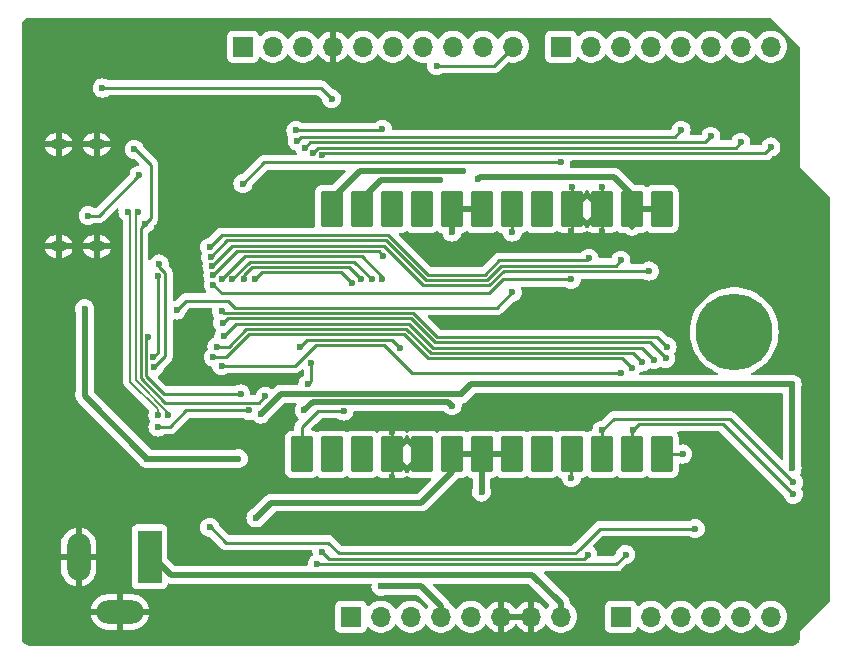
<source format=gbr>
%TF.GenerationSoftware,KiCad,Pcbnew,8.0.4*%
%TF.CreationDate,2024-12-04T08:53:49-07:00*%
%TF.ProjectId,particle-somduino,70617274-6963-46c6-952d-736f6d647569,rev?*%
%TF.SameCoordinates,Original*%
%TF.FileFunction,Copper,L2,Bot*%
%TF.FilePolarity,Positive*%
%FSLAX46Y46*%
G04 Gerber Fmt 4.6, Leading zero omitted, Abs format (unit mm)*
G04 Created by KiCad (PCBNEW 8.0.4) date 2024-12-04 08:53:49*
%MOMM*%
%LPD*%
G01*
G04 APERTURE LIST*
G04 Aperture macros list*
%AMRoundRect*
0 Rectangle with rounded corners*
0 $1 Rounding radius*
0 $2 $3 $4 $5 $6 $7 $8 $9 X,Y pos of 4 corners*
0 Add a 4 corners polygon primitive as box body*
4,1,4,$2,$3,$4,$5,$6,$7,$8,$9,$2,$3,0*
0 Add four circle primitives for the rounded corners*
1,1,$1+$1,$2,$3*
1,1,$1+$1,$4,$5*
1,1,$1+$1,$6,$7*
1,1,$1+$1,$8,$9*
0 Add four rect primitives between the rounded corners*
20,1,$1+$1,$2,$3,$4,$5,0*
20,1,$1+$1,$4,$5,$6,$7,0*
20,1,$1+$1,$6,$7,$8,$9,0*
20,1,$1+$1,$8,$9,$2,$3,0*%
G04 Aperture macros list end*
%TA.AperFunction,ComponentPad*%
%ADD10R,1.700000X1.700000*%
%TD*%
%TA.AperFunction,ComponentPad*%
%ADD11O,1.700000X1.700000*%
%TD*%
%TA.AperFunction,ComponentPad*%
%ADD12R,2.000000X4.500000*%
%TD*%
%TA.AperFunction,ComponentPad*%
%ADD13O,2.000000X4.000000*%
%TD*%
%TA.AperFunction,ComponentPad*%
%ADD14O,4.000000X2.000000*%
%TD*%
%TA.AperFunction,ComponentPad*%
%ADD15C,6.500000*%
%TD*%
%TA.AperFunction,ComponentPad*%
%ADD16O,1.400000X0.900000*%
%TD*%
%TA.AperFunction,SMDPad,CuDef*%
%ADD17RoundRect,0.090000X-0.810000X1.410000X-0.810000X-1.410000X0.810000X-1.410000X0.810000X1.410000X0*%
%TD*%
%TA.AperFunction,ViaPad*%
%ADD18C,0.600000*%
%TD*%
%TA.AperFunction,Conductor*%
%ADD19C,0.250000*%
%TD*%
%TA.AperFunction,Conductor*%
%ADD20C,0.500000*%
%TD*%
%TA.AperFunction,Conductor*%
%ADD21C,0.200000*%
%TD*%
G04 APERTURE END LIST*
D10*
%TO.P,J1,1,Pin_1*%
%TO.N,unconnected-(J1-Pin_1-Pad1)*%
X127940000Y-97460000D03*
D11*
%TO.P,J1,2,Pin_2*%
%TO.N,+3V3_AUX*%
X130480000Y-97460000D03*
%TO.P,J1,3,Pin_3*%
%TO.N,~{RESET}*%
X133020000Y-97460000D03*
%TO.P,J1,4,Pin_4*%
%TO.N,+3V3_AUX*%
X135560000Y-97460000D03*
%TO.P,J1,5,Pin_5*%
%TO.N,VBATT*%
X138100000Y-97460000D03*
%TO.P,J1,6,Pin_6*%
%TO.N,GND*%
X140640000Y-97460000D03*
%TO.P,J1,7,Pin_7*%
X143180000Y-97460000D03*
%TO.P,J1,8,Pin_8*%
%TO.N,VIN*%
X145720000Y-97460000D03*
%TD*%
D10*
%TO.P,J3,1,Pin_1*%
%TO.N,A0*%
X150800000Y-97460000D03*
D11*
%TO.P,J3,2,Pin_2*%
%TO.N,A1*%
X153340000Y-97460000D03*
%TO.P,J3,3,Pin_3*%
%TO.N,A2*%
X155880000Y-97460000D03*
%TO.P,J3,4,Pin_4*%
%TO.N,A3*%
X158420000Y-97460000D03*
%TO.P,J3,5,Pin_5*%
%TO.N,A4*%
X160960000Y-97460000D03*
%TO.P,J3,6,Pin_6*%
%TO.N,A5*%
X163500000Y-97460000D03*
%TD*%
D10*
%TO.P,J2,1,Pin_1*%
%TO.N,SCL*%
X118796000Y-49200000D03*
D11*
%TO.P,J2,2,Pin_2*%
%TO.N,SDA*%
X121336000Y-49200000D03*
%TO.P,J2,3,Pin_3*%
%TO.N,unconnected-(J2-Pin_3-Pad3)*%
X123876000Y-49200000D03*
%TO.P,J2,4,Pin_4*%
%TO.N,GND*%
X126416000Y-49200000D03*
%TO.P,J2,5,Pin_5*%
%TO.N,SCK{slash}D13*%
X128956000Y-49200000D03*
%TO.P,J2,6,Pin_6*%
%TO.N,MOSI{slash}D12*%
X131496000Y-49200000D03*
%TO.P,J2,7,Pin_7*%
%TO.N,MISO{slash}D11*%
X134036000Y-49200000D03*
%TO.P,J2,8,Pin_8*%
%TO.N,D23*%
X136576000Y-49200000D03*
%TO.P,J2,9,Pin_9*%
%TO.N,D22*%
X139116000Y-49200000D03*
%TO.P,J2,10,Pin_10*%
%TO.N,CS{slash}D8*%
X141656000Y-49200000D03*
%TD*%
D10*
%TO.P,J4,1,Pin_1*%
%TO.N,D7*%
X145720000Y-49200000D03*
D11*
%TO.P,J4,2,Pin_2*%
%TO.N,D6*%
X148260000Y-49200000D03*
%TO.P,J4,3,Pin_3*%
%TO.N,D5*%
X150800000Y-49200000D03*
%TO.P,J4,4,Pin_4*%
%TO.N,D4*%
X153340000Y-49200000D03*
%TO.P,J4,5,Pin_5*%
%TO.N,D3{slash}SERIAL1_RTS*%
X155880000Y-49200000D03*
%TO.P,J4,6,Pin_6*%
%TO.N,D2{slash}SERIAL1_CTS*%
X158420000Y-49200000D03*
%TO.P,J4,7,Pin_7*%
%TO.N,SERIAL1_RX*%
X160960000Y-49200000D03*
%TO.P,J4,8,Pin_8*%
%TO.N,SERIAL1_TX*%
X163500000Y-49200000D03*
%TD*%
D12*
%TO.P,J5,1*%
%TO.N,VIN*%
X110900000Y-92400000D03*
D13*
%TO.P,J5,2*%
%TO.N,GND*%
X104900000Y-92400000D03*
D14*
%TO.P,J5,3*%
X108400000Y-97050000D03*
%TD*%
D15*
%TO.P,H1,1,1*%
%TO.N,unconnected-(H1-Pad1)*%
X160400000Y-73340000D03*
%TD*%
D16*
%TO.P,J8,S1,SHIELD*%
%TO.N,GND*%
X106420000Y-57470000D03*
X103200000Y-57470000D03*
X106420000Y-66110000D03*
X103200000Y-66110000D03*
%TD*%
D17*
%TO.P,U2,1,3V3*%
%TO.N,+3V3*%
X126332790Y-62950000D03*
%TO.P,U2,2,3V3_AUX*%
%TO.N,+3V3_AUX*%
X128872790Y-62950000D03*
%TO.P,U2,3,5V*%
%TO.N,unconnected-(U2-5V-Pad3)*%
X131412790Y-62950000D03*
%TO.P,U2,4,5V*%
%TO.N,unconnected-(U2-5V-Pad4)*%
X133952790Y-62950000D03*
%TO.P,U2,5,VCC*%
%TO.N,+3V9*%
X136492790Y-62950000D03*
%TO.P,U2,6,VCC*%
X139032790Y-62950000D03*
%TO.P,U2,7,EN_AUX*%
%TO.N,EN_AUX*%
X141572790Y-62950000D03*
%TO.P,U2,8,REGN*%
%TO.N,unconnected-(U2-REGN-Pad8)*%
X144112790Y-62950000D03*
%TO.P,U2,9,GND*%
%TO.N,GND*%
X146652790Y-62950000D03*
%TO.P,U2,10,GND*%
X149192790Y-62950000D03*
%TO.P,U2,11,VIN*%
%TO.N,VIN*%
X151732790Y-62950000D03*
%TO.P,U2,12,VIN*%
X154272790Y-62950000D03*
%TO.P,U2,13,CHG*%
%TO.N,Net-(U2-CHG)*%
X154272790Y-83710000D03*
%TO.P,U2,14,SCL*%
%TO.N,SCL*%
X151732790Y-83710000D03*
%TO.P,U2,15,SDA*%
%TO.N,SDA*%
X149192790Y-83710000D03*
%TO.P,U2,16,~{FUEL_INT}*%
%TO.N,~{FUEL_INT}*%
X146652790Y-83710000D03*
%TO.P,U2,17,TS*%
%TO.N,unconnected-(U2-TS-Pad17)*%
X144112790Y-83710000D03*
%TO.P,U2,18,VBAT*%
%TO.N,VBATT*%
X141572790Y-83710000D03*
%TO.P,U2,19,VBAT*%
X139032790Y-83710000D03*
%TO.P,U2,20,VBAT*%
X136492790Y-83710000D03*
%TO.P,U2,21,GND*%
%TO.N,GND*%
X133952790Y-83710000D03*
%TO.P,U2,22,GND*%
X131412790Y-83710000D03*
%TO.P,U2,23,~{RST}*%
%TO.N,unconnected-(U2-~{RST}-Pad23)*%
X128872790Y-83710000D03*
%TO.P,U2,24,PG*%
%TO.N,unconnected-(U2-PG-Pad24)*%
X126332790Y-83710000D03*
%TO.P,U2,25,ENABLE*%
%TO.N,SYS_PWR_EN*%
X123792790Y-83710000D03*
%TD*%
D18*
%TO.N,GND*%
X149192790Y-61100000D03*
X146600000Y-64800000D03*
X121900000Y-86600000D03*
X131400000Y-81800000D03*
X149200000Y-64800000D03*
X146652790Y-61100000D03*
X113200000Y-70100000D03*
X113200000Y-73100000D03*
X131400000Y-85600000D03*
X124000000Y-61700000D03*
%TO.N,~{RESET}*%
X132100000Y-74700000D03*
X118600000Y-78600000D03*
X123600000Y-74600000D03*
X110800000Y-73800000D03*
%TO.N,+3V3_AUX*%
X130500000Y-94900000D03*
X135500000Y-60500000D03*
%TO.N,D23*%
X130700000Y-66900000D03*
X116264277Y-68575795D03*
%TO.N,SCK{slash}D13*%
X119800000Y-68900000D03*
X128068988Y-69225000D03*
%TO.N,MISO{slash}D11*%
X129700000Y-68900000D03*
X117900000Y-68900000D03*
%TO.N,D22*%
X130600000Y-56200000D03*
X123300000Y-56300000D03*
%TO.N,CS{slash}D8*%
X130600000Y-68900000D03*
X135200000Y-50800000D03*
X117000000Y-68900000D03*
%TO.N,MOSI{slash}D12*%
X118900000Y-68900000D03*
X128800000Y-68900000D03*
%TO.N,A5*%
X154700000Y-74600000D03*
X117000000Y-71600000D03*
%TO.N,A2*%
X116600000Y-74600000D03*
X152600000Y-75900000D03*
%TO.N,A3*%
X117200000Y-73700000D03*
X153600000Y-75700000D03*
%TO.N,A4*%
X117100000Y-72600000D03*
X154600000Y-75600000D03*
%TO.N,A0*%
X117000000Y-76200000D03*
X150800000Y-76800000D03*
%TO.N,A1*%
X151700000Y-76400000D03*
X116300000Y-75500000D03*
%TO.N,SERIAL1_TX*%
X163500000Y-57700000D03*
X125475000Y-58375000D03*
%TO.N,D3{slash}SERIAL1_RTS*%
X155900000Y-56300000D03*
X123400000Y-57200000D03*
%TO.N,D2{slash}SERIAL1_CTS*%
X124030223Y-57753205D03*
X158420000Y-56800000D03*
%TO.N,D6*%
X115992246Y-66188920D03*
X148100000Y-67125000D03*
%TO.N,D5*%
X116085836Y-66983429D03*
X150800000Y-67300000D03*
%TO.N,D4*%
X116178094Y-67778094D03*
X153200000Y-68200000D03*
%TO.N,D7*%
X145700000Y-59000000D03*
X118800000Y-60800000D03*
%TO.N,SERIAL1_RX*%
X160960000Y-57300000D03*
X124694645Y-58198791D03*
%TO.N,+3V3*%
X137400000Y-59700000D03*
X137300000Y-78600000D03*
X165300000Y-77800000D03*
X110700000Y-84100000D03*
X118400000Y-84100000D03*
X105400000Y-71400000D03*
X165300000Y-84900000D03*
X105400000Y-78600000D03*
X120300000Y-80300000D03*
%TO.N,~{MODE}*%
X111600000Y-81400000D03*
X119300000Y-80000000D03*
%TO.N,VIN*%
X138700000Y-60400000D03*
X140500000Y-93900000D03*
%TO.N,SDA*%
X165400000Y-86100000D03*
X148000000Y-92200000D03*
X125500000Y-92000000D03*
X149200000Y-81700000D03*
%TO.N,SCL*%
X124300001Y-77799999D03*
X124600000Y-76000000D03*
X125100000Y-93000000D03*
X165400000Y-87100000D03*
X151800000Y-81700000D03*
X151200000Y-92200000D03*
%TO.N,Net-(U1-RED)*%
X111600000Y-68600000D03*
X111225001Y-75500000D03*
%TO.N,Net-(U1-GREEN)*%
X111310402Y-76310402D03*
X111708058Y-67608058D03*
%TO.N,EN_AUX*%
X141600000Y-70000000D03*
X141600000Y-64900000D03*
X113200000Y-71500000D03*
%TO.N,Net-(U2-CHG)*%
X116000000Y-89900000D03*
X156025000Y-83700000D03*
X157100000Y-90000000D03*
%TO.N,+3V9*%
X124000000Y-80000000D03*
X136500000Y-79600000D03*
X136500000Y-64900000D03*
%TO.N,~{FUEL_INT}*%
X146600000Y-68900000D03*
X116300000Y-69375000D03*
X146600000Y-85700000D03*
%TO.N,VUSB*%
X109600000Y-57900000D03*
X110500000Y-64200000D03*
X120700000Y-78800000D03*
%TO.N,USB_D_P*%
X112486765Y-80386765D03*
X109925000Y-63200000D03*
%TO.N,USB_D_N*%
X111600000Y-80425000D03*
X109075000Y-63200000D03*
%TO.N,VBATT*%
X139000000Y-86900000D03*
X119900000Y-89100000D03*
%TO.N,Net-(J8-CC2)*%
X110000000Y-60100000D03*
X105700000Y-63500000D03*
%TO.N,SYS_PWR_EN*%
X106900000Y-52700000D03*
X126300000Y-53600000D03*
X127350000Y-80050000D03*
%TD*%
D19*
%TO.N,GND*%
X146652790Y-62950000D02*
X146652790Y-64747210D01*
X149192790Y-62950000D02*
X149192790Y-64792790D01*
X131412790Y-81812790D02*
X131412790Y-83710000D01*
X146652790Y-64747210D02*
X146600000Y-64800000D01*
X146652790Y-61100000D02*
X146652790Y-62950000D01*
X131400000Y-81800000D02*
X131412790Y-81812790D01*
X149192790Y-64792790D02*
X149200000Y-64800000D01*
X131400000Y-85600000D02*
X131412790Y-85587210D01*
X131412790Y-85587210D02*
X131412790Y-83710000D01*
X149192790Y-61100000D02*
X149192790Y-62950000D01*
%TO.N,~{RESET}*%
X112100000Y-78600000D02*
X118600000Y-78600000D01*
X110800000Y-73800000D02*
X110600001Y-73999999D01*
X131400000Y-74000000D02*
X132100000Y-74700000D01*
X124200000Y-74000000D02*
X131400000Y-74000000D01*
X110600001Y-77100001D02*
X112100000Y-78600000D01*
X123600000Y-74600000D02*
X124200000Y-74000000D01*
X110600001Y-73999999D02*
X110600001Y-77100001D01*
D20*
%TO.N,+3V3_AUX*%
X128872790Y-62127210D02*
X128872790Y-62950000D01*
X135500000Y-60500000D02*
X130500000Y-60500000D01*
X135560000Y-97460000D02*
X135560000Y-96560000D01*
X135560000Y-96560000D02*
X133900000Y-94900000D01*
X128872790Y-62950000D02*
X128872790Y-63872790D01*
X133900000Y-94900000D02*
X130500000Y-94900000D01*
X130500000Y-60500000D02*
X128872790Y-62127210D01*
D19*
%TO.N,D23*%
X130300000Y-66500000D02*
X130700000Y-66900000D01*
X116264277Y-68575795D02*
X118340072Y-66500000D01*
X118340072Y-66500000D02*
X130300000Y-66500000D01*
%TO.N,SCK{slash}D13*%
X128068988Y-69225000D02*
X127143988Y-68300000D01*
X120400000Y-68300000D02*
X119800000Y-68900000D01*
X127143988Y-68300000D02*
X120400000Y-68300000D01*
%TO.N,MISO{slash}D11*%
X119363604Y-67400000D02*
X117900000Y-68863604D01*
X128200000Y-67400000D02*
X119363604Y-67400000D01*
X117900000Y-68863604D02*
X117900000Y-68900000D01*
X129700000Y-68900000D02*
X128200000Y-67400000D01*
%TO.N,D22*%
X130500000Y-56300000D02*
X130600000Y-56200000D01*
X123300000Y-56300000D02*
X130500000Y-56300000D01*
%TO.N,CS{slash}D8*%
X128850000Y-66950000D02*
X118950000Y-66950000D01*
X130600000Y-68900000D02*
X130600000Y-68700000D01*
X135200000Y-50800000D02*
X140056000Y-50800000D01*
X140056000Y-50800000D02*
X141656000Y-49200000D01*
X130600000Y-68700000D02*
X128850000Y-66950000D01*
X118950000Y-66950000D02*
X117000000Y-68900000D01*
%TO.N,MOSI{slash}D12*%
X128800000Y-68900000D02*
X127750000Y-67850000D01*
X127750000Y-67850000D02*
X119550000Y-67850000D01*
X118900000Y-68500000D02*
X118900000Y-68900000D01*
X119550000Y-67850000D02*
X118900000Y-68500000D01*
%TO.N,A5*%
X153900000Y-73800000D02*
X135245584Y-73800000D01*
X117150000Y-71750000D02*
X117000000Y-71600000D01*
X133195584Y-71750000D02*
X117150000Y-71750000D01*
X154700000Y-74600000D02*
X153900000Y-73800000D01*
X135245584Y-73800000D02*
X133195584Y-71750000D01*
%TO.N,A2*%
X117600000Y-74600000D02*
X116600000Y-74600000D01*
X132636396Y-73100000D02*
X119100000Y-73100000D01*
X151850000Y-75150000D02*
X134686396Y-75150000D01*
X119100000Y-73100000D02*
X117600000Y-74600000D01*
X152600000Y-75900000D02*
X151850000Y-75150000D01*
X134686396Y-75150000D02*
X132636396Y-73100000D01*
%TO.N,A3*%
X152600000Y-74700000D02*
X134872792Y-74700000D01*
X153600000Y-75700000D02*
X152600000Y-74700000D01*
X134872792Y-74700000D02*
X132822792Y-72650000D01*
X132822792Y-72650000D02*
X118250000Y-72650000D01*
X118250000Y-72650000D02*
X117200000Y-73700000D01*
%TO.N,A4*%
X117500000Y-72200000D02*
X117100000Y-72600000D01*
X153250000Y-74250000D02*
X135059188Y-74250000D01*
X133009188Y-72200000D02*
X117500000Y-72200000D01*
X135059188Y-74250000D02*
X133009188Y-72200000D01*
X154600000Y-75600000D02*
X153250000Y-74250000D01*
%TO.N,A0*%
X124950000Y-74450000D02*
X130750000Y-74450000D01*
X117000000Y-76200000D02*
X123200000Y-76200000D01*
X123200000Y-76200000D02*
X124950000Y-74450000D01*
X130750000Y-74450000D02*
X133100000Y-76800000D01*
X133100000Y-76800000D02*
X150800000Y-76800000D01*
%TO.N,A1*%
X132450000Y-73550000D02*
X119286396Y-73550000D01*
X151700000Y-76400000D02*
X150900000Y-75600000D01*
X119286396Y-73550000D02*
X117336396Y-75500000D01*
X117336396Y-75500000D02*
X116300000Y-75500000D01*
X134500000Y-75600000D02*
X132450000Y-73550000D01*
X150900000Y-75600000D02*
X134500000Y-75600000D01*
%TO.N,SERIAL1_TX*%
X125650000Y-58200000D02*
X125475000Y-58375000D01*
X163500000Y-57700000D02*
X163000000Y-58200000D01*
X163000000Y-58200000D02*
X125650000Y-58200000D01*
%TO.N,D3{slash}SERIAL1_RTS*%
X123750000Y-56850000D02*
X125500000Y-56850000D01*
X125500000Y-56850000D02*
X155350000Y-56850000D01*
X155350000Y-56850000D02*
X155900000Y-56300000D01*
X123400000Y-57200000D02*
X123750000Y-56850000D01*
%TO.N,D2{slash}SERIAL1_CTS*%
X158420000Y-56800000D02*
X157920000Y-57300000D01*
X157920000Y-57300000D02*
X124483428Y-57300000D01*
X124483428Y-57300000D02*
X124030223Y-57753205D01*
%TO.N,D6*%
X148100000Y-67125000D02*
X147925000Y-67300000D01*
X147925000Y-67300000D02*
X140463604Y-67300000D01*
X131106676Y-65150000D02*
X117031166Y-65150000D01*
X134456676Y-68500000D02*
X131106676Y-65150000D01*
X139263604Y-68500000D02*
X134456676Y-68500000D01*
X140463604Y-67300000D02*
X139263604Y-68500000D01*
X117031166Y-65150000D02*
X115992246Y-66188920D01*
%TO.N,D5*%
X116085836Y-66983429D02*
X117469265Y-65600000D01*
X130920280Y-65600000D02*
X134270280Y-68950000D01*
X139450000Y-68950000D02*
X140650000Y-67750000D01*
X134270280Y-68950000D02*
X139450000Y-68950000D01*
X117469265Y-65600000D02*
X130920280Y-65600000D01*
X150350000Y-67750000D02*
X150800000Y-67300000D01*
X140650000Y-67750000D02*
X150350000Y-67750000D01*
%TO.N,D4*%
X140863604Y-68200000D02*
X139663604Y-69400000D01*
X130733884Y-66050000D02*
X117906188Y-66050000D01*
X117906188Y-66050000D02*
X116178094Y-67778094D01*
X139663604Y-69400000D02*
X134083884Y-69400000D01*
X134083884Y-69400000D02*
X130733884Y-66050000D01*
X153200000Y-68200000D02*
X140863604Y-68200000D01*
%TO.N,D7*%
X120600000Y-59000000D02*
X145700000Y-59000000D01*
X118800000Y-60800000D02*
X120600000Y-59000000D01*
%TO.N,SERIAL1_RX*%
X125143436Y-57750000D02*
X124694645Y-58198791D01*
X160960000Y-57300000D02*
X160510000Y-57750000D01*
X160510000Y-57750000D02*
X125143436Y-57750000D01*
D20*
%TO.N,+3V3*%
X165300000Y-77800000D02*
X138100000Y-77800000D01*
X122000000Y-78600000D02*
X120300000Y-80300000D01*
X126332790Y-62067210D02*
X126332790Y-62950000D01*
X138100000Y-77800000D02*
X137300000Y-78600000D01*
X128700000Y-59700000D02*
X126332790Y-62067210D01*
X137400000Y-59700000D02*
X128700000Y-59700000D01*
X105400000Y-78600000D02*
X105400000Y-78800000D01*
X105400000Y-78800000D02*
X110700000Y-84100000D01*
X137300000Y-78600000D02*
X122000000Y-78600000D01*
X105400000Y-71400000D02*
X105400000Y-78600000D01*
X126332790Y-63832790D02*
X126332790Y-62950000D01*
X110700000Y-84100000D02*
X118400000Y-84100000D01*
X165300000Y-77800000D02*
X165300000Y-84900000D01*
D19*
%TO.N,~{MODE}*%
X119300000Y-80000000D02*
X114000000Y-80000000D01*
X112600000Y-81400000D02*
X111600000Y-81400000D01*
X114000000Y-80000000D02*
X112600000Y-81400000D01*
D20*
%TO.N,VIN*%
X138900000Y-60200000D02*
X150200000Y-60200000D01*
X154272790Y-62950000D02*
X151732790Y-62950000D01*
X151732790Y-62950000D02*
X151732790Y-64449999D01*
X151732790Y-61732790D02*
X151732790Y-62950000D01*
X150200000Y-60200000D02*
X151732790Y-61732790D01*
X145720000Y-97460000D02*
X145720000Y-96320000D01*
X143300000Y-93900000D02*
X140500000Y-93900000D01*
X138700000Y-60400000D02*
X138900000Y-60200000D01*
X145720000Y-96320000D02*
X143300000Y-93900000D01*
X140500000Y-93900000D02*
X112700000Y-93900000D01*
X112700000Y-93900000D02*
X111200000Y-92400000D01*
D19*
%TO.N,SDA*%
X160000000Y-80700000D02*
X150200000Y-80700000D01*
X165400000Y-86100000D02*
X160000000Y-80700000D01*
X149200000Y-81700000D02*
X149200000Y-83702790D01*
X147650000Y-92550000D02*
X142600000Y-92550000D01*
X147650000Y-92550000D02*
X148000000Y-92200000D01*
X142600000Y-92550000D02*
X126050000Y-92550000D01*
X149200000Y-83702790D02*
X149192790Y-83710000D01*
X150200000Y-80700000D02*
X149200000Y-81700000D01*
X126050000Y-92550000D02*
X125500000Y-92000000D01*
X149192790Y-82807210D02*
X149192790Y-83710000D01*
%TO.N,SCL*%
X151732790Y-81767210D02*
X151732790Y-83710000D01*
X159450000Y-81150000D02*
X165400000Y-87100000D01*
X150400000Y-93000000D02*
X125100000Y-93000000D01*
X124600000Y-77500000D02*
X124600000Y-76000000D01*
X152350000Y-81150000D02*
X159450000Y-81150000D01*
X151800000Y-81700000D02*
X152350000Y-81150000D01*
X124300001Y-77799999D02*
X124600000Y-77500000D01*
X151800000Y-81700000D02*
X151732790Y-81767210D01*
X151732790Y-83067210D02*
X151732790Y-83710000D01*
X151200000Y-92200000D02*
X150400000Y-93000000D01*
%TO.N,Net-(U1-RED)*%
X111600000Y-75125001D02*
X111225001Y-75500000D01*
X111600000Y-68600000D02*
X111600000Y-75125001D01*
%TO.N,Net-(U1-GREEN)*%
X111708058Y-67824174D02*
X111708058Y-67608058D01*
X111310402Y-76310402D02*
X112225000Y-75395804D01*
X112225000Y-68341116D02*
X111708058Y-67824174D01*
X112225000Y-75395804D02*
X112225000Y-68341116D01*
%TO.N,EN_AUX*%
X140300000Y-71300000D02*
X141600000Y-70000000D01*
X141600000Y-64900000D02*
X141600000Y-62977210D01*
X113200000Y-71500000D02*
X114000000Y-70700000D01*
X118100000Y-71300000D02*
X140300000Y-71300000D01*
X117500000Y-70700000D02*
X118100000Y-71300000D01*
X114000000Y-70700000D02*
X117500000Y-70700000D01*
%TO.N,Net-(U2-CHG)*%
X154272790Y-83710000D02*
X156015000Y-83710000D01*
X116000000Y-89900000D02*
X116100000Y-89900000D01*
X156015000Y-83710000D02*
X156025000Y-83700000D01*
X147300000Y-91700000D02*
X146900000Y-92100000D01*
X146900000Y-92100000D02*
X145100000Y-92100000D01*
X145100000Y-92100000D02*
X126900000Y-92100000D01*
X116100000Y-89900000D02*
X117400000Y-91200000D01*
X126000000Y-91200000D02*
X117400000Y-91200000D01*
X126900000Y-92100000D02*
X126000000Y-91200000D01*
X157100000Y-90000000D02*
X149000000Y-90000000D01*
X149000000Y-90000000D02*
X147300000Y-91700000D01*
D20*
%TO.N,+3V9*%
X136492790Y-62950000D02*
X136492790Y-64892790D01*
X136492790Y-64892790D02*
X136500000Y-64900000D01*
X124700000Y-79300000D02*
X124000000Y-80000000D01*
X139032790Y-62950000D02*
X136492790Y-62950000D01*
X136200000Y-79300000D02*
X124700000Y-79300000D01*
X136500000Y-79600000D02*
X136200000Y-79300000D01*
D19*
%TO.N,~{FUEL_INT}*%
X116300000Y-69375000D02*
X117025000Y-70100000D01*
X146600000Y-85700000D02*
X146600000Y-83762790D01*
X117025000Y-70100000D02*
X139600000Y-70100000D01*
X146600000Y-83762790D02*
X146652790Y-83710000D01*
X139600000Y-70100000D02*
X140800000Y-68900000D01*
X140800000Y-68900000D02*
X146600000Y-68900000D01*
%TO.N,VUSB*%
X112213603Y-79349999D02*
X110150001Y-77286397D01*
X110150001Y-77286397D02*
X110150001Y-64549999D01*
X120700000Y-78800000D02*
X120150001Y-79349999D01*
X111000000Y-63700000D02*
X110500000Y-64200000D01*
X110150001Y-64549999D02*
X110500000Y-64200000D01*
X120150001Y-79349999D02*
X112213603Y-79349999D01*
X109700000Y-57900000D02*
X111000000Y-59200000D01*
X109600000Y-57900000D02*
X109700000Y-57900000D01*
X111000000Y-59200000D02*
X111000000Y-63700000D01*
D21*
%TO.N,USB_D_P*%
X109725001Y-63399999D02*
X109725001Y-77462438D01*
X109725001Y-77462438D02*
X112486765Y-80224202D01*
X109925000Y-63200000D02*
X109725001Y-63399999D01*
X112486765Y-80224202D02*
X112486765Y-80386765D01*
%TO.N,USB_D_N*%
X109274999Y-63399999D02*
X109274999Y-77578122D01*
X111600000Y-79903123D02*
X111600000Y-80425000D01*
X109075000Y-63200000D02*
X109274999Y-63399999D01*
X109274999Y-77578122D02*
X111600000Y-79903123D01*
D20*
%TO.N,VBATT*%
X136492790Y-83710000D02*
X136492790Y-85209999D01*
X136492790Y-83710000D02*
X139032790Y-83710000D01*
X121200000Y-87800000D02*
X119900000Y-89100000D01*
X139000000Y-86900000D02*
X139000000Y-83742790D01*
X133902789Y-87800000D02*
X128500000Y-87800000D01*
X128500000Y-87800000D02*
X121200000Y-87800000D01*
X136492790Y-85209999D02*
X133902789Y-87800000D01*
X141572790Y-83710000D02*
X139032790Y-83710000D01*
D19*
%TO.N,Net-(J8-CC2)*%
X110000000Y-60100000D02*
X106600000Y-63500000D01*
X106600000Y-63500000D02*
X105700000Y-63500000D01*
%TO.N,SYS_PWR_EN*%
X125150000Y-80050000D02*
X123792790Y-81407210D01*
X106900000Y-52700000D02*
X125400000Y-52700000D01*
X125400000Y-52700000D02*
X126300000Y-53600000D01*
X123792790Y-81407210D02*
X123792790Y-83710000D01*
X127350000Y-80050000D02*
X125150000Y-80050000D01*
%TD*%
%TA.AperFunction,Conductor*%
%TO.N,GND*%
G36*
X142714075Y-97267007D02*
G01*
X142680000Y-97394174D01*
X142680000Y-97525826D01*
X142714075Y-97652993D01*
X142746988Y-97710000D01*
X141073012Y-97710000D01*
X141105925Y-97652993D01*
X141140000Y-97525826D01*
X141140000Y-97394174D01*
X141105925Y-97267007D01*
X141073012Y-97210000D01*
X142746988Y-97210000D01*
X142714075Y-97267007D01*
G37*
%TD.AperFunction*%
%TA.AperFunction,Conductor*%
G36*
X140239623Y-94665459D02*
G01*
X140318945Y-94693215D01*
X140318951Y-94693216D01*
X140318953Y-94693217D01*
X140318954Y-94693217D01*
X140318958Y-94693218D01*
X140499996Y-94713616D01*
X140500000Y-94713616D01*
X140500004Y-94713616D01*
X140681041Y-94693218D01*
X140681043Y-94693217D01*
X140681047Y-94693217D01*
X140681050Y-94693215D01*
X140681054Y-94693215D01*
X140760377Y-94665459D01*
X140801332Y-94658500D01*
X142934457Y-94658500D01*
X143001496Y-94678185D01*
X143022138Y-94694819D01*
X144706711Y-96379392D01*
X144740196Y-96440715D01*
X144735212Y-96510407D01*
X144710260Y-96551055D01*
X144644280Y-96622728D01*
X144550252Y-96766650D01*
X144497105Y-96812006D01*
X144427874Y-96821430D01*
X144364538Y-96791928D01*
X144344868Y-96769951D01*
X144218113Y-96588926D01*
X144218108Y-96588920D01*
X144051082Y-96421894D01*
X143857578Y-96286399D01*
X143643492Y-96186570D01*
X143643486Y-96186567D01*
X143430000Y-96129364D01*
X143430000Y-97026988D01*
X143372993Y-96994075D01*
X143245826Y-96960000D01*
X143114174Y-96960000D01*
X142987007Y-96994075D01*
X142930000Y-97026988D01*
X142930000Y-96129364D01*
X142929999Y-96129364D01*
X142716513Y-96186567D01*
X142716507Y-96186570D01*
X142502422Y-96286399D01*
X142502420Y-96286400D01*
X142308926Y-96421886D01*
X142308920Y-96421891D01*
X142141891Y-96588920D01*
X142141890Y-96588922D01*
X142011575Y-96775031D01*
X141956998Y-96818655D01*
X141887499Y-96825848D01*
X141825145Y-96794326D01*
X141808425Y-96775031D01*
X141678109Y-96588922D01*
X141678108Y-96588920D01*
X141511082Y-96421894D01*
X141317578Y-96286399D01*
X141103492Y-96186570D01*
X141103486Y-96186567D01*
X140890000Y-96129364D01*
X140890000Y-97026988D01*
X140832993Y-96994075D01*
X140705826Y-96960000D01*
X140574174Y-96960000D01*
X140447007Y-96994075D01*
X140390000Y-97026988D01*
X140390000Y-96129364D01*
X140389999Y-96129364D01*
X140176513Y-96186567D01*
X140176507Y-96186570D01*
X139962422Y-96286399D01*
X139962420Y-96286400D01*
X139768926Y-96421886D01*
X139768920Y-96421891D01*
X139601891Y-96588920D01*
X139601890Y-96588922D01*
X139475131Y-96769952D01*
X139420554Y-96813577D01*
X139351055Y-96820769D01*
X139288701Y-96789247D01*
X139269752Y-96766656D01*
X139175722Y-96622732D01*
X139175715Y-96622725D01*
X139175715Y-96622723D01*
X139023243Y-96457097D01*
X139023238Y-96457092D01*
X138903371Y-96363795D01*
X138845576Y-96318811D01*
X138845575Y-96318810D01*
X138845572Y-96318808D01*
X138647580Y-96211661D01*
X138647577Y-96211659D01*
X138647574Y-96211658D01*
X138647571Y-96211657D01*
X138647569Y-96211656D01*
X138434637Y-96138556D01*
X138212569Y-96101500D01*
X137987431Y-96101500D01*
X137765362Y-96138556D01*
X137552430Y-96211656D01*
X137552419Y-96211661D01*
X137354427Y-96318808D01*
X137354422Y-96318812D01*
X137176761Y-96457092D01*
X137176756Y-96457097D01*
X137024284Y-96622723D01*
X137024276Y-96622734D01*
X136933808Y-96761206D01*
X136880662Y-96806562D01*
X136811431Y-96815986D01*
X136748095Y-96786484D01*
X136726192Y-96761206D01*
X136653537Y-96650000D01*
X136635722Y-96622732D01*
X136635719Y-96622729D01*
X136635715Y-96622723D01*
X136483243Y-96457097D01*
X136483238Y-96457092D01*
X136305574Y-96318809D01*
X136304078Y-96317832D01*
X136303602Y-96317275D01*
X136301529Y-96315661D01*
X136301861Y-96315234D01*
X136258722Y-96264684D01*
X136257369Y-96261545D01*
X136232174Y-96200716D01*
X136232172Y-96200713D01*
X136232171Y-96200710D01*
X136214980Y-96174983D01*
X136214979Y-96174982D01*
X136149164Y-96076482D01*
X136149161Y-96076479D01*
X134942862Y-94870181D01*
X134909377Y-94808858D01*
X134914361Y-94739166D01*
X134956233Y-94683233D01*
X135021697Y-94658816D01*
X135030543Y-94658500D01*
X140198668Y-94658500D01*
X140239623Y-94665459D01*
G37*
%TD.AperFunction*%
%TA.AperFunction,Conductor*%
G36*
X132798829Y-82106132D02*
G01*
X132844584Y-82158936D01*
X132855790Y-82210447D01*
X132855790Y-82259447D01*
X134218662Y-83622319D01*
X134252147Y-83683642D01*
X134247163Y-83753334D01*
X134218662Y-83797681D01*
X132855790Y-85160552D01*
X132855790Y-85209553D01*
X132836105Y-85276592D01*
X132783301Y-85322347D01*
X132731790Y-85333553D01*
X132633790Y-85333553D01*
X132566751Y-85313868D01*
X132520996Y-85261064D01*
X132509790Y-85209553D01*
X132509790Y-85160553D01*
X131146918Y-83797681D01*
X131113433Y-83736358D01*
X131115318Y-83710000D01*
X131766343Y-83710000D01*
X132682790Y-84626447D01*
X133599237Y-83710000D01*
X132682790Y-82793553D01*
X131766343Y-83710000D01*
X131115318Y-83710000D01*
X131118417Y-83666666D01*
X131146918Y-83622319D01*
X132509789Y-82259447D01*
X132509790Y-82259446D01*
X132509790Y-82210447D01*
X132529475Y-82143408D01*
X132582279Y-82097653D01*
X132633790Y-82086447D01*
X132731790Y-82086447D01*
X132798829Y-82106132D01*
G37*
%TD.AperFunction*%
%TA.AperFunction,Conductor*%
G36*
X164484539Y-78578185D02*
G01*
X164530294Y-78630989D01*
X164541500Y-78682500D01*
X164541500Y-84046233D01*
X164521815Y-84113272D01*
X164469011Y-84159027D01*
X164399853Y-84168971D01*
X164336297Y-84139946D01*
X164329819Y-84133914D01*
X160403836Y-80207931D01*
X160403832Y-80207928D01*
X160300081Y-80138603D01*
X160300072Y-80138598D01*
X160184785Y-80090845D01*
X160184777Y-80090843D01*
X160062398Y-80066500D01*
X160062394Y-80066500D01*
X150137606Y-80066500D01*
X150137602Y-80066500D01*
X150015219Y-80090843D01*
X150015214Y-80090845D01*
X149981448Y-80104829D01*
X149981449Y-80104830D01*
X149899926Y-80138598D01*
X149899922Y-80138600D01*
X149796171Y-80207924D01*
X149796163Y-80207930D01*
X149137942Y-80866151D01*
X149076619Y-80899636D01*
X149064148Y-80901690D01*
X149018953Y-80906783D01*
X148846983Y-80966957D01*
X148692718Y-81063889D01*
X148563889Y-81192718D01*
X148466958Y-81346982D01*
X148406782Y-81518953D01*
X148406781Y-81518957D01*
X148397717Y-81599407D01*
X148370650Y-81663821D01*
X148313055Y-81703376D01*
X148290681Y-81708462D01*
X148226558Y-81716903D01*
X148226549Y-81716905D01*
X148080960Y-81777210D01*
X147998276Y-81840656D01*
X147933106Y-81865850D01*
X147864662Y-81851811D01*
X147847304Y-81840656D01*
X147764622Y-81777212D01*
X147764618Y-81777210D01*
X147764619Y-81777210D01*
X147619030Y-81716905D01*
X147619028Y-81716904D01*
X147502015Y-81701500D01*
X145803562Y-81701500D01*
X145686558Y-81716902D01*
X145686549Y-81716905D01*
X145540960Y-81777210D01*
X145458276Y-81840656D01*
X145393106Y-81865850D01*
X145324662Y-81851811D01*
X145307304Y-81840656D01*
X145224622Y-81777212D01*
X145224618Y-81777210D01*
X145224619Y-81777210D01*
X145079030Y-81716905D01*
X145079028Y-81716904D01*
X144962015Y-81701500D01*
X143263562Y-81701500D01*
X143146558Y-81716902D01*
X143146549Y-81716905D01*
X143000960Y-81777210D01*
X142918276Y-81840656D01*
X142853106Y-81865850D01*
X142784662Y-81851811D01*
X142767304Y-81840656D01*
X142684622Y-81777212D01*
X142684618Y-81777210D01*
X142684619Y-81777210D01*
X142539030Y-81716905D01*
X142539028Y-81716904D01*
X142422015Y-81701500D01*
X140723562Y-81701500D01*
X140606558Y-81716902D01*
X140606549Y-81716905D01*
X140460960Y-81777210D01*
X140378276Y-81840656D01*
X140313106Y-81865850D01*
X140244662Y-81851811D01*
X140227304Y-81840656D01*
X140144622Y-81777212D01*
X140144618Y-81777210D01*
X140144619Y-81777210D01*
X139999030Y-81716905D01*
X139999028Y-81716904D01*
X139882015Y-81701500D01*
X138183562Y-81701500D01*
X138066558Y-81716902D01*
X138066549Y-81716905D01*
X137920960Y-81777210D01*
X137838276Y-81840656D01*
X137773106Y-81865850D01*
X137704662Y-81851811D01*
X137687304Y-81840656D01*
X137604622Y-81777212D01*
X137604618Y-81777210D01*
X137604619Y-81777210D01*
X137459030Y-81716905D01*
X137459028Y-81716904D01*
X137342015Y-81701500D01*
X135643562Y-81701500D01*
X135526558Y-81716902D01*
X135526549Y-81716905D01*
X135380961Y-81777210D01*
X135380958Y-81777211D01*
X135380958Y-81777212D01*
X135347109Y-81803185D01*
X135291294Y-81846013D01*
X135226125Y-81871206D01*
X135157680Y-81857167D01*
X135140323Y-81846012D01*
X135060336Y-81784636D01*
X135060331Y-81784633D01*
X134916814Y-81725187D01*
X134916809Y-81725185D01*
X134801461Y-81710000D01*
X133104119Y-81710000D01*
X132988770Y-81725185D01*
X132988765Y-81725187D01*
X132845248Y-81784633D01*
X132845247Y-81784633D01*
X132758277Y-81851369D01*
X132693107Y-81876563D01*
X132624663Y-81862525D01*
X132607303Y-81851369D01*
X132520331Y-81784633D01*
X132376814Y-81725187D01*
X132376809Y-81725185D01*
X132261461Y-81710000D01*
X130564119Y-81710000D01*
X130448770Y-81725185D01*
X130448765Y-81725187D01*
X130305248Y-81784633D01*
X130305243Y-81784636D01*
X130225256Y-81846012D01*
X130160086Y-81871206D01*
X130091642Y-81857167D01*
X130074284Y-81846012D01*
X130067304Y-81840656D01*
X129984622Y-81777212D01*
X129984618Y-81777210D01*
X129984619Y-81777210D01*
X129839030Y-81716905D01*
X129839028Y-81716904D01*
X129722015Y-81701500D01*
X128023562Y-81701500D01*
X127906558Y-81716902D01*
X127906549Y-81716905D01*
X127760960Y-81777210D01*
X127678276Y-81840656D01*
X127613106Y-81865850D01*
X127544662Y-81851811D01*
X127527304Y-81840656D01*
X127444622Y-81777212D01*
X127444618Y-81777210D01*
X127444619Y-81777210D01*
X127299030Y-81716905D01*
X127299028Y-81716904D01*
X127182015Y-81701500D01*
X125483562Y-81701500D01*
X125366558Y-81716902D01*
X125366549Y-81716905D01*
X125220960Y-81777210D01*
X125138276Y-81840656D01*
X125073106Y-81865850D01*
X125004662Y-81851811D01*
X124987304Y-81840656D01*
X124904622Y-81777212D01*
X124904618Y-81777210D01*
X124904619Y-81777210D01*
X124759030Y-81716905D01*
X124759028Y-81716904D01*
X124672506Y-81705514D01*
X124608609Y-81677248D01*
X124570138Y-81618923D01*
X124569307Y-81549058D01*
X124601010Y-81494894D01*
X124982289Y-81113616D01*
X125376086Y-80719819D01*
X125437409Y-80686334D01*
X125463767Y-80683500D01*
X126802840Y-80683500D01*
X126868812Y-80702507D01*
X126996977Y-80783039D01*
X126996980Y-80783041D01*
X126996984Y-80783042D01*
X126996985Y-80783043D01*
X127078091Y-80811423D01*
X127168953Y-80843217D01*
X127168958Y-80843218D01*
X127349996Y-80863616D01*
X127350000Y-80863616D01*
X127350004Y-80863616D01*
X127531041Y-80843218D01*
X127531044Y-80843217D01*
X127531047Y-80843217D01*
X127703015Y-80783043D01*
X127857281Y-80686111D01*
X127986111Y-80557281D01*
X128083043Y-80403015D01*
X128143217Y-80231047D01*
X128145822Y-80207931D01*
X128150251Y-80168618D01*
X128177317Y-80104204D01*
X128234911Y-80064648D01*
X128273471Y-80058500D01*
X135765272Y-80058500D01*
X135832311Y-80078185D01*
X135862215Y-80105182D01*
X135863889Y-80107281D01*
X135992719Y-80236111D01*
X136146985Y-80333043D01*
X136318953Y-80393217D01*
X136318958Y-80393218D01*
X136499996Y-80413616D01*
X136500000Y-80413616D01*
X136500004Y-80413616D01*
X136681041Y-80393218D01*
X136681044Y-80393217D01*
X136681047Y-80393217D01*
X136853015Y-80333043D01*
X137007281Y-80236111D01*
X137136111Y-80107281D01*
X137233043Y-79953015D01*
X137293217Y-79781047D01*
X137308322Y-79646985D01*
X137313616Y-79600003D01*
X137313616Y-79599999D01*
X137307810Y-79548472D01*
X137306591Y-79537655D01*
X137318645Y-79468837D01*
X137365993Y-79417457D01*
X137415929Y-79400554D01*
X137481041Y-79393218D01*
X137481044Y-79393217D01*
X137481047Y-79393217D01*
X137653015Y-79333043D01*
X137807281Y-79236111D01*
X137936111Y-79107281D01*
X138033043Y-78953015D01*
X138033044Y-78953011D01*
X138036064Y-78946741D01*
X138038116Y-78947729D01*
X138060252Y-78912427D01*
X138377863Y-78594816D01*
X138439185Y-78561334D01*
X138465543Y-78558500D01*
X164417500Y-78558500D01*
X164484539Y-78578185D01*
G37*
%TD.AperFunction*%
%TA.AperFunction,Conductor*%
G36*
X116144694Y-71353185D02*
G01*
X116190449Y-71405989D01*
X116200875Y-71471383D01*
X116186384Y-71599996D01*
X116186384Y-71600003D01*
X116206781Y-71781041D01*
X116206782Y-71781046D01*
X116234900Y-71861401D01*
X116260128Y-71933500D01*
X116266958Y-71953017D01*
X116301055Y-72007281D01*
X116349171Y-72083858D01*
X116367594Y-72113177D01*
X116364997Y-72114808D01*
X116386259Y-72166948D01*
X116373474Y-72235638D01*
X116367902Y-72245479D01*
X116366959Y-72246980D01*
X116306782Y-72418953D01*
X116306781Y-72418958D01*
X116286384Y-72599996D01*
X116286384Y-72600003D01*
X116306781Y-72781041D01*
X116306782Y-72781046D01*
X116366958Y-72953017D01*
X116463889Y-73107281D01*
X116488346Y-73131738D01*
X116521831Y-73193061D01*
X116516847Y-73262753D01*
X116505659Y-73285391D01*
X116466957Y-73346984D01*
X116406782Y-73518953D01*
X116406781Y-73518958D01*
X116386384Y-73699996D01*
X116386384Y-73699997D01*
X116388123Y-73715434D01*
X116376066Y-73784256D01*
X116328716Y-73835634D01*
X116305858Y-73846356D01*
X116246983Y-73866957D01*
X116246982Y-73866958D01*
X116092718Y-73963889D01*
X115963889Y-74092718D01*
X115866958Y-74246982D01*
X115806782Y-74418953D01*
X115806781Y-74418958D01*
X115786384Y-74599996D01*
X115786384Y-74600003D01*
X115807061Y-74783521D01*
X115795006Y-74852343D01*
X115771523Y-74885085D01*
X115663888Y-74992720D01*
X115566958Y-75146982D01*
X115506782Y-75318953D01*
X115506781Y-75318958D01*
X115486384Y-75499996D01*
X115486384Y-75500003D01*
X115506781Y-75681041D01*
X115506782Y-75681046D01*
X115566958Y-75853017D01*
X115630925Y-75954819D01*
X115663889Y-76007281D01*
X115792719Y-76136111D01*
X115946985Y-76233043D01*
X116082090Y-76280318D01*
X116125526Y-76295517D01*
X116124691Y-76297901D01*
X116175480Y-76326312D01*
X116202218Y-76375266D01*
X116204483Y-76374474D01*
X116206783Y-76381047D01*
X116266957Y-76553015D01*
X116363889Y-76707281D01*
X116492719Y-76836111D01*
X116646985Y-76933043D01*
X116818953Y-76993217D01*
X116818958Y-76993218D01*
X116999996Y-77013616D01*
X117000000Y-77013616D01*
X117000004Y-77013616D01*
X117181041Y-76993218D01*
X117181044Y-76993217D01*
X117181047Y-76993217D01*
X117353015Y-76933043D01*
X117353017Y-76933041D01*
X117353019Y-76933041D01*
X117353022Y-76933039D01*
X117481188Y-76852507D01*
X117547160Y-76833500D01*
X123262395Y-76833500D01*
X123262396Y-76833499D01*
X123384785Y-76809155D01*
X123500075Y-76761400D01*
X123603833Y-76692071D01*
X123754821Y-76541082D01*
X123816141Y-76507599D01*
X123885833Y-76512583D01*
X123941767Y-76554454D01*
X123966184Y-76619918D01*
X123966500Y-76628765D01*
X123966500Y-76986162D01*
X123946815Y-77053201D01*
X123908472Y-77091156D01*
X123792719Y-77163888D01*
X123663890Y-77292717D01*
X123566959Y-77446981D01*
X123506783Y-77618952D01*
X123506782Y-77618957D01*
X123494116Y-77731383D01*
X123467050Y-77795797D01*
X123409455Y-77835352D01*
X123370896Y-77841500D01*
X121925290Y-77841500D01*
X121852024Y-77856074D01*
X121778760Y-77870647D01*
X121778748Y-77870650D01*
X121640721Y-77927822D01*
X121640708Y-77927829D01*
X121516485Y-78010833D01*
X121372508Y-78154810D01*
X121311185Y-78188294D01*
X121241493Y-78183310D01*
X121213322Y-78167363D01*
X121213177Y-78167594D01*
X121208152Y-78164436D01*
X121207515Y-78164076D01*
X121207280Y-78163888D01*
X121053017Y-78066958D01*
X121053016Y-78066957D01*
X121053015Y-78066957D01*
X120998693Y-78047949D01*
X120881046Y-78006782D01*
X120881041Y-78006781D01*
X120700004Y-77986384D01*
X120699996Y-77986384D01*
X120518958Y-78006781D01*
X120518953Y-78006782D01*
X120346982Y-78066958D01*
X120192718Y-78163889D01*
X120063889Y-78292718D01*
X119966957Y-78446983D01*
X119906784Y-78618949D01*
X119906526Y-78620084D01*
X119906156Y-78620743D01*
X119904484Y-78625525D01*
X119903646Y-78625232D01*
X119872421Y-78681065D01*
X119810761Y-78713926D01*
X119785633Y-78716499D01*
X119537555Y-78716499D01*
X119470516Y-78696814D01*
X119424761Y-78644010D01*
X119414335Y-78606382D01*
X119413615Y-78599996D01*
X119406116Y-78533434D01*
X119393218Y-78418958D01*
X119393217Y-78418953D01*
X119393216Y-78418950D01*
X119333043Y-78246985D01*
X119236111Y-78092719D01*
X119107281Y-77963889D01*
X119049881Y-77927822D01*
X118953017Y-77866958D01*
X118953016Y-77866957D01*
X118953015Y-77866957D01*
X118862693Y-77835352D01*
X118781046Y-77806782D01*
X118781041Y-77806781D01*
X118600004Y-77786384D01*
X118599996Y-77786384D01*
X118418958Y-77806781D01*
X118418953Y-77806782D01*
X118246980Y-77866958D01*
X118246977Y-77866960D01*
X118118812Y-77947493D01*
X118052840Y-77966500D01*
X112413766Y-77966500D01*
X112346727Y-77946815D01*
X112326085Y-77930181D01*
X111635755Y-77239851D01*
X111602270Y-77178528D01*
X111607254Y-77108836D01*
X111649126Y-77052903D01*
X111657875Y-77047714D01*
X111657521Y-77047150D01*
X111721764Y-77006783D01*
X111817683Y-76946513D01*
X111946513Y-76817683D01*
X112043445Y-76663417D01*
X112103619Y-76491449D01*
X112108711Y-76446253D01*
X112135776Y-76381841D01*
X112144240Y-76372466D01*
X112717071Y-75799637D01*
X112786400Y-75695879D01*
X112834155Y-75580589D01*
X112858500Y-75458198D01*
X112858500Y-75333410D01*
X112858500Y-72411833D01*
X112878185Y-72344794D01*
X112930989Y-72299039D01*
X113000147Y-72289095D01*
X113012089Y-72292014D01*
X113012169Y-72291668D01*
X113018946Y-72293214D01*
X113018953Y-72293217D01*
X113018960Y-72293217D01*
X113018961Y-72293218D01*
X113199996Y-72313616D01*
X113200000Y-72313616D01*
X113200004Y-72313616D01*
X113381041Y-72293218D01*
X113381044Y-72293217D01*
X113381047Y-72293217D01*
X113553015Y-72233043D01*
X113707281Y-72136111D01*
X113836111Y-72007281D01*
X113933043Y-71853015D01*
X113993217Y-71681047D01*
X113998309Y-71635851D01*
X114025374Y-71571439D01*
X114033828Y-71562074D01*
X114226086Y-71369816D01*
X114287409Y-71336334D01*
X114313766Y-71333500D01*
X116077655Y-71333500D01*
X116144694Y-71353185D01*
G37*
%TD.AperFunction*%
%TA.AperFunction,Conductor*%
G36*
X148038829Y-61346132D02*
G01*
X148084584Y-61398936D01*
X148095790Y-61450447D01*
X148095790Y-61499447D01*
X149458662Y-62862319D01*
X149492147Y-62923642D01*
X149487163Y-62993334D01*
X149458662Y-63037681D01*
X148095790Y-64400552D01*
X148095790Y-64449553D01*
X148076105Y-64516592D01*
X148023301Y-64562347D01*
X147971790Y-64573553D01*
X147873790Y-64573553D01*
X147806751Y-64553868D01*
X147760996Y-64501064D01*
X147749790Y-64449553D01*
X147749790Y-64400553D01*
X146386918Y-63037681D01*
X146353433Y-62976358D01*
X146355318Y-62950000D01*
X147006343Y-62950000D01*
X147922790Y-63866447D01*
X148839237Y-62950000D01*
X147922790Y-62033553D01*
X147006343Y-62950000D01*
X146355318Y-62950000D01*
X146358417Y-62906666D01*
X146386918Y-62862319D01*
X147749789Y-61499447D01*
X147749790Y-61499446D01*
X147749790Y-61450447D01*
X147769475Y-61383408D01*
X147822279Y-61337653D01*
X147873790Y-61326447D01*
X147971790Y-61326447D01*
X148038829Y-61346132D01*
G37*
%TD.AperFunction*%
%TA.AperFunction,Conductor*%
G36*
X163484404Y-46755185D02*
G01*
X163505046Y-46771819D01*
X165928181Y-49194954D01*
X165961666Y-49256277D01*
X165964500Y-49282635D01*
X165964500Y-59344982D01*
X165964500Y-59375018D01*
X165975994Y-59402767D01*
X165975995Y-59402768D01*
X168468181Y-61894954D01*
X168501666Y-61956277D01*
X168504500Y-61982635D01*
X168504500Y-96107364D01*
X168484815Y-96174403D01*
X168468181Y-96195045D01*
X165997233Y-98665994D01*
X165975995Y-98687231D01*
X165964500Y-98714982D01*
X165964500Y-99231907D01*
X165963903Y-99244062D01*
X165952505Y-99359778D01*
X165947763Y-99383618D01*
X165917832Y-99482290D01*
X165915789Y-99489024D01*
X165906486Y-99511482D01*
X165854561Y-99608627D01*
X165841056Y-99628839D01*
X165771176Y-99713988D01*
X165753988Y-99731176D01*
X165668839Y-99801056D01*
X165648627Y-99814561D01*
X165551482Y-99866486D01*
X165529028Y-99875787D01*
X165487028Y-99888528D01*
X165423618Y-99907763D01*
X165399778Y-99912505D01*
X165291162Y-99923203D01*
X165284060Y-99923903D01*
X165271907Y-99924500D01*
X100768093Y-99924500D01*
X100755939Y-99923903D01*
X100747995Y-99923120D01*
X100640221Y-99912505D01*
X100616381Y-99907763D01*
X100599445Y-99902625D01*
X100510968Y-99875786D01*
X100488517Y-99866486D01*
X100391372Y-99814561D01*
X100371160Y-99801056D01*
X100286011Y-99731176D01*
X100268823Y-99713988D01*
X100198943Y-99628839D01*
X100185438Y-99608627D01*
X100133510Y-99511476D01*
X100124215Y-99489037D01*
X100092234Y-99383612D01*
X100087494Y-99359777D01*
X100076097Y-99244061D01*
X100075500Y-99231907D01*
X100075500Y-96800000D01*
X105920898Y-96800000D01*
X107234314Y-96800000D01*
X107229920Y-96804394D01*
X107177259Y-96895606D01*
X107150000Y-96997339D01*
X107150000Y-97102661D01*
X107177259Y-97204394D01*
X107229920Y-97295606D01*
X107234314Y-97300000D01*
X105920898Y-97300000D01*
X105936934Y-97401247D01*
X106009897Y-97625802D01*
X106117085Y-97836171D01*
X106255866Y-98027186D01*
X106422813Y-98194133D01*
X106613828Y-98332914D01*
X106824197Y-98440102D01*
X107048752Y-98513065D01*
X107048751Y-98513065D01*
X107281948Y-98550000D01*
X108150000Y-98550000D01*
X108150000Y-97450000D01*
X108650000Y-97450000D01*
X108650000Y-98550000D01*
X109518052Y-98550000D01*
X109751247Y-98513065D01*
X109975802Y-98440102D01*
X110186171Y-98332914D01*
X110377186Y-98194133D01*
X110544133Y-98027186D01*
X110682914Y-97836171D01*
X110790102Y-97625802D01*
X110863065Y-97401247D01*
X110879102Y-97300000D01*
X109565686Y-97300000D01*
X109570080Y-97295606D01*
X109622741Y-97204394D01*
X109650000Y-97102661D01*
X109650000Y-96997339D01*
X109622741Y-96895606D01*
X109570080Y-96804394D01*
X109565686Y-96800000D01*
X110879102Y-96800000D01*
X110863065Y-96698752D01*
X110790102Y-96474197D01*
X110682914Y-96263828D01*
X110544133Y-96072813D01*
X110377186Y-95905866D01*
X110186171Y-95767085D01*
X109975802Y-95659897D01*
X109751247Y-95586934D01*
X109751248Y-95586934D01*
X109518052Y-95550000D01*
X108650000Y-95550000D01*
X108650000Y-96650000D01*
X108150000Y-96650000D01*
X108150000Y-95550000D01*
X107281948Y-95550000D01*
X107048752Y-95586934D01*
X106824197Y-95659897D01*
X106613828Y-95767085D01*
X106422813Y-95905866D01*
X106255866Y-96072813D01*
X106117085Y-96263828D01*
X106009897Y-96474197D01*
X105936934Y-96698752D01*
X105920898Y-96800000D01*
X100075500Y-96800000D01*
X100075500Y-91281947D01*
X103400000Y-91281947D01*
X103400000Y-92150000D01*
X104500000Y-92150000D01*
X104500000Y-92650000D01*
X103400000Y-92650000D01*
X103400000Y-93518052D01*
X103436934Y-93751247D01*
X103509897Y-93975802D01*
X103617085Y-94186171D01*
X103755866Y-94377186D01*
X103922813Y-94544133D01*
X104113828Y-94682914D01*
X104324195Y-94790102D01*
X104548744Y-94863063D01*
X104548750Y-94863065D01*
X104650000Y-94879101D01*
X104650000Y-93815686D01*
X104654394Y-93820080D01*
X104745606Y-93872741D01*
X104847339Y-93900000D01*
X104952661Y-93900000D01*
X105054394Y-93872741D01*
X105145606Y-93820080D01*
X105150000Y-93815686D01*
X105150000Y-94879100D01*
X105251249Y-94863065D01*
X105251255Y-94863063D01*
X105475804Y-94790102D01*
X105686171Y-94682914D01*
X105877186Y-94544133D01*
X106044133Y-94377186D01*
X106182914Y-94186171D01*
X106290102Y-93975802D01*
X106363065Y-93751247D01*
X106400000Y-93518052D01*
X106400000Y-92650000D01*
X105300000Y-92650000D01*
X105300000Y-92150000D01*
X106400000Y-92150000D01*
X106400000Y-91281947D01*
X106363065Y-91048752D01*
X106290102Y-90824197D01*
X106182914Y-90613828D01*
X106044133Y-90422813D01*
X105877186Y-90255866D01*
X105686171Y-90117085D01*
X105655279Y-90101345D01*
X109391500Y-90101345D01*
X109391500Y-94698654D01*
X109398011Y-94759202D01*
X109398011Y-94759204D01*
X109439405Y-94870181D01*
X109449111Y-94896204D01*
X109536739Y-95013261D01*
X109653796Y-95100889D01*
X109790799Y-95151989D01*
X109818050Y-95154918D01*
X109851345Y-95158499D01*
X109851362Y-95158500D01*
X111948638Y-95158500D01*
X111948654Y-95158499D01*
X111975692Y-95155591D01*
X112009201Y-95151989D01*
X112146204Y-95100889D01*
X112263261Y-95013261D01*
X112350889Y-94896204D01*
X112401989Y-94759201D01*
X112402770Y-94751933D01*
X112420152Y-94709968D01*
X112423519Y-94698503D01*
X112425675Y-94696634D01*
X112429506Y-94687386D01*
X112463946Y-94663472D01*
X112476323Y-94652748D01*
X112480193Y-94652191D01*
X112486898Y-94647536D01*
X112532352Y-94644691D01*
X112545481Y-94642804D01*
X112550041Y-94643584D01*
X112550246Y-94643572D01*
X112551977Y-94643916D01*
X112551992Y-94643918D01*
X112552024Y-94643925D01*
X112625294Y-94658500D01*
X112625295Y-94658500D01*
X112774705Y-94658500D01*
X129574838Y-94658500D01*
X129641877Y-94678185D01*
X129687632Y-94730989D01*
X129698058Y-94796383D01*
X129686384Y-94899996D01*
X129686384Y-94900003D01*
X129706781Y-95081041D01*
X129706782Y-95081046D01*
X129733885Y-95158500D01*
X129766957Y-95253015D01*
X129863889Y-95407281D01*
X129992719Y-95536111D01*
X130146985Y-95633043D01*
X130318947Y-95693215D01*
X130318953Y-95693217D01*
X130318958Y-95693218D01*
X130499996Y-95713616D01*
X130500000Y-95713616D01*
X130500004Y-95713616D01*
X130681041Y-95693218D01*
X130681043Y-95693217D01*
X130681047Y-95693217D01*
X130681050Y-95693215D01*
X130681054Y-95693215D01*
X130760377Y-95665459D01*
X130801332Y-95658500D01*
X133534457Y-95658500D01*
X133601496Y-95678185D01*
X133622138Y-95694819D01*
X134439065Y-96511746D01*
X134472550Y-96573069D01*
X134467566Y-96642761D01*
X134455193Y-96667248D01*
X134393808Y-96761205D01*
X134340661Y-96806562D01*
X134271430Y-96815986D01*
X134208094Y-96786484D01*
X134186191Y-96761206D01*
X134095722Y-96622732D01*
X134095717Y-96622727D01*
X134095715Y-96622723D01*
X133943243Y-96457097D01*
X133943238Y-96457092D01*
X133823371Y-96363795D01*
X133765576Y-96318811D01*
X133765575Y-96318810D01*
X133765572Y-96318808D01*
X133567580Y-96211661D01*
X133567577Y-96211659D01*
X133567574Y-96211658D01*
X133567571Y-96211657D01*
X133567569Y-96211656D01*
X133354637Y-96138556D01*
X133132569Y-96101500D01*
X132907431Y-96101500D01*
X132685362Y-96138556D01*
X132472430Y-96211656D01*
X132472419Y-96211661D01*
X132274427Y-96318808D01*
X132274422Y-96318812D01*
X132096761Y-96457092D01*
X132096756Y-96457097D01*
X131944284Y-96622723D01*
X131944276Y-96622734D01*
X131853808Y-96761206D01*
X131800662Y-96806562D01*
X131731431Y-96815986D01*
X131668095Y-96786484D01*
X131646192Y-96761206D01*
X131573537Y-96650000D01*
X131555722Y-96622732D01*
X131555719Y-96622729D01*
X131555715Y-96622723D01*
X131403243Y-96457097D01*
X131403238Y-96457092D01*
X131283371Y-96363795D01*
X131225576Y-96318811D01*
X131225575Y-96318810D01*
X131225572Y-96318808D01*
X131027580Y-96211661D01*
X131027577Y-96211659D01*
X131027574Y-96211658D01*
X131027571Y-96211657D01*
X131027569Y-96211656D01*
X130814637Y-96138556D01*
X130592569Y-96101500D01*
X130367431Y-96101500D01*
X130145362Y-96138556D01*
X129932430Y-96211656D01*
X129932419Y-96211661D01*
X129734427Y-96318808D01*
X129734422Y-96318812D01*
X129556761Y-96457092D01*
X129493548Y-96525760D01*
X129433661Y-96561750D01*
X129363823Y-96559649D01*
X129306207Y-96520124D01*
X129286138Y-96485110D01*
X129240889Y-96363796D01*
X129240888Y-96363795D01*
X129153261Y-96246739D01*
X129036204Y-96159111D01*
X128981103Y-96138559D01*
X128899203Y-96108011D01*
X128838654Y-96101500D01*
X128838638Y-96101500D01*
X127041362Y-96101500D01*
X127041345Y-96101500D01*
X126980797Y-96108011D01*
X126980795Y-96108011D01*
X126843795Y-96159111D01*
X126726739Y-96246739D01*
X126639111Y-96363795D01*
X126588011Y-96500795D01*
X126588011Y-96500797D01*
X126581500Y-96561345D01*
X126581500Y-98358654D01*
X126588011Y-98419202D01*
X126588011Y-98419204D01*
X126636797Y-98550000D01*
X126639111Y-98556204D01*
X126726739Y-98673261D01*
X126843796Y-98760889D01*
X126980799Y-98811989D01*
X127008050Y-98814918D01*
X127041345Y-98818499D01*
X127041362Y-98818500D01*
X128838638Y-98818500D01*
X128838654Y-98818499D01*
X128865692Y-98815591D01*
X128899201Y-98811989D01*
X129036204Y-98760889D01*
X129153261Y-98673261D01*
X129240889Y-98556204D01*
X129286138Y-98434887D01*
X129328009Y-98378956D01*
X129393474Y-98354539D01*
X129461746Y-98369391D01*
X129493545Y-98394236D01*
X129556760Y-98462906D01*
X129734424Y-98601189D01*
X129734425Y-98601189D01*
X129734427Y-98601191D01*
X129861135Y-98669761D01*
X129932426Y-98708342D01*
X130145365Y-98781444D01*
X130367431Y-98818500D01*
X130592569Y-98818500D01*
X130814635Y-98781444D01*
X131027574Y-98708342D01*
X131225576Y-98601189D01*
X131403240Y-98462906D01*
X131524594Y-98331082D01*
X131555715Y-98297276D01*
X131555715Y-98297275D01*
X131555722Y-98297268D01*
X131646193Y-98158790D01*
X131699338Y-98113437D01*
X131768569Y-98104013D01*
X131831905Y-98133515D01*
X131853804Y-98158787D01*
X131944278Y-98297268D01*
X131944283Y-98297273D01*
X131944284Y-98297276D01*
X132070968Y-98434889D01*
X132096760Y-98462906D01*
X132274424Y-98601189D01*
X132274425Y-98601189D01*
X132274427Y-98601191D01*
X132401135Y-98669761D01*
X132472426Y-98708342D01*
X132685365Y-98781444D01*
X132907431Y-98818500D01*
X133132569Y-98818500D01*
X133354635Y-98781444D01*
X133567574Y-98708342D01*
X133765576Y-98601189D01*
X133943240Y-98462906D01*
X134064594Y-98331082D01*
X134095715Y-98297276D01*
X134095715Y-98297275D01*
X134095722Y-98297268D01*
X134186193Y-98158790D01*
X134239338Y-98113437D01*
X134308569Y-98104013D01*
X134371905Y-98133515D01*
X134393804Y-98158787D01*
X134484278Y-98297268D01*
X134484283Y-98297273D01*
X134484284Y-98297276D01*
X134610968Y-98434889D01*
X134636760Y-98462906D01*
X134814424Y-98601189D01*
X134814425Y-98601189D01*
X134814427Y-98601191D01*
X134941135Y-98669761D01*
X135012426Y-98708342D01*
X135225365Y-98781444D01*
X135447431Y-98818500D01*
X135672569Y-98818500D01*
X135894635Y-98781444D01*
X136107574Y-98708342D01*
X136305576Y-98601189D01*
X136483240Y-98462906D01*
X136604594Y-98331082D01*
X136635715Y-98297276D01*
X136635715Y-98297275D01*
X136635722Y-98297268D01*
X136726193Y-98158790D01*
X136779338Y-98113437D01*
X136848569Y-98104013D01*
X136911905Y-98133515D01*
X136933804Y-98158787D01*
X137024278Y-98297268D01*
X137024283Y-98297273D01*
X137024284Y-98297276D01*
X137150968Y-98434889D01*
X137176760Y-98462906D01*
X137354424Y-98601189D01*
X137354425Y-98601189D01*
X137354427Y-98601191D01*
X137481135Y-98669761D01*
X137552426Y-98708342D01*
X137765365Y-98781444D01*
X137987431Y-98818500D01*
X138212569Y-98818500D01*
X138434635Y-98781444D01*
X138647574Y-98708342D01*
X138845576Y-98601189D01*
X139023240Y-98462906D01*
X139144594Y-98331082D01*
X139175715Y-98297276D01*
X139175715Y-98297275D01*
X139175722Y-98297268D01*
X139269749Y-98153347D01*
X139322894Y-98107994D01*
X139392125Y-98098570D01*
X139455461Y-98128072D01*
X139475130Y-98150048D01*
X139601890Y-98331078D01*
X139768917Y-98498105D01*
X139962421Y-98633600D01*
X140176507Y-98733429D01*
X140176516Y-98733433D01*
X140390000Y-98790634D01*
X140390000Y-97893012D01*
X140447007Y-97925925D01*
X140574174Y-97960000D01*
X140705826Y-97960000D01*
X140832993Y-97925925D01*
X140890000Y-97893012D01*
X140890000Y-98790633D01*
X141103483Y-98733433D01*
X141103492Y-98733429D01*
X141317578Y-98633600D01*
X141511082Y-98498105D01*
X141678105Y-98331082D01*
X141808425Y-98144968D01*
X141863002Y-98101344D01*
X141932501Y-98094151D01*
X141994855Y-98125673D01*
X142011575Y-98144968D01*
X142141894Y-98331082D01*
X142308917Y-98498105D01*
X142502421Y-98633600D01*
X142716507Y-98733429D01*
X142716516Y-98733433D01*
X142930000Y-98790634D01*
X142930000Y-97893012D01*
X142987007Y-97925925D01*
X143114174Y-97960000D01*
X143245826Y-97960000D01*
X143372993Y-97925925D01*
X143430000Y-97893012D01*
X143430000Y-98790633D01*
X143643483Y-98733433D01*
X143643492Y-98733429D01*
X143857578Y-98633600D01*
X144051082Y-98498105D01*
X144218105Y-98331082D01*
X144344868Y-98150048D01*
X144399445Y-98106423D01*
X144468944Y-98099231D01*
X144531298Y-98130753D01*
X144550251Y-98153350D01*
X144644276Y-98297265D01*
X144644284Y-98297276D01*
X144770968Y-98434889D01*
X144796760Y-98462906D01*
X144974424Y-98601189D01*
X144974425Y-98601189D01*
X144974427Y-98601191D01*
X145101135Y-98669761D01*
X145172426Y-98708342D01*
X145385365Y-98781444D01*
X145607431Y-98818500D01*
X145832569Y-98818500D01*
X146054635Y-98781444D01*
X146267574Y-98708342D01*
X146465576Y-98601189D01*
X146643240Y-98462906D01*
X146764594Y-98331082D01*
X146795715Y-98297276D01*
X146795717Y-98297273D01*
X146795722Y-98297268D01*
X146918860Y-98108791D01*
X147009296Y-97902616D01*
X147064564Y-97684368D01*
X147069417Y-97625802D01*
X147083156Y-97460005D01*
X147083156Y-97459994D01*
X147064565Y-97235640D01*
X147064563Y-97235628D01*
X147009296Y-97017385D01*
X147000503Y-96997339D01*
X146918860Y-96811209D01*
X146902706Y-96786484D01*
X146813537Y-96650000D01*
X146795722Y-96622732D01*
X146795719Y-96622729D01*
X146795715Y-96622723D01*
X146739212Y-96561345D01*
X149441500Y-96561345D01*
X149441500Y-98358654D01*
X149448011Y-98419202D01*
X149448011Y-98419204D01*
X149496797Y-98550000D01*
X149499111Y-98556204D01*
X149586739Y-98673261D01*
X149703796Y-98760889D01*
X149840799Y-98811989D01*
X149868050Y-98814918D01*
X149901345Y-98818499D01*
X149901362Y-98818500D01*
X151698638Y-98818500D01*
X151698654Y-98818499D01*
X151725692Y-98815591D01*
X151759201Y-98811989D01*
X151896204Y-98760889D01*
X152013261Y-98673261D01*
X152100889Y-98556204D01*
X152146138Y-98434887D01*
X152188009Y-98378956D01*
X152253474Y-98354539D01*
X152321746Y-98369391D01*
X152353545Y-98394236D01*
X152416760Y-98462906D01*
X152594424Y-98601189D01*
X152594425Y-98601189D01*
X152594427Y-98601191D01*
X152721135Y-98669761D01*
X152792426Y-98708342D01*
X153005365Y-98781444D01*
X153227431Y-98818500D01*
X153452569Y-98818500D01*
X153674635Y-98781444D01*
X153887574Y-98708342D01*
X154085576Y-98601189D01*
X154263240Y-98462906D01*
X154384594Y-98331082D01*
X154415715Y-98297276D01*
X154415715Y-98297275D01*
X154415722Y-98297268D01*
X154506193Y-98158790D01*
X154559338Y-98113437D01*
X154628569Y-98104013D01*
X154691905Y-98133515D01*
X154713804Y-98158787D01*
X154804278Y-98297268D01*
X154804283Y-98297273D01*
X154804284Y-98297276D01*
X154930968Y-98434889D01*
X154956760Y-98462906D01*
X155134424Y-98601189D01*
X155134425Y-98601189D01*
X155134427Y-98601191D01*
X155261135Y-98669761D01*
X155332426Y-98708342D01*
X155545365Y-98781444D01*
X155767431Y-98818500D01*
X155992569Y-98818500D01*
X156214635Y-98781444D01*
X156427574Y-98708342D01*
X156625576Y-98601189D01*
X156803240Y-98462906D01*
X156924594Y-98331082D01*
X156955715Y-98297276D01*
X156955715Y-98297275D01*
X156955722Y-98297268D01*
X157046193Y-98158790D01*
X157099338Y-98113437D01*
X157168569Y-98104013D01*
X157231905Y-98133515D01*
X157253804Y-98158787D01*
X157344278Y-98297268D01*
X157344283Y-98297273D01*
X157344284Y-98297276D01*
X157470968Y-98434889D01*
X157496760Y-98462906D01*
X157674424Y-98601189D01*
X157674425Y-98601189D01*
X157674427Y-98601191D01*
X157801135Y-98669761D01*
X157872426Y-98708342D01*
X158085365Y-98781444D01*
X158307431Y-98818500D01*
X158532569Y-98818500D01*
X158754635Y-98781444D01*
X158967574Y-98708342D01*
X159165576Y-98601189D01*
X159343240Y-98462906D01*
X159464594Y-98331082D01*
X159495715Y-98297276D01*
X159495715Y-98297275D01*
X159495722Y-98297268D01*
X159586193Y-98158790D01*
X159639338Y-98113437D01*
X159708569Y-98104013D01*
X159771905Y-98133515D01*
X159793804Y-98158787D01*
X159884278Y-98297268D01*
X159884283Y-98297273D01*
X159884284Y-98297276D01*
X160010968Y-98434889D01*
X160036760Y-98462906D01*
X160214424Y-98601189D01*
X160214425Y-98601189D01*
X160214427Y-98601191D01*
X160341135Y-98669761D01*
X160412426Y-98708342D01*
X160625365Y-98781444D01*
X160847431Y-98818500D01*
X161072569Y-98818500D01*
X161294635Y-98781444D01*
X161507574Y-98708342D01*
X161705576Y-98601189D01*
X161883240Y-98462906D01*
X162004594Y-98331082D01*
X162035715Y-98297276D01*
X162035715Y-98297275D01*
X162035722Y-98297268D01*
X162126193Y-98158790D01*
X162179338Y-98113437D01*
X162248569Y-98104013D01*
X162311905Y-98133515D01*
X162333804Y-98158787D01*
X162424278Y-98297268D01*
X162424283Y-98297273D01*
X162424284Y-98297276D01*
X162550968Y-98434889D01*
X162576760Y-98462906D01*
X162754424Y-98601189D01*
X162754425Y-98601189D01*
X162754427Y-98601191D01*
X162881135Y-98669761D01*
X162952426Y-98708342D01*
X163165365Y-98781444D01*
X163387431Y-98818500D01*
X163612569Y-98818500D01*
X163834635Y-98781444D01*
X164047574Y-98708342D01*
X164245576Y-98601189D01*
X164423240Y-98462906D01*
X164544594Y-98331082D01*
X164575715Y-98297276D01*
X164575717Y-98297273D01*
X164575722Y-98297268D01*
X164698860Y-98108791D01*
X164789296Y-97902616D01*
X164844564Y-97684368D01*
X164849417Y-97625802D01*
X164863156Y-97460005D01*
X164863156Y-97459994D01*
X164844565Y-97235640D01*
X164844563Y-97235628D01*
X164789296Y-97017385D01*
X164780503Y-96997339D01*
X164698860Y-96811209D01*
X164682706Y-96786484D01*
X164593537Y-96650000D01*
X164575722Y-96622732D01*
X164575719Y-96622729D01*
X164575715Y-96622723D01*
X164423243Y-96457097D01*
X164423238Y-96457092D01*
X164303371Y-96363795D01*
X164245576Y-96318811D01*
X164245575Y-96318810D01*
X164245572Y-96318808D01*
X164047580Y-96211661D01*
X164047577Y-96211659D01*
X164047574Y-96211658D01*
X164047571Y-96211657D01*
X164047569Y-96211656D01*
X163834637Y-96138556D01*
X163612569Y-96101500D01*
X163387431Y-96101500D01*
X163165362Y-96138556D01*
X162952430Y-96211656D01*
X162952419Y-96211661D01*
X162754427Y-96318808D01*
X162754422Y-96318812D01*
X162576761Y-96457092D01*
X162576756Y-96457097D01*
X162424284Y-96622723D01*
X162424276Y-96622734D01*
X162333808Y-96761206D01*
X162280662Y-96806562D01*
X162211431Y-96815986D01*
X162148095Y-96786484D01*
X162126192Y-96761206D01*
X162053537Y-96650000D01*
X162035722Y-96622732D01*
X162035719Y-96622729D01*
X162035715Y-96622723D01*
X161883243Y-96457097D01*
X161883238Y-96457092D01*
X161763371Y-96363795D01*
X161705576Y-96318811D01*
X161705575Y-96318810D01*
X161705572Y-96318808D01*
X161507580Y-96211661D01*
X161507577Y-96211659D01*
X161507574Y-96211658D01*
X161507571Y-96211657D01*
X161507569Y-96211656D01*
X161294637Y-96138556D01*
X161072569Y-96101500D01*
X160847431Y-96101500D01*
X160625362Y-96138556D01*
X160412430Y-96211656D01*
X160412419Y-96211661D01*
X160214427Y-96318808D01*
X160214422Y-96318812D01*
X160036761Y-96457092D01*
X160036756Y-96457097D01*
X159884284Y-96622723D01*
X159884276Y-96622734D01*
X159793808Y-96761206D01*
X159740662Y-96806562D01*
X159671431Y-96815986D01*
X159608095Y-96786484D01*
X159586192Y-96761206D01*
X159513537Y-96650000D01*
X159495722Y-96622732D01*
X159495719Y-96622729D01*
X159495715Y-96622723D01*
X159343243Y-96457097D01*
X159343238Y-96457092D01*
X159223371Y-96363795D01*
X159165576Y-96318811D01*
X159165575Y-96318810D01*
X159165572Y-96318808D01*
X158967580Y-96211661D01*
X158967577Y-96211659D01*
X158967574Y-96211658D01*
X158967571Y-96211657D01*
X158967569Y-96211656D01*
X158754637Y-96138556D01*
X158532569Y-96101500D01*
X158307431Y-96101500D01*
X158085362Y-96138556D01*
X157872430Y-96211656D01*
X157872419Y-96211661D01*
X157674427Y-96318808D01*
X157674422Y-96318812D01*
X157496761Y-96457092D01*
X157496756Y-96457097D01*
X157344284Y-96622723D01*
X157344276Y-96622734D01*
X157253808Y-96761206D01*
X157200662Y-96806562D01*
X157131431Y-96815986D01*
X157068095Y-96786484D01*
X157046192Y-96761206D01*
X156973537Y-96650000D01*
X156955722Y-96622732D01*
X156955719Y-96622729D01*
X156955715Y-96622723D01*
X156803243Y-96457097D01*
X156803238Y-96457092D01*
X156683371Y-96363795D01*
X156625576Y-96318811D01*
X156625575Y-96318810D01*
X156625572Y-96318808D01*
X156427580Y-96211661D01*
X156427577Y-96211659D01*
X156427574Y-96211658D01*
X156427571Y-96211657D01*
X156427569Y-96211656D01*
X156214637Y-96138556D01*
X155992569Y-96101500D01*
X155767431Y-96101500D01*
X155545362Y-96138556D01*
X155332430Y-96211656D01*
X155332419Y-96211661D01*
X155134427Y-96318808D01*
X155134422Y-96318812D01*
X154956761Y-96457092D01*
X154956756Y-96457097D01*
X154804284Y-96622723D01*
X154804276Y-96622734D01*
X154713808Y-96761206D01*
X154660662Y-96806562D01*
X154591431Y-96815986D01*
X154528095Y-96786484D01*
X154506192Y-96761206D01*
X154433537Y-96650000D01*
X154415722Y-96622732D01*
X154415719Y-96622729D01*
X154415715Y-96622723D01*
X154263243Y-96457097D01*
X154263238Y-96457092D01*
X154143371Y-96363795D01*
X154085576Y-96318811D01*
X154085575Y-96318810D01*
X154085572Y-96318808D01*
X153887580Y-96211661D01*
X153887577Y-96211659D01*
X153887574Y-96211658D01*
X153887571Y-96211657D01*
X153887569Y-96211656D01*
X153674637Y-96138556D01*
X153452569Y-96101500D01*
X153227431Y-96101500D01*
X153005362Y-96138556D01*
X152792430Y-96211656D01*
X152792419Y-96211661D01*
X152594427Y-96318808D01*
X152594422Y-96318812D01*
X152416761Y-96457092D01*
X152353548Y-96525760D01*
X152293661Y-96561750D01*
X152223823Y-96559649D01*
X152166207Y-96520124D01*
X152146138Y-96485110D01*
X152100889Y-96363796D01*
X152100888Y-96363795D01*
X152013261Y-96246739D01*
X151896204Y-96159111D01*
X151841103Y-96138559D01*
X151759203Y-96108011D01*
X151698654Y-96101500D01*
X151698638Y-96101500D01*
X149901362Y-96101500D01*
X149901345Y-96101500D01*
X149840797Y-96108011D01*
X149840795Y-96108011D01*
X149703795Y-96159111D01*
X149586739Y-96246739D01*
X149499111Y-96363795D01*
X149448011Y-96500795D01*
X149448011Y-96500797D01*
X149441500Y-96561345D01*
X146739212Y-96561345D01*
X146643243Y-96457097D01*
X146643238Y-96457092D01*
X146526337Y-96366103D01*
X146485524Y-96309392D01*
X146478500Y-96268250D01*
X146478500Y-96245292D01*
X146464514Y-96174983D01*
X146457268Y-96138556D01*
X146449351Y-96098753D01*
X146392174Y-95960716D01*
X146309166Y-95836485D01*
X146309164Y-95836482D01*
X146309163Y-95836481D01*
X144317862Y-93845181D01*
X144284377Y-93783858D01*
X144289361Y-93714166D01*
X144331233Y-93658233D01*
X144396697Y-93633816D01*
X144405543Y-93633500D01*
X150462395Y-93633500D01*
X150462396Y-93633499D01*
X150584785Y-93609155D01*
X150700075Y-93561400D01*
X150803833Y-93492071D01*
X151262057Y-93033845D01*
X151323377Y-93000363D01*
X151335836Y-92998310D01*
X151381047Y-92993217D01*
X151553015Y-92933043D01*
X151707281Y-92836111D01*
X151836111Y-92707281D01*
X151933043Y-92553015D01*
X151993217Y-92381047D01*
X151994856Y-92366500D01*
X152013616Y-92200003D01*
X152013616Y-92199996D01*
X151993218Y-92018958D01*
X151993217Y-92018953D01*
X151935212Y-91853185D01*
X151933043Y-91846985D01*
X151836111Y-91692719D01*
X151707281Y-91563889D01*
X151553015Y-91466957D01*
X151495452Y-91446815D01*
X151381046Y-91406782D01*
X151381041Y-91406781D01*
X151200004Y-91386384D01*
X151199996Y-91386384D01*
X151018958Y-91406781D01*
X151018953Y-91406782D01*
X150846982Y-91466958D01*
X150692718Y-91563889D01*
X150563889Y-91692718D01*
X150466957Y-91846983D01*
X150406783Y-92018953D01*
X150401690Y-92064149D01*
X150374622Y-92128562D01*
X150366152Y-92137943D01*
X150173913Y-92330182D01*
X150112593Y-92363666D01*
X150086234Y-92366500D01*
X148933612Y-92366500D01*
X148866573Y-92346815D01*
X148820818Y-92294011D01*
X148810392Y-92228616D01*
X148813616Y-92200002D01*
X148813616Y-92199996D01*
X148793218Y-92018958D01*
X148793217Y-92018953D01*
X148735212Y-91853185D01*
X148733043Y-91846985D01*
X148636111Y-91692719D01*
X148507328Y-91563936D01*
X148473843Y-91502613D01*
X148478827Y-91432921D01*
X148507325Y-91388577D01*
X149226085Y-90669819D01*
X149287408Y-90636334D01*
X149313766Y-90633500D01*
X156552840Y-90633500D01*
X156618812Y-90652507D01*
X156746977Y-90733039D01*
X156746980Y-90733041D01*
X156746984Y-90733042D01*
X156746985Y-90733043D01*
X156918953Y-90793217D01*
X156918958Y-90793218D01*
X157099996Y-90813616D01*
X157100000Y-90813616D01*
X157100004Y-90813616D01*
X157281041Y-90793218D01*
X157281044Y-90793217D01*
X157281047Y-90793217D01*
X157453015Y-90733043D01*
X157607281Y-90636111D01*
X157736111Y-90507281D01*
X157833043Y-90353015D01*
X157893217Y-90181047D01*
X157900424Y-90117085D01*
X157913616Y-90000003D01*
X157913616Y-89999996D01*
X157893218Y-89818958D01*
X157893217Y-89818953D01*
X157858227Y-89718958D01*
X157833043Y-89646985D01*
X157736111Y-89492719D01*
X157607281Y-89363889D01*
X157475439Y-89281047D01*
X157453017Y-89266958D01*
X157453016Y-89266957D01*
X157453015Y-89266957D01*
X157398693Y-89247949D01*
X157281046Y-89206782D01*
X157281041Y-89206781D01*
X157100004Y-89186384D01*
X157099996Y-89186384D01*
X156918958Y-89206781D01*
X156918953Y-89206782D01*
X156746980Y-89266958D01*
X156746977Y-89266960D01*
X156618812Y-89347493D01*
X156552840Y-89366500D01*
X148937601Y-89366500D01*
X148815222Y-89390843D01*
X148815214Y-89390845D01*
X148699927Y-89438598D01*
X148699918Y-89438603D01*
X148596167Y-89507928D01*
X148596163Y-89507931D01*
X146896167Y-91207929D01*
X146673915Y-91430181D01*
X146612592Y-91463666D01*
X146586234Y-91466500D01*
X127213766Y-91466500D01*
X127146727Y-91446815D01*
X127126085Y-91430181D01*
X126403836Y-90707931D01*
X126403832Y-90707928D01*
X126300081Y-90638603D01*
X126300072Y-90638598D01*
X126184785Y-90590845D01*
X126184777Y-90590843D01*
X126062398Y-90566500D01*
X126062394Y-90566500D01*
X117713767Y-90566500D01*
X117646728Y-90546815D01*
X117626086Y-90530181D01*
X116801581Y-89705677D01*
X116772221Y-89658951D01*
X116733043Y-89546985D01*
X116708502Y-89507929D01*
X116673999Y-89453017D01*
X116636111Y-89392719D01*
X116507281Y-89263889D01*
X116416396Y-89206782D01*
X116353017Y-89166958D01*
X116353016Y-89166957D01*
X116353015Y-89166957D01*
X116298693Y-89147949D01*
X116181046Y-89106782D01*
X116181041Y-89106781D01*
X116000004Y-89086384D01*
X115999996Y-89086384D01*
X115818958Y-89106781D01*
X115818953Y-89106782D01*
X115646982Y-89166958D01*
X115492718Y-89263889D01*
X115363889Y-89392718D01*
X115266958Y-89546982D01*
X115206782Y-89718953D01*
X115206781Y-89718958D01*
X115186384Y-89899996D01*
X115186384Y-89900003D01*
X115206781Y-90081041D01*
X115206782Y-90081046D01*
X115266958Y-90253017D01*
X115363889Y-90407281D01*
X115492719Y-90536111D01*
X115646985Y-90633043D01*
X115818953Y-90693217D01*
X115818958Y-90693218D01*
X115976844Y-90711007D01*
X116041258Y-90738073D01*
X116050642Y-90746546D01*
X116996163Y-91692069D01*
X116996167Y-91692072D01*
X117099921Y-91761399D01*
X117099923Y-91761399D01*
X117099925Y-91761401D01*
X117181447Y-91795168D01*
X117215215Y-91809155D01*
X117215217Y-91809155D01*
X117215222Y-91809157D01*
X117337601Y-91833499D01*
X117337605Y-91833500D01*
X117337606Y-91833500D01*
X117337607Y-91833500D01*
X117462394Y-91833500D01*
X124566388Y-91833500D01*
X124633427Y-91853185D01*
X124679182Y-91905989D01*
X124689608Y-91971384D01*
X124686384Y-91999997D01*
X124686384Y-92000003D01*
X124706782Y-92181045D01*
X124708332Y-92187836D01*
X124706495Y-92188255D01*
X124709568Y-92248640D01*
X124674829Y-92309262D01*
X124654942Y-92324790D01*
X124592722Y-92363886D01*
X124592720Y-92363887D01*
X124463889Y-92492718D01*
X124366958Y-92646982D01*
X124306782Y-92818953D01*
X124306781Y-92818958D01*
X124286384Y-92999996D01*
X124286384Y-93000005D01*
X124286791Y-93003618D01*
X124286384Y-93005941D01*
X124286384Y-93006964D01*
X124286205Y-93006964D01*
X124274736Y-93072440D01*
X124227386Y-93123818D01*
X124163571Y-93141500D01*
X113065543Y-93141500D01*
X112998504Y-93121815D01*
X112977862Y-93105181D01*
X112444819Y-92572138D01*
X112411334Y-92510815D01*
X112408500Y-92484457D01*
X112408500Y-90101362D01*
X112408499Y-90101345D01*
X112405157Y-90070270D01*
X112401989Y-90040799D01*
X112350889Y-89903796D01*
X112263261Y-89786739D01*
X112146204Y-89699111D01*
X112110152Y-89685664D01*
X112009203Y-89648011D01*
X111948654Y-89641500D01*
X111948638Y-89641500D01*
X109851362Y-89641500D01*
X109851345Y-89641500D01*
X109790797Y-89648011D01*
X109790795Y-89648011D01*
X109653795Y-89699111D01*
X109536739Y-89786739D01*
X109449111Y-89903795D01*
X109398011Y-90040795D01*
X109398011Y-90040797D01*
X109391500Y-90101345D01*
X105655279Y-90101345D01*
X105475802Y-90009897D01*
X105251247Y-89936934D01*
X105150000Y-89920897D01*
X105150000Y-90984314D01*
X105145606Y-90979920D01*
X105054394Y-90927259D01*
X104952661Y-90900000D01*
X104847339Y-90900000D01*
X104745606Y-90927259D01*
X104654394Y-90979920D01*
X104650000Y-90984314D01*
X104650000Y-89920897D01*
X104548752Y-89936934D01*
X104324197Y-90009897D01*
X104113828Y-90117085D01*
X103922813Y-90255866D01*
X103755866Y-90422813D01*
X103617085Y-90613828D01*
X103509897Y-90824197D01*
X103436934Y-91048752D01*
X103400000Y-91281947D01*
X100075500Y-91281947D01*
X100075500Y-71399996D01*
X104586384Y-71399996D01*
X104586384Y-71400003D01*
X104606781Y-71581038D01*
X104606783Y-71581048D01*
X104634541Y-71660374D01*
X104641500Y-71701329D01*
X104641500Y-78298667D01*
X104634542Y-78339621D01*
X104606783Y-78418950D01*
X104606781Y-78418958D01*
X104586384Y-78599996D01*
X104586384Y-78600003D01*
X104606782Y-78781045D01*
X104606782Y-78781046D01*
X104641185Y-78879367D01*
X104645760Y-78896128D01*
X104670647Y-79021241D01*
X104670649Y-79021247D01*
X104727825Y-79159282D01*
X104810835Y-79283517D01*
X104810836Y-79283518D01*
X109939743Y-84412424D01*
X109961929Y-84447702D01*
X109963934Y-84446737D01*
X109966955Y-84453011D01*
X109966957Y-84453015D01*
X110063889Y-84607281D01*
X110192719Y-84736111D01*
X110346985Y-84833043D01*
X110518947Y-84893215D01*
X110518953Y-84893217D01*
X110518958Y-84893218D01*
X110699996Y-84913616D01*
X110700000Y-84913616D01*
X110700004Y-84913616D01*
X110881041Y-84893218D01*
X110881043Y-84893217D01*
X110881047Y-84893217D01*
X110881050Y-84893215D01*
X110881054Y-84893215D01*
X110960377Y-84865459D01*
X111001332Y-84858500D01*
X118098668Y-84858500D01*
X118139623Y-84865459D01*
X118218945Y-84893215D01*
X118218951Y-84893216D01*
X118218953Y-84893217D01*
X118218954Y-84893217D01*
X118218958Y-84893218D01*
X118399996Y-84913616D01*
X118400000Y-84913616D01*
X118400004Y-84913616D01*
X118581041Y-84893218D01*
X118581044Y-84893217D01*
X118581047Y-84893217D01*
X118753015Y-84833043D01*
X118907281Y-84736111D01*
X119036111Y-84607281D01*
X119133043Y-84453015D01*
X119193217Y-84281047D01*
X119193218Y-84281041D01*
X119213616Y-84100003D01*
X119213616Y-84099996D01*
X119193218Y-83918958D01*
X119193217Y-83918953D01*
X119150782Y-83797681D01*
X119133043Y-83746985D01*
X119036111Y-83592719D01*
X118907281Y-83463889D01*
X118753015Y-83366957D01*
X118680263Y-83341500D01*
X118581046Y-83306782D01*
X118581041Y-83306781D01*
X118400004Y-83286384D01*
X118399996Y-83286384D01*
X118218958Y-83306781D01*
X118218945Y-83306784D01*
X118139623Y-83334541D01*
X118098668Y-83341500D01*
X111065543Y-83341500D01*
X110998504Y-83321815D01*
X110977862Y-83305181D01*
X106236796Y-78564115D01*
X106203311Y-78502792D01*
X106201259Y-78490334D01*
X106193217Y-78418953D01*
X106165458Y-78339621D01*
X106158500Y-78298667D01*
X106158500Y-71701329D01*
X106165459Y-71660374D01*
X106174039Y-71635854D01*
X106193217Y-71581047D01*
X106211481Y-71418953D01*
X106213616Y-71400003D01*
X106213616Y-71399996D01*
X106193218Y-71218958D01*
X106193217Y-71218953D01*
X106183131Y-71190128D01*
X106133043Y-71046985D01*
X106036111Y-70892719D01*
X105907281Y-70763889D01*
X105816398Y-70706783D01*
X105753017Y-70666958D01*
X105753016Y-70666957D01*
X105753015Y-70666957D01*
X105664862Y-70636111D01*
X105581046Y-70606782D01*
X105581041Y-70606781D01*
X105400004Y-70586384D01*
X105399996Y-70586384D01*
X105218958Y-70606781D01*
X105218953Y-70606782D01*
X105046982Y-70666958D01*
X104892718Y-70763889D01*
X104763889Y-70892718D01*
X104666958Y-71046982D01*
X104606782Y-71218953D01*
X104606781Y-71218958D01*
X104586384Y-71399996D01*
X100075500Y-71399996D01*
X100075500Y-65859999D01*
X102031115Y-65859999D01*
X102031116Y-65860000D01*
X102783012Y-65860000D01*
X102765795Y-65869940D01*
X102709940Y-65925795D01*
X102670444Y-65994204D01*
X102650000Y-66070504D01*
X102650000Y-66149496D01*
X102670444Y-66225796D01*
X102709940Y-66294205D01*
X102765795Y-66350060D01*
X102783012Y-66360000D01*
X102031116Y-66360000D01*
X102036506Y-66387100D01*
X102036507Y-66387103D01*
X102108119Y-66559991D01*
X102108124Y-66560000D01*
X102212086Y-66715589D01*
X102212089Y-66715593D01*
X102344406Y-66847910D01*
X102344410Y-66847913D01*
X102499999Y-66951875D01*
X102500008Y-66951880D01*
X102672894Y-67023491D01*
X102672902Y-67023493D01*
X102856428Y-67059999D01*
X102856431Y-67060000D01*
X102950000Y-67060000D01*
X102950000Y-66410000D01*
X103450000Y-66410000D01*
X103450000Y-67060000D01*
X103543569Y-67060000D01*
X103543571Y-67059999D01*
X103727097Y-67023493D01*
X103727105Y-67023491D01*
X103899991Y-66951880D01*
X103900000Y-66951875D01*
X104055589Y-66847913D01*
X104055593Y-66847910D01*
X104187910Y-66715593D01*
X104187913Y-66715589D01*
X104291875Y-66560000D01*
X104291880Y-66559991D01*
X104363492Y-66387103D01*
X104363493Y-66387100D01*
X104368884Y-66360000D01*
X103616988Y-66360000D01*
X103634205Y-66350060D01*
X103690060Y-66294205D01*
X103729556Y-66225796D01*
X103750000Y-66149496D01*
X103750000Y-66070504D01*
X103729556Y-65994204D01*
X103690060Y-65925795D01*
X103634205Y-65869940D01*
X103616988Y-65860000D01*
X104368884Y-65860000D01*
X104368884Y-65859999D01*
X105251115Y-65859999D01*
X105251116Y-65860000D01*
X106003012Y-65860000D01*
X105985795Y-65869940D01*
X105929940Y-65925795D01*
X105890444Y-65994204D01*
X105870000Y-66070504D01*
X105870000Y-66149496D01*
X105890444Y-66225796D01*
X105929940Y-66294205D01*
X105985795Y-66350060D01*
X106003012Y-66360000D01*
X105251116Y-66360000D01*
X105256506Y-66387100D01*
X105256507Y-66387103D01*
X105328119Y-66559991D01*
X105328124Y-66560000D01*
X105432086Y-66715589D01*
X105432089Y-66715593D01*
X105564406Y-66847910D01*
X105564410Y-66847913D01*
X105719999Y-66951875D01*
X105720008Y-66951880D01*
X105892894Y-67023491D01*
X105892902Y-67023493D01*
X106076428Y-67059999D01*
X106076431Y-67060000D01*
X106170000Y-67060000D01*
X106170000Y-66410000D01*
X106670000Y-66410000D01*
X106670000Y-67060000D01*
X106763569Y-67060000D01*
X106763571Y-67059999D01*
X106947097Y-67023493D01*
X106947105Y-67023491D01*
X107119991Y-66951880D01*
X107120000Y-66951875D01*
X107275589Y-66847913D01*
X107275593Y-66847910D01*
X107407910Y-66715593D01*
X107407913Y-66715589D01*
X107511875Y-66560000D01*
X107511880Y-66559991D01*
X107583492Y-66387103D01*
X107583493Y-66387100D01*
X107588884Y-66360000D01*
X106836988Y-66360000D01*
X106854205Y-66350060D01*
X106910060Y-66294205D01*
X106949556Y-66225796D01*
X106970000Y-66149496D01*
X106970000Y-66070504D01*
X106949556Y-65994204D01*
X106910060Y-65925795D01*
X106854205Y-65869940D01*
X106836988Y-65860000D01*
X107588884Y-65860000D01*
X107588884Y-65859999D01*
X107583493Y-65832899D01*
X107583492Y-65832896D01*
X107511880Y-65660008D01*
X107511875Y-65659999D01*
X107407913Y-65504410D01*
X107407910Y-65504406D01*
X107275593Y-65372089D01*
X107275589Y-65372086D01*
X107120000Y-65268124D01*
X107119991Y-65268119D01*
X106947105Y-65196508D01*
X106947097Y-65196506D01*
X106763570Y-65160000D01*
X106670000Y-65160000D01*
X106670000Y-65810000D01*
X106170000Y-65810000D01*
X106170000Y-65160000D01*
X106076430Y-65160000D01*
X105892902Y-65196506D01*
X105892894Y-65196508D01*
X105720008Y-65268119D01*
X105719999Y-65268124D01*
X105564410Y-65372086D01*
X105564406Y-65372089D01*
X105432089Y-65504406D01*
X105432086Y-65504410D01*
X105328124Y-65659999D01*
X105328119Y-65660008D01*
X105256507Y-65832896D01*
X105256506Y-65832899D01*
X105251115Y-65859999D01*
X104368884Y-65859999D01*
X104363493Y-65832899D01*
X104363492Y-65832896D01*
X104291880Y-65660008D01*
X104291875Y-65659999D01*
X104187913Y-65504410D01*
X104187910Y-65504406D01*
X104055593Y-65372089D01*
X104055589Y-65372086D01*
X103900000Y-65268124D01*
X103899991Y-65268119D01*
X103727105Y-65196508D01*
X103727097Y-65196506D01*
X103543570Y-65160000D01*
X103450000Y-65160000D01*
X103450000Y-65810000D01*
X102950000Y-65810000D01*
X102950000Y-65160000D01*
X102856430Y-65160000D01*
X102672902Y-65196506D01*
X102672894Y-65196508D01*
X102500008Y-65268119D01*
X102499999Y-65268124D01*
X102344410Y-65372086D01*
X102344406Y-65372089D01*
X102212089Y-65504406D01*
X102212086Y-65504410D01*
X102108124Y-65659999D01*
X102108119Y-65660008D01*
X102036507Y-65832896D01*
X102036506Y-65832899D01*
X102031115Y-65859999D01*
X100075500Y-65859999D01*
X100075500Y-63499996D01*
X104886384Y-63499996D01*
X104886384Y-63500003D01*
X104906781Y-63681041D01*
X104906782Y-63681046D01*
X104966958Y-63853017D01*
X104975397Y-63866447D01*
X105063889Y-64007281D01*
X105192719Y-64136111D01*
X105346985Y-64233043D01*
X105517581Y-64292737D01*
X105518953Y-64293217D01*
X105518958Y-64293218D01*
X105699996Y-64313616D01*
X105700000Y-64313616D01*
X105700004Y-64313616D01*
X105881041Y-64293218D01*
X105881044Y-64293217D01*
X105881047Y-64293217D01*
X106053015Y-64233043D01*
X106053017Y-64233041D01*
X106053019Y-64233041D01*
X106053022Y-64233039D01*
X106181188Y-64152507D01*
X106247160Y-64133500D01*
X106662395Y-64133500D01*
X106662396Y-64133499D01*
X106784785Y-64109155D01*
X106900075Y-64061400D01*
X107003833Y-63992071D01*
X108069912Y-62925991D01*
X108131234Y-62892507D01*
X108200925Y-62897491D01*
X108256859Y-62939362D01*
X108281276Y-63004827D01*
X108280812Y-63027556D01*
X108261384Y-63199995D01*
X108261384Y-63200003D01*
X108281781Y-63381041D01*
X108281782Y-63381046D01*
X108322949Y-63498693D01*
X108341957Y-63553015D01*
X108438889Y-63707281D01*
X108567719Y-63836111D01*
X108608472Y-63861717D01*
X108654761Y-63914049D01*
X108666499Y-63966710D01*
X108666499Y-77658231D01*
X108707967Y-77812996D01*
X108741254Y-77870649D01*
X108788077Y-77951749D01*
X108788079Y-77951751D01*
X110822582Y-79986254D01*
X110856067Y-80047577D01*
X110851943Y-80114889D01*
X110806783Y-80243950D01*
X110806781Y-80243958D01*
X110786384Y-80424996D01*
X110786384Y-80425003D01*
X110806781Y-80606041D01*
X110806782Y-80606046D01*
X110838743Y-80697385D01*
X110865972Y-80775201D01*
X110866958Y-80778017D01*
X110910006Y-80846529D01*
X110929006Y-80913766D01*
X110910006Y-80978471D01*
X110866958Y-81046982D01*
X110806782Y-81218953D01*
X110806781Y-81218958D01*
X110786384Y-81399996D01*
X110786384Y-81400003D01*
X110806781Y-81581041D01*
X110806782Y-81581046D01*
X110835747Y-81663821D01*
X110851905Y-81710000D01*
X110866958Y-81753017D01*
X110942440Y-81873145D01*
X110963889Y-81907281D01*
X111092719Y-82036111D01*
X111246985Y-82133043D01*
X111418953Y-82193217D01*
X111418958Y-82193218D01*
X111599996Y-82213616D01*
X111600000Y-82213616D01*
X111600004Y-82213616D01*
X111781041Y-82193218D01*
X111781044Y-82193217D01*
X111781047Y-82193217D01*
X111953015Y-82133043D01*
X111953017Y-82133041D01*
X111953019Y-82133041D01*
X111953022Y-82133039D01*
X112081188Y-82052507D01*
X112147160Y-82033500D01*
X112662395Y-82033500D01*
X112662396Y-82033499D01*
X112784785Y-82009155D01*
X112900075Y-81961400D01*
X113003833Y-81892071D01*
X114226085Y-80669819D01*
X114287408Y-80636334D01*
X114313766Y-80633500D01*
X118752840Y-80633500D01*
X118818812Y-80652507D01*
X118946977Y-80733039D01*
X118946980Y-80733041D01*
X118946984Y-80733042D01*
X118946985Y-80733043D01*
X119067466Y-80775201D01*
X119118953Y-80793217D01*
X119118958Y-80793218D01*
X119299996Y-80813616D01*
X119300000Y-80813616D01*
X119300004Y-80813616D01*
X119481043Y-80793218D01*
X119481045Y-80793217D01*
X119481047Y-80793217D01*
X119532533Y-80775200D01*
X119602312Y-80771639D01*
X119661169Y-80804561D01*
X119663889Y-80807281D01*
X119792719Y-80936111D01*
X119946985Y-81033043D01*
X120118953Y-81093217D01*
X120118958Y-81093218D01*
X120299996Y-81113616D01*
X120300000Y-81113616D01*
X120300004Y-81113616D01*
X120481041Y-81093218D01*
X120481044Y-81093217D01*
X120481047Y-81093217D01*
X120653015Y-81033043D01*
X120807281Y-80936111D01*
X120936111Y-80807281D01*
X121033043Y-80653015D01*
X121033044Y-80653011D01*
X121036064Y-80646741D01*
X121038116Y-80647729D01*
X121060254Y-80612425D01*
X122277862Y-79394819D01*
X122339185Y-79361334D01*
X122365543Y-79358500D01*
X123223863Y-79358500D01*
X123290902Y-79378185D01*
X123336657Y-79430989D01*
X123346601Y-79500147D01*
X123328857Y-79548472D01*
X123266958Y-79646982D01*
X123206782Y-79818953D01*
X123206781Y-79818958D01*
X123186384Y-79999996D01*
X123186384Y-80000003D01*
X123206781Y-80181041D01*
X123206782Y-80181046D01*
X123266958Y-80353017D01*
X123363889Y-80507281D01*
X123492670Y-80636062D01*
X123526155Y-80697385D01*
X123521171Y-80767077D01*
X123492671Y-80811423D01*
X123407264Y-80896832D01*
X123388957Y-80915139D01*
X123344837Y-80959259D01*
X123300717Y-81003378D01*
X123231393Y-81107128D01*
X123231388Y-81107137D01*
X123183635Y-81222424D01*
X123183633Y-81222432D01*
X123159290Y-81344811D01*
X123159290Y-81577500D01*
X123139605Y-81644539D01*
X123086801Y-81690294D01*
X123035291Y-81701500D01*
X122943563Y-81701500D01*
X122826558Y-81716902D01*
X122826549Y-81716905D01*
X122680960Y-81777210D01*
X122555935Y-81873145D01*
X122460000Y-81998170D01*
X122399695Y-82143759D01*
X122399694Y-82143761D01*
X122384290Y-82260774D01*
X122384290Y-85159227D01*
X122399692Y-85276231D01*
X122399695Y-85276240D01*
X122460000Y-85421829D01*
X122460001Y-85421831D01*
X122460002Y-85421832D01*
X122555935Y-85546855D01*
X122680958Y-85642788D01*
X122680960Y-85642789D01*
X122713940Y-85656449D01*
X122826550Y-85703095D01*
X122943565Y-85718500D01*
X124642014Y-85718499D01*
X124642017Y-85718499D01*
X124759021Y-85703097D01*
X124759025Y-85703095D01*
X124759030Y-85703095D01*
X124904622Y-85642788D01*
X124987308Y-85579340D01*
X125052473Y-85554149D01*
X125120917Y-85568187D01*
X125138261Y-85579332D01*
X125220958Y-85642788D01*
X125366550Y-85703095D01*
X125483565Y-85718500D01*
X127182014Y-85718499D01*
X127182017Y-85718499D01*
X127299021Y-85703097D01*
X127299025Y-85703095D01*
X127299030Y-85703095D01*
X127444622Y-85642788D01*
X127527308Y-85579340D01*
X127592473Y-85554149D01*
X127660917Y-85568187D01*
X127678261Y-85579332D01*
X127760958Y-85642788D01*
X127906550Y-85703095D01*
X128023565Y-85718500D01*
X129722014Y-85718499D01*
X129722017Y-85718499D01*
X129839021Y-85703097D01*
X129839025Y-85703095D01*
X129839030Y-85703095D01*
X129984622Y-85642788D01*
X130074288Y-85573984D01*
X130139453Y-85548793D01*
X130207897Y-85562831D01*
X130225256Y-85573987D01*
X130305243Y-85635363D01*
X130305248Y-85635366D01*
X130448765Y-85694812D01*
X130448770Y-85694814D01*
X130564119Y-85710000D01*
X132261461Y-85710000D01*
X132376809Y-85694814D01*
X132376814Y-85694812D01*
X132520331Y-85635366D01*
X132520332Y-85635366D01*
X132607303Y-85568631D01*
X132672473Y-85543437D01*
X132740917Y-85557475D01*
X132758277Y-85568631D01*
X132845248Y-85635366D01*
X132988765Y-85694812D01*
X132988770Y-85694814D01*
X133104119Y-85710000D01*
X134620744Y-85710000D01*
X134687783Y-85729685D01*
X134733538Y-85782489D01*
X134743482Y-85851647D01*
X134714457Y-85915203D01*
X134708425Y-85921681D01*
X133624927Y-87005181D01*
X133563604Y-87038666D01*
X133537246Y-87041500D01*
X121125292Y-87041500D01*
X120978759Y-87070647D01*
X120978749Y-87070650D01*
X120840719Y-87127823D01*
X120716482Y-87210835D01*
X119587572Y-88339745D01*
X119552290Y-88361936D01*
X119553254Y-88363938D01*
X119546986Y-88366955D01*
X119392718Y-88463889D01*
X119263889Y-88592718D01*
X119166958Y-88746982D01*
X119106782Y-88918953D01*
X119106781Y-88918958D01*
X119086384Y-89099996D01*
X119086384Y-89100003D01*
X119106781Y-89281041D01*
X119106782Y-89281046D01*
X119136684Y-89366500D01*
X119165107Y-89447729D01*
X119166958Y-89453017D01*
X119226001Y-89546983D01*
X119263889Y-89607281D01*
X119392719Y-89736111D01*
X119546985Y-89833043D01*
X119718953Y-89893217D01*
X119718958Y-89893218D01*
X119899996Y-89913616D01*
X119900000Y-89913616D01*
X119900004Y-89913616D01*
X120081041Y-89893218D01*
X120081044Y-89893217D01*
X120081047Y-89893217D01*
X120253015Y-89833043D01*
X120407281Y-89736111D01*
X120536111Y-89607281D01*
X120633043Y-89453015D01*
X120633044Y-89453011D01*
X120636064Y-89446741D01*
X120638116Y-89447729D01*
X120660254Y-89412425D01*
X121477862Y-88594819D01*
X121539185Y-88561334D01*
X121565543Y-88558500D01*
X133977495Y-88558500D01*
X134050765Y-88543925D01*
X134050766Y-88543925D01*
X134069208Y-88540256D01*
X134124036Y-88529351D01*
X134262073Y-88472174D01*
X134386304Y-88389166D01*
X137020651Y-85754817D01*
X137081974Y-85721333D01*
X137108332Y-85718499D01*
X137342017Y-85718499D01*
X137459021Y-85703097D01*
X137459025Y-85703095D01*
X137459030Y-85703095D01*
X137604622Y-85642788D01*
X137687308Y-85579340D01*
X137752473Y-85554149D01*
X137820917Y-85568187D01*
X137838261Y-85579332D01*
X137920958Y-85642788D01*
X138066550Y-85703095D01*
X138133685Y-85711933D01*
X138197581Y-85740199D01*
X138236053Y-85798523D01*
X138241500Y-85834872D01*
X138241500Y-86598667D01*
X138234542Y-86639621D01*
X138206783Y-86718950D01*
X138206781Y-86718958D01*
X138186384Y-86899996D01*
X138186384Y-86900003D01*
X138206781Y-87081041D01*
X138206782Y-87081046D01*
X138235129Y-87162055D01*
X138260951Y-87235852D01*
X138266958Y-87253017D01*
X138284570Y-87281046D01*
X138363889Y-87407281D01*
X138492719Y-87536111D01*
X138646985Y-87633043D01*
X138818953Y-87693217D01*
X138818958Y-87693218D01*
X138999996Y-87713616D01*
X139000000Y-87713616D01*
X139000004Y-87713616D01*
X139181041Y-87693218D01*
X139181044Y-87693217D01*
X139181047Y-87693217D01*
X139353015Y-87633043D01*
X139507281Y-87536111D01*
X139636111Y-87407281D01*
X139733043Y-87253015D01*
X139793217Y-87081047D01*
X139793218Y-87081041D01*
X139813616Y-86900003D01*
X139813616Y-86899996D01*
X139793218Y-86718958D01*
X139793216Y-86718950D01*
X139765458Y-86639621D01*
X139758500Y-86598667D01*
X139758500Y-85842499D01*
X139778185Y-85775460D01*
X139830989Y-85729705D01*
X139878009Y-85719475D01*
X139877963Y-85718765D01*
X139882013Y-85718499D01*
X139882014Y-85718499D01*
X139898280Y-85716357D01*
X139999021Y-85703097D01*
X139999025Y-85703095D01*
X139999030Y-85703095D01*
X140144622Y-85642788D01*
X140227308Y-85579340D01*
X140292473Y-85554149D01*
X140360917Y-85568187D01*
X140378261Y-85579332D01*
X140460958Y-85642788D01*
X140606550Y-85703095D01*
X140723565Y-85718500D01*
X142422014Y-85718499D01*
X142422017Y-85718499D01*
X142539021Y-85703097D01*
X142539025Y-85703095D01*
X142539030Y-85703095D01*
X142684622Y-85642788D01*
X142767308Y-85579340D01*
X142832473Y-85554149D01*
X142900917Y-85568187D01*
X142918261Y-85579332D01*
X143000958Y-85642788D01*
X143146550Y-85703095D01*
X143263565Y-85718500D01*
X144962014Y-85718499D01*
X144962017Y-85718499D01*
X145079021Y-85703097D01*
X145079025Y-85703095D01*
X145079030Y-85703095D01*
X145224622Y-85642788D01*
X145307308Y-85579340D01*
X145372473Y-85554149D01*
X145440917Y-85568187D01*
X145458261Y-85579332D01*
X145540958Y-85642788D01*
X145686550Y-85703095D01*
X145692061Y-85703820D01*
X145755957Y-85732081D01*
X145794432Y-85790403D01*
X145799101Y-85812875D01*
X145806781Y-85881042D01*
X145806782Y-85881046D01*
X145866958Y-86053017D01*
X145963889Y-86207281D01*
X146092719Y-86336111D01*
X146246985Y-86433043D01*
X146418953Y-86493217D01*
X146418958Y-86493218D01*
X146599996Y-86513616D01*
X146600000Y-86513616D01*
X146600004Y-86513616D01*
X146781041Y-86493218D01*
X146781044Y-86493217D01*
X146781047Y-86493217D01*
X146953015Y-86433043D01*
X147107281Y-86336111D01*
X147236111Y-86207281D01*
X147333043Y-86053015D01*
X147393217Y-85881047D01*
X147399308Y-85826982D01*
X147426373Y-85762572D01*
X147483967Y-85723016D01*
X147506345Y-85717929D01*
X147566576Y-85710000D01*
X147619030Y-85703095D01*
X147764622Y-85642788D01*
X147847308Y-85579340D01*
X147912473Y-85554149D01*
X147980917Y-85568187D01*
X147998261Y-85579332D01*
X148080958Y-85642788D01*
X148226550Y-85703095D01*
X148343565Y-85718500D01*
X150042014Y-85718499D01*
X150042017Y-85718499D01*
X150159021Y-85703097D01*
X150159025Y-85703095D01*
X150159030Y-85703095D01*
X150304622Y-85642788D01*
X150387308Y-85579340D01*
X150452473Y-85554149D01*
X150520917Y-85568187D01*
X150538261Y-85579332D01*
X150620958Y-85642788D01*
X150766550Y-85703095D01*
X150883565Y-85718500D01*
X152582014Y-85718499D01*
X152582017Y-85718499D01*
X152699021Y-85703097D01*
X152699025Y-85703095D01*
X152699030Y-85703095D01*
X152844622Y-85642788D01*
X152927308Y-85579340D01*
X152992473Y-85554149D01*
X153060917Y-85568187D01*
X153078261Y-85579332D01*
X153160958Y-85642788D01*
X153306550Y-85703095D01*
X153423565Y-85718500D01*
X155122014Y-85718499D01*
X155122017Y-85718499D01*
X155239021Y-85703097D01*
X155239025Y-85703095D01*
X155239030Y-85703095D01*
X155384622Y-85642788D01*
X155509645Y-85546855D01*
X155605578Y-85421832D01*
X155665885Y-85276240D01*
X155681290Y-85159225D01*
X155681289Y-84611058D01*
X155700973Y-84544020D01*
X155753777Y-84498265D01*
X155822936Y-84488321D01*
X155837142Y-84491794D01*
X155837171Y-84491669D01*
X155843956Y-84493218D01*
X156024996Y-84513616D01*
X156025000Y-84513616D01*
X156025004Y-84513616D01*
X156206041Y-84493218D01*
X156206044Y-84493217D01*
X156206047Y-84493217D01*
X156378015Y-84433043D01*
X156532281Y-84336111D01*
X156661111Y-84207281D01*
X156758043Y-84053015D01*
X156818217Y-83881047D01*
X156833322Y-83746985D01*
X156838616Y-83700003D01*
X156838616Y-83699996D01*
X156818218Y-83518958D01*
X156818217Y-83518953D01*
X156798949Y-83463889D01*
X156758043Y-83346985D01*
X156661111Y-83192719D01*
X156532281Y-83063889D01*
X156378015Y-82966957D01*
X156323693Y-82947949D01*
X156206046Y-82906782D01*
X156206041Y-82906781D01*
X156025004Y-82886384D01*
X156024996Y-82886384D01*
X155843954Y-82906782D01*
X155837164Y-82908332D01*
X155836738Y-82906468D01*
X155776448Y-82909538D01*
X155715825Y-82874801D01*
X155683607Y-82812803D01*
X155681289Y-82788939D01*
X155681289Y-82260772D01*
X155665887Y-82143768D01*
X155665885Y-82143761D01*
X155665885Y-82143760D01*
X155619239Y-82031150D01*
X155605579Y-81998170D01*
X155605578Y-81998169D01*
X155605578Y-81998168D01*
X155593927Y-81982984D01*
X155568734Y-81917816D01*
X155582773Y-81849372D01*
X155631587Y-81799382D01*
X155692304Y-81783500D01*
X159136234Y-81783500D01*
X159203273Y-81803185D01*
X159223915Y-81819819D01*
X164566151Y-87162055D01*
X164599636Y-87223378D01*
X164601690Y-87235852D01*
X164606781Y-87281042D01*
X164606782Y-87281046D01*
X164647949Y-87398693D01*
X164666957Y-87453015D01*
X164763889Y-87607281D01*
X164892719Y-87736111D01*
X165046985Y-87833043D01*
X165218953Y-87893217D01*
X165218958Y-87893218D01*
X165399996Y-87913616D01*
X165400000Y-87913616D01*
X165400004Y-87913616D01*
X165581041Y-87893218D01*
X165581044Y-87893217D01*
X165581047Y-87893217D01*
X165753015Y-87833043D01*
X165907281Y-87736111D01*
X166036111Y-87607281D01*
X166133043Y-87453015D01*
X166193217Y-87281047D01*
X166193218Y-87281041D01*
X166213616Y-87100003D01*
X166213616Y-87099996D01*
X166193218Y-86918958D01*
X166193216Y-86918950D01*
X166133044Y-86746987D01*
X166115427Y-86718950D01*
X166082137Y-86665969D01*
X166063137Y-86598737D01*
X166082137Y-86534030D01*
X166133043Y-86453015D01*
X166193217Y-86281047D01*
X166193218Y-86281041D01*
X166213616Y-86100003D01*
X166213616Y-86099996D01*
X166193218Y-85918958D01*
X166193217Y-85918953D01*
X166191905Y-85915203D01*
X166133043Y-85746985D01*
X166036111Y-85592719D01*
X165973065Y-85529673D01*
X165939581Y-85468349D01*
X165944566Y-85398658D01*
X165955754Y-85376019D01*
X166018229Y-85276592D01*
X166033043Y-85253015D01*
X166093217Y-85081047D01*
X166113616Y-84900000D01*
X166109724Y-84865459D01*
X166093218Y-84718958D01*
X166093216Y-84718950D01*
X166065458Y-84639621D01*
X166058500Y-84598667D01*
X166058500Y-78101329D01*
X166065459Y-78060374D01*
X166082794Y-78010833D01*
X166093217Y-77981047D01*
X166105656Y-77870647D01*
X166113616Y-77800003D01*
X166113616Y-77799996D01*
X166093218Y-77618958D01*
X166093217Y-77618953D01*
X166093217Y-77618952D01*
X166033043Y-77446985D01*
X165936111Y-77292719D01*
X165807281Y-77163889D01*
X165708031Y-77101526D01*
X165653017Y-77066958D01*
X165653016Y-77066957D01*
X165653015Y-77066957D01*
X165596410Y-77047150D01*
X165481046Y-77006782D01*
X165481041Y-77006781D01*
X165300004Y-76986384D01*
X165299996Y-76986384D01*
X165118958Y-77006781D01*
X165118945Y-77006784D01*
X165039623Y-77034541D01*
X164998668Y-77041500D01*
X161908609Y-77041500D01*
X161841570Y-77021815D01*
X161795815Y-76969011D01*
X161785871Y-76899853D01*
X161814896Y-76836297D01*
X161859709Y-76803549D01*
X162057344Y-76718737D01*
X162057342Y-76718737D01*
X162057349Y-76718735D01*
X162390666Y-76533728D01*
X162703557Y-76315950D01*
X162992810Y-76067634D01*
X163255457Y-75791330D01*
X163488804Y-75489871D01*
X163690455Y-75166351D01*
X163858342Y-74824091D01*
X163990741Y-74466602D01*
X164086294Y-74097553D01*
X164144022Y-73720730D01*
X164163330Y-73340000D01*
X164144022Y-72959270D01*
X164086294Y-72582447D01*
X163990741Y-72213398D01*
X163954227Y-72114808D01*
X163911301Y-71998904D01*
X163858342Y-71855909D01*
X163856923Y-71853017D01*
X163690455Y-71513649D01*
X163690450Y-71513640D01*
X163488803Y-71190128D01*
X163255461Y-70888675D01*
X163255460Y-70888674D01*
X163255457Y-70888670D01*
X162992810Y-70612366D01*
X162992809Y-70612365D01*
X162703559Y-70364051D01*
X162479250Y-70207928D01*
X162390666Y-70146272D01*
X162057349Y-69961265D01*
X162057350Y-69961265D01*
X162057344Y-69961262D01*
X161707015Y-69810925D01*
X161343298Y-69696808D01*
X161343292Y-69696807D01*
X161343289Y-69696806D01*
X161343288Y-69696806D01*
X160969873Y-69620068D01*
X160969872Y-69620067D01*
X160969868Y-69620067D01*
X160590611Y-69581500D01*
X160590610Y-69581500D01*
X160209390Y-69581500D01*
X160209389Y-69581500D01*
X159830131Y-69620067D01*
X159456707Y-69696807D01*
X159456701Y-69696808D01*
X159092984Y-69810925D01*
X158742655Y-69961262D01*
X158409332Y-70146273D01*
X158096440Y-70364051D01*
X157807190Y-70612365D01*
X157544538Y-70888675D01*
X157311196Y-71190128D01*
X157109549Y-71513640D01*
X157109544Y-71513649D01*
X156941661Y-71855900D01*
X156941655Y-71855915D01*
X156809261Y-72213389D01*
X156713705Y-72582451D01*
X156655977Y-72959270D01*
X156636670Y-73340000D01*
X156655977Y-73720729D01*
X156693229Y-73963889D01*
X156713706Y-74097553D01*
X156790632Y-74394662D01*
X156809261Y-74466610D01*
X156941655Y-74824084D01*
X156941661Y-74824099D01*
X157109544Y-75166350D01*
X157109549Y-75166359D01*
X157311196Y-75489871D01*
X157536582Y-75781046D01*
X157544543Y-75791330D01*
X157699951Y-75954819D01*
X157807190Y-76067634D01*
X158096440Y-76315948D01*
X158111504Y-76326433D01*
X158409334Y-76533728D01*
X158741927Y-76718333D01*
X158742655Y-76718737D01*
X158940291Y-76803549D01*
X158994135Y-76848076D01*
X159015358Y-76914644D01*
X158997223Y-76982119D01*
X158945487Y-77029078D01*
X158891391Y-77041500D01*
X152476137Y-77041500D01*
X152409098Y-77021815D01*
X152363343Y-76969011D01*
X152353399Y-76899853D01*
X152371143Y-76851528D01*
X152401290Y-76803549D01*
X152425749Y-76764622D01*
X152478082Y-76718333D01*
X152544624Y-76707376D01*
X152600000Y-76713616D01*
X152600004Y-76713616D01*
X152781041Y-76693218D01*
X152781044Y-76693217D01*
X152781047Y-76693217D01*
X152953015Y-76633043D01*
X153107281Y-76536111D01*
X153164753Y-76478638D01*
X153226073Y-76445155D01*
X153293387Y-76449280D01*
X153418945Y-76493215D01*
X153418951Y-76493216D01*
X153418953Y-76493217D01*
X153418954Y-76493217D01*
X153418958Y-76493218D01*
X153599996Y-76513616D01*
X153600000Y-76513616D01*
X153600004Y-76513616D01*
X153781041Y-76493218D01*
X153781044Y-76493217D01*
X153781047Y-76493217D01*
X153953015Y-76433043D01*
X154062895Y-76364000D01*
X154113178Y-76332406D01*
X154114827Y-76335031D01*
X154166748Y-76313761D01*
X154235459Y-76326433D01*
X154245497Y-76332108D01*
X154246981Y-76333041D01*
X154246985Y-76333043D01*
X154367652Y-76375266D01*
X154418953Y-76393217D01*
X154418958Y-76393218D01*
X154599996Y-76413616D01*
X154600000Y-76413616D01*
X154600004Y-76413616D01*
X154781041Y-76393218D01*
X154781044Y-76393217D01*
X154781047Y-76393217D01*
X154953015Y-76333043D01*
X155107281Y-76236111D01*
X155236111Y-76107281D01*
X155333043Y-75953015D01*
X155393217Y-75781047D01*
X155393218Y-75781041D01*
X155413616Y-75600003D01*
X155413616Y-75599996D01*
X155393218Y-75418958D01*
X155393217Y-75418953D01*
X155363284Y-75333410D01*
X155333043Y-75246985D01*
X155332107Y-75245496D01*
X155331797Y-75244396D01*
X155330023Y-75240713D01*
X155330668Y-75240402D01*
X155313107Y-75178260D01*
X155332854Y-75113459D01*
X155332406Y-75113178D01*
X155333442Y-75111528D01*
X155333474Y-75111425D01*
X155333723Y-75111081D01*
X155336111Y-75107281D01*
X155433043Y-74953015D01*
X155493217Y-74781047D01*
X155513616Y-74600000D01*
X155493217Y-74418953D01*
X155433043Y-74246985D01*
X155336111Y-74092719D01*
X155207281Y-73963889D01*
X155053016Y-73866957D01*
X154900803Y-73813696D01*
X154881047Y-73806783D01*
X154861081Y-73804533D01*
X154835850Y-73801690D01*
X154771437Y-73774622D01*
X154762055Y-73766151D01*
X154303836Y-73307931D01*
X154303832Y-73307928D01*
X154200081Y-73238603D01*
X154200072Y-73238598D01*
X154084785Y-73190845D01*
X154084777Y-73190843D01*
X153962398Y-73166500D01*
X153962394Y-73166500D01*
X135559351Y-73166500D01*
X135492312Y-73146815D01*
X135471670Y-73130181D01*
X135122530Y-72781041D01*
X134486668Y-72145180D01*
X134453184Y-72083858D01*
X134458168Y-72014167D01*
X134500040Y-71958233D01*
X134565504Y-71933816D01*
X134574350Y-71933500D01*
X140362395Y-71933500D01*
X140362396Y-71933499D01*
X140484785Y-71909155D01*
X140600075Y-71861400D01*
X140703833Y-71792071D01*
X141662057Y-70833846D01*
X141723378Y-70800363D01*
X141735835Y-70798311D01*
X141781047Y-70793217D01*
X141953015Y-70733043D01*
X142107281Y-70636111D01*
X142236111Y-70507281D01*
X142333043Y-70353015D01*
X142393217Y-70181047D01*
X142397135Y-70146273D01*
X142413616Y-70000003D01*
X142413616Y-69999996D01*
X142393218Y-69818958D01*
X142393217Y-69818953D01*
X142361397Y-69728017D01*
X142351052Y-69698454D01*
X142347492Y-69628676D01*
X142382221Y-69568048D01*
X142444214Y-69535821D01*
X142468095Y-69533500D01*
X146052840Y-69533500D01*
X146118812Y-69552507D01*
X146246977Y-69633039D01*
X146246980Y-69633041D01*
X146246984Y-69633042D01*
X146246985Y-69633043D01*
X146418953Y-69693217D01*
X146418958Y-69693218D01*
X146599996Y-69713616D01*
X146600000Y-69713616D01*
X146600004Y-69713616D01*
X146781041Y-69693218D01*
X146781044Y-69693217D01*
X146781047Y-69693217D01*
X146953015Y-69633043D01*
X147107281Y-69536111D01*
X147236111Y-69407281D01*
X147333043Y-69253015D01*
X147393217Y-69081047D01*
X147396150Y-69055019D01*
X147408702Y-68943617D01*
X147435768Y-68879203D01*
X147493363Y-68839647D01*
X147531922Y-68833500D01*
X152652840Y-68833500D01*
X152718812Y-68852507D01*
X152846977Y-68933039D01*
X152846980Y-68933041D01*
X152846984Y-68933042D01*
X152846985Y-68933043D01*
X152904062Y-68953015D01*
X153018953Y-68993217D01*
X153018958Y-68993218D01*
X153199996Y-69013616D01*
X153200000Y-69013616D01*
X153200004Y-69013616D01*
X153381041Y-68993218D01*
X153381044Y-68993217D01*
X153381047Y-68993217D01*
X153553015Y-68933043D01*
X153707281Y-68836111D01*
X153836111Y-68707281D01*
X153933043Y-68553015D01*
X153993217Y-68381047D01*
X154001407Y-68308360D01*
X154013616Y-68200003D01*
X154013616Y-68199996D01*
X153993218Y-68018958D01*
X153993217Y-68018953D01*
X153972288Y-67959141D01*
X153933043Y-67846985D01*
X153836111Y-67692719D01*
X153707281Y-67563889D01*
X153553015Y-67466957D01*
X153498693Y-67447949D01*
X153381046Y-67406782D01*
X153381041Y-67406781D01*
X153200004Y-67386384D01*
X153199996Y-67386384D01*
X153018958Y-67406781D01*
X153018953Y-67406782D01*
X152846980Y-67466958D01*
X152846977Y-67466960D01*
X152718812Y-67547493D01*
X152652840Y-67566500D01*
X151722345Y-67566500D01*
X151655306Y-67546815D01*
X151609551Y-67494011D01*
X151599125Y-67428617D01*
X151613616Y-67300003D01*
X151613616Y-67299996D01*
X151593218Y-67118958D01*
X151593217Y-67118953D01*
X151586857Y-67100776D01*
X151533043Y-66946985D01*
X151436111Y-66792719D01*
X151307281Y-66663889D01*
X151237143Y-66619818D01*
X151153017Y-66566958D01*
X151153016Y-66566957D01*
X151153015Y-66566957D01*
X151081506Y-66541935D01*
X150981046Y-66506782D01*
X150981041Y-66506781D01*
X150800004Y-66486384D01*
X150799996Y-66486384D01*
X150618958Y-66506781D01*
X150618953Y-66506782D01*
X150446982Y-66566958D01*
X150292718Y-66663889D01*
X150163889Y-66792718D01*
X150066956Y-66946985D01*
X150036700Y-67033454D01*
X149995978Y-67090231D01*
X149931025Y-67115978D01*
X149919658Y-67116500D01*
X149023471Y-67116500D01*
X148956432Y-67096815D01*
X148910677Y-67044011D01*
X148900251Y-67006382D01*
X148893218Y-66943958D01*
X148893217Y-66943953D01*
X148869095Y-66875016D01*
X148833043Y-66771985D01*
X148736111Y-66617719D01*
X148607281Y-66488889D01*
X148603294Y-66486384D01*
X148453017Y-66391958D01*
X148453016Y-66391957D01*
X148453015Y-66391957D01*
X148361687Y-66360000D01*
X148281046Y-66331782D01*
X148281041Y-66331781D01*
X148100004Y-66311384D01*
X148099996Y-66311384D01*
X147918958Y-66331781D01*
X147918953Y-66331782D01*
X147746982Y-66391958D01*
X147592718Y-66488889D01*
X147463889Y-66617718D01*
X147462215Y-66619818D01*
X147460789Y-66620818D01*
X147458965Y-66622643D01*
X147458645Y-66622323D01*
X147405025Y-66659955D01*
X147365272Y-66666500D01*
X140401205Y-66666500D01*
X140278826Y-66690843D01*
X140278818Y-66690845D01*
X140163531Y-66738598D01*
X140163522Y-66738603D01*
X140059771Y-66807928D01*
X140059767Y-66807931D01*
X139037519Y-67830181D01*
X138976196Y-67863666D01*
X138949838Y-67866500D01*
X134770442Y-67866500D01*
X134703403Y-67846815D01*
X134682761Y-67830181D01*
X132022760Y-65170180D01*
X131989275Y-65108857D01*
X131994259Y-65039165D01*
X132036131Y-64983232D01*
X132101595Y-64958815D01*
X132110441Y-64958499D01*
X132262017Y-64958499D01*
X132379021Y-64943097D01*
X132379025Y-64943095D01*
X132379030Y-64943095D01*
X132524622Y-64882788D01*
X132607308Y-64819340D01*
X132672473Y-64794149D01*
X132740917Y-64808187D01*
X132758261Y-64819332D01*
X132840958Y-64882788D01*
X132986550Y-64943095D01*
X133103565Y-64958500D01*
X134802014Y-64958499D01*
X134802017Y-64958499D01*
X134919021Y-64943097D01*
X134919025Y-64943095D01*
X134919030Y-64943095D01*
X135064622Y-64882788D01*
X135147308Y-64819340D01*
X135212473Y-64794149D01*
X135280917Y-64808187D01*
X135298261Y-64819332D01*
X135380958Y-64882788D01*
X135526550Y-64943095D01*
X135597545Y-64952441D01*
X135661440Y-64980707D01*
X135699912Y-65039031D01*
X135704579Y-65061494D01*
X135706782Y-65081044D01*
X135706782Y-65081046D01*
X135706783Y-65081047D01*
X135747184Y-65196508D01*
X135766958Y-65253017D01*
X135831083Y-65355071D01*
X135863889Y-65407281D01*
X135992719Y-65536111D01*
X136146985Y-65633043D01*
X136285865Y-65681639D01*
X136318953Y-65693217D01*
X136318958Y-65693218D01*
X136499996Y-65713616D01*
X136500000Y-65713616D01*
X136500004Y-65713616D01*
X136681041Y-65693218D01*
X136681044Y-65693217D01*
X136681047Y-65693217D01*
X136853015Y-65633043D01*
X137007281Y-65536111D01*
X137136111Y-65407281D01*
X137233043Y-65253015D01*
X137293217Y-65081047D01*
X137295636Y-65059570D01*
X137322702Y-64995157D01*
X137380296Y-64955601D01*
X137402666Y-64950514D01*
X137459030Y-64943095D01*
X137604622Y-64882788D01*
X137687308Y-64819340D01*
X137752473Y-64794149D01*
X137820917Y-64808187D01*
X137838261Y-64819332D01*
X137920958Y-64882788D01*
X138066550Y-64943095D01*
X138183565Y-64958500D01*
X139882014Y-64958499D01*
X139882017Y-64958499D01*
X139999021Y-64943097D01*
X139999025Y-64943095D01*
X139999030Y-64943095D01*
X140144622Y-64882788D01*
X140227308Y-64819340D01*
X140292473Y-64794149D01*
X140360917Y-64808187D01*
X140378261Y-64819332D01*
X140460958Y-64882788D01*
X140606550Y-64943095D01*
X140677541Y-64952441D01*
X140697845Y-64955114D01*
X140761742Y-64983380D01*
X140800213Y-65041705D01*
X140804880Y-65064166D01*
X140806782Y-65081044D01*
X140806782Y-65081046D01*
X140806783Y-65081047D01*
X140847184Y-65196508D01*
X140866958Y-65253017D01*
X140931083Y-65355071D01*
X140963889Y-65407281D01*
X141092719Y-65536111D01*
X141246985Y-65633043D01*
X141385865Y-65681639D01*
X141418953Y-65693217D01*
X141418958Y-65693218D01*
X141599996Y-65713616D01*
X141600000Y-65713616D01*
X141600004Y-65713616D01*
X141781041Y-65693218D01*
X141781044Y-65693217D01*
X141781047Y-65693217D01*
X141953015Y-65633043D01*
X142107281Y-65536111D01*
X142236111Y-65407281D01*
X142333043Y-65253015D01*
X142393217Y-65081047D01*
X142395937Y-65056896D01*
X142423003Y-64992485D01*
X142480597Y-64952928D01*
X142502966Y-64947842D01*
X142539030Y-64943095D01*
X142684622Y-64882788D01*
X142767308Y-64819340D01*
X142832473Y-64794149D01*
X142900917Y-64808187D01*
X142918261Y-64819332D01*
X143000958Y-64882788D01*
X143146550Y-64943095D01*
X143263565Y-64958500D01*
X144962014Y-64958499D01*
X144962017Y-64958499D01*
X145079021Y-64943097D01*
X145079025Y-64943095D01*
X145079030Y-64943095D01*
X145224622Y-64882788D01*
X145314288Y-64813984D01*
X145379453Y-64788793D01*
X145447897Y-64802831D01*
X145465256Y-64813987D01*
X145545243Y-64875363D01*
X145545248Y-64875366D01*
X145688765Y-64934812D01*
X145688770Y-64934814D01*
X145804119Y-64950000D01*
X147501461Y-64950000D01*
X147616809Y-64934814D01*
X147616814Y-64934812D01*
X147760331Y-64875366D01*
X147760332Y-64875366D01*
X147847303Y-64808631D01*
X147912473Y-64783437D01*
X147980917Y-64797475D01*
X147998277Y-64808631D01*
X148085248Y-64875366D01*
X148228765Y-64934812D01*
X148228770Y-64934814D01*
X148344119Y-64950000D01*
X150041461Y-64950000D01*
X150156809Y-64934814D01*
X150156814Y-64934812D01*
X150300331Y-64875366D01*
X150300337Y-64875363D01*
X150380322Y-64813988D01*
X150445491Y-64788793D01*
X150513936Y-64802831D01*
X150531290Y-64813984D01*
X150620958Y-64882788D01*
X150620960Y-64882789D01*
X150653940Y-64896449D01*
X150766550Y-64943095D01*
X150883565Y-64958500D01*
X151117245Y-64958499D01*
X151184285Y-64978183D01*
X151204927Y-64994818D01*
X151249270Y-65039161D01*
X151249274Y-65039164D01*
X151373499Y-65122169D01*
X151373512Y-65122176D01*
X151511539Y-65179348D01*
X151511544Y-65179350D01*
X151511548Y-65179350D01*
X151511549Y-65179351D01*
X151658081Y-65208499D01*
X151658084Y-65208499D01*
X151807498Y-65208499D01*
X151906082Y-65188888D01*
X151954036Y-65179350D01*
X152092074Y-65122173D01*
X152182887Y-65061494D01*
X152216305Y-65039165D01*
X152216305Y-65039164D01*
X152216306Y-65039164D01*
X152244920Y-65010548D01*
X152260652Y-64994818D01*
X152321975Y-64961333D01*
X152348333Y-64958499D01*
X152582017Y-64958499D01*
X152699021Y-64943097D01*
X152699025Y-64943095D01*
X152699030Y-64943095D01*
X152844622Y-64882788D01*
X152927308Y-64819340D01*
X152992473Y-64794149D01*
X153060917Y-64808187D01*
X153078261Y-64819332D01*
X153160958Y-64882788D01*
X153306550Y-64943095D01*
X153423565Y-64958500D01*
X155122014Y-64958499D01*
X155122017Y-64958499D01*
X155239021Y-64943097D01*
X155239025Y-64943095D01*
X155239030Y-64943095D01*
X155384622Y-64882788D01*
X155509645Y-64786855D01*
X155605578Y-64661832D01*
X155665885Y-64516240D01*
X155681290Y-64399225D01*
X155681289Y-61500776D01*
X155681289Y-61500774D01*
X155681289Y-61500772D01*
X155665887Y-61383768D01*
X155665885Y-61383761D01*
X155665885Y-61383760D01*
X155605578Y-61238168D01*
X155509645Y-61113145D01*
X155384622Y-61017212D01*
X155384618Y-61017210D01*
X155384619Y-61017210D01*
X155239030Y-60956905D01*
X155239028Y-60956904D01*
X155122015Y-60941500D01*
X153423562Y-60941500D01*
X153306558Y-60956902D01*
X153306549Y-60956905D01*
X153160960Y-61017210D01*
X153078276Y-61080656D01*
X153013106Y-61105850D01*
X152944662Y-61091811D01*
X152927304Y-61080656D01*
X152844622Y-61017212D01*
X152844618Y-61017210D01*
X152844619Y-61017210D01*
X152699030Y-60956905D01*
X152699028Y-60956904D01*
X152582016Y-60941500D01*
X152582015Y-60941500D01*
X152065543Y-60941500D01*
X151998504Y-60921815D01*
X151977862Y-60905181D01*
X150683518Y-59610836D01*
X150683517Y-59610835D01*
X150621399Y-59569330D01*
X150559284Y-59527826D01*
X150421247Y-59470649D01*
X150421239Y-59470647D01*
X150347976Y-59456074D01*
X150274709Y-59441500D01*
X150274706Y-59441500D01*
X146576843Y-59441500D01*
X146509804Y-59421815D01*
X146464049Y-59369011D01*
X146454105Y-59299853D01*
X146459801Y-59276546D01*
X146493216Y-59181049D01*
X146493217Y-59181047D01*
X146498112Y-59137601D01*
X146513616Y-59000003D01*
X146513616Y-58999997D01*
X146510392Y-58971384D01*
X146522446Y-58902562D01*
X146569795Y-58851182D01*
X146633612Y-58833500D01*
X163062395Y-58833500D01*
X163062396Y-58833499D01*
X163184785Y-58809155D01*
X163300075Y-58761400D01*
X163403833Y-58692071D01*
X163562058Y-58533845D01*
X163623377Y-58500363D01*
X163635835Y-58498311D01*
X163681047Y-58493217D01*
X163853015Y-58433043D01*
X164007281Y-58336111D01*
X164136111Y-58207281D01*
X164233043Y-58053015D01*
X164293217Y-57881047D01*
X164305729Y-57770000D01*
X164313616Y-57700003D01*
X164313616Y-57699996D01*
X164293218Y-57518958D01*
X164293217Y-57518953D01*
X164261607Y-57428617D01*
X164233043Y-57346985D01*
X164136111Y-57192719D01*
X164007281Y-57063889D01*
X163853017Y-56966958D01*
X163853016Y-56966957D01*
X163853015Y-56966957D01*
X163795930Y-56946982D01*
X163681046Y-56906782D01*
X163681041Y-56906781D01*
X163500004Y-56886384D01*
X163499996Y-56886384D01*
X163318958Y-56906781D01*
X163318953Y-56906782D01*
X163146982Y-56966958D01*
X162992718Y-57063889D01*
X162863889Y-57192718D01*
X162766957Y-57346983D01*
X162719205Y-57483454D01*
X162678483Y-57540230D01*
X162613531Y-57565978D01*
X162602163Y-57566500D01*
X161882345Y-57566500D01*
X161815306Y-57546815D01*
X161769551Y-57494011D01*
X161759125Y-57428617D01*
X161773616Y-57300003D01*
X161773616Y-57299996D01*
X161753218Y-57118958D01*
X161753217Y-57118953D01*
X161752176Y-57115978D01*
X161693043Y-56946985D01*
X161596111Y-56792719D01*
X161467281Y-56663889D01*
X161429628Y-56640230D01*
X161313017Y-56566958D01*
X161313016Y-56566957D01*
X161313015Y-56566957D01*
X161258693Y-56547949D01*
X161141046Y-56506782D01*
X161141041Y-56506781D01*
X160960004Y-56486384D01*
X160959996Y-56486384D01*
X160778958Y-56506781D01*
X160778953Y-56506782D01*
X160606982Y-56566958D01*
X160452718Y-56663889D01*
X160323889Y-56792718D01*
X160226956Y-56946985D01*
X160196700Y-57033454D01*
X160155978Y-57090231D01*
X160091025Y-57115978D01*
X160079658Y-57116500D01*
X159336711Y-57116500D01*
X159269672Y-57096815D01*
X159223917Y-57044011D01*
X159213491Y-56978616D01*
X159233616Y-56800002D01*
X159233616Y-56799996D01*
X159213218Y-56618958D01*
X159213217Y-56618953D01*
X159195023Y-56566957D01*
X159153043Y-56446985D01*
X159056111Y-56292719D01*
X158927281Y-56163889D01*
X158773017Y-56066958D01*
X158773016Y-56066957D01*
X158773015Y-56066957D01*
X158718693Y-56047949D01*
X158601046Y-56006782D01*
X158601041Y-56006781D01*
X158420004Y-55986384D01*
X158419996Y-55986384D01*
X158238958Y-56006781D01*
X158238953Y-56006782D01*
X158066982Y-56066958D01*
X157912718Y-56163889D01*
X157783889Y-56292718D01*
X157686957Y-56446983D01*
X157666033Y-56506782D01*
X157648634Y-56556508D01*
X157639205Y-56583454D01*
X157598483Y-56640230D01*
X157533531Y-56665978D01*
X157522163Y-56666500D01*
X156803086Y-56666500D01*
X156736047Y-56646815D01*
X156690292Y-56594011D01*
X156680348Y-56524853D01*
X156686045Y-56501544D01*
X156693216Y-56481050D01*
X156693218Y-56481041D01*
X156713616Y-56300003D01*
X156713616Y-56299996D01*
X156693218Y-56118958D01*
X156693217Y-56118953D01*
X156675023Y-56066957D01*
X156633043Y-55946985D01*
X156536111Y-55792719D01*
X156407281Y-55663889D01*
X156253015Y-55566957D01*
X156198693Y-55547949D01*
X156081046Y-55506782D01*
X156081041Y-55506781D01*
X155900004Y-55486384D01*
X155899996Y-55486384D01*
X155718958Y-55506781D01*
X155718953Y-55506782D01*
X155546982Y-55566958D01*
X155392718Y-55663889D01*
X155263889Y-55792718D01*
X155166957Y-55946983D01*
X155106781Y-56118958D01*
X155106522Y-56120096D01*
X155106152Y-56120756D01*
X155104484Y-56125525D01*
X155103648Y-56125232D01*
X155072412Y-56181074D01*
X155010749Y-56213930D01*
X154985632Y-56216500D01*
X131526289Y-56216500D01*
X131459250Y-56196815D01*
X131413495Y-56144011D01*
X131403069Y-56106384D01*
X131393218Y-56018957D01*
X131393217Y-56018953D01*
X131333043Y-55846985D01*
X131236111Y-55692719D01*
X131107281Y-55563889D01*
X131016396Y-55506782D01*
X130953017Y-55466958D01*
X130953016Y-55466957D01*
X130953015Y-55466957D01*
X130898693Y-55447949D01*
X130781046Y-55406782D01*
X130781041Y-55406781D01*
X130600004Y-55386384D01*
X130599996Y-55386384D01*
X130418958Y-55406781D01*
X130418953Y-55406782D01*
X130246982Y-55466958D01*
X130092718Y-55563889D01*
X130026427Y-55630181D01*
X129965104Y-55663666D01*
X129938746Y-55666500D01*
X123847160Y-55666500D01*
X123781188Y-55647493D01*
X123653022Y-55566960D01*
X123653019Y-55566958D01*
X123481046Y-55506782D01*
X123481041Y-55506781D01*
X123300004Y-55486384D01*
X123299996Y-55486384D01*
X123118958Y-55506781D01*
X123118953Y-55506782D01*
X122946982Y-55566958D01*
X122792718Y-55663889D01*
X122663889Y-55792718D01*
X122566958Y-55946982D01*
X122506782Y-56118953D01*
X122506781Y-56118958D01*
X122486384Y-56299996D01*
X122486384Y-56300003D01*
X122506781Y-56481041D01*
X122506782Y-56481046D01*
X122515788Y-56506782D01*
X122562483Y-56640230D01*
X122566958Y-56653017D01*
X122643012Y-56774056D01*
X122662012Y-56841293D01*
X122655060Y-56880982D01*
X122606783Y-57018950D01*
X122606781Y-57018958D01*
X122586384Y-57199996D01*
X122586384Y-57200003D01*
X122606781Y-57381041D01*
X122606782Y-57381046D01*
X122641774Y-57481047D01*
X122664846Y-57546983D01*
X122666958Y-57553017D01*
X122750306Y-57685664D01*
X122763889Y-57707281D01*
X122892719Y-57836111D01*
X122964234Y-57881047D01*
X122994397Y-57900000D01*
X123046985Y-57933043D01*
X123206671Y-57988919D01*
X123263447Y-58029641D01*
X123282759Y-58065007D01*
X123297180Y-58106221D01*
X123341357Y-58176527D01*
X123360358Y-58243764D01*
X123339991Y-58310599D01*
X123286723Y-58355814D01*
X123236364Y-58366500D01*
X120537601Y-58366500D01*
X120415222Y-58390843D01*
X120415214Y-58390845D01*
X120299927Y-58438598D01*
X120299918Y-58438603D01*
X120196167Y-58507928D01*
X120196163Y-58507931D01*
X118737943Y-59966151D01*
X118676620Y-59999636D01*
X118664149Y-60001690D01*
X118618953Y-60006783D01*
X118446983Y-60066957D01*
X118292718Y-60163889D01*
X118163889Y-60292718D01*
X118066958Y-60446982D01*
X118006782Y-60618953D01*
X118006781Y-60618958D01*
X117986384Y-60799996D01*
X117986384Y-60800003D01*
X118006781Y-60981041D01*
X118006782Y-60981046D01*
X118066958Y-61153017D01*
X118163889Y-61307281D01*
X118292719Y-61436111D01*
X118446985Y-61533043D01*
X118618953Y-61593217D01*
X118618958Y-61593218D01*
X118799996Y-61613616D01*
X118800000Y-61613616D01*
X118800004Y-61613616D01*
X118981041Y-61593218D01*
X118981044Y-61593217D01*
X118981047Y-61593217D01*
X119153015Y-61533043D01*
X119307281Y-61436111D01*
X119436111Y-61307281D01*
X119533043Y-61153015D01*
X119593217Y-60981047D01*
X119598309Y-60935851D01*
X119625374Y-60871439D01*
X119633838Y-60862064D01*
X120826085Y-59669819D01*
X120887408Y-59636334D01*
X120913766Y-59633500D01*
X127394457Y-59633500D01*
X127461496Y-59653185D01*
X127507251Y-59705989D01*
X127517195Y-59775147D01*
X127488170Y-59838703D01*
X127482138Y-59845181D01*
X126422136Y-60905181D01*
X126360813Y-60938666D01*
X126334455Y-60941500D01*
X125483562Y-60941500D01*
X125366558Y-60956902D01*
X125366549Y-60956905D01*
X125220960Y-61017210D01*
X125095935Y-61113145D01*
X125000000Y-61238170D01*
X124939695Y-61383759D01*
X124939694Y-61383761D01*
X124924290Y-61500774D01*
X124924291Y-64392500D01*
X124904606Y-64459539D01*
X124851803Y-64505294D01*
X124800291Y-64516500D01*
X116968767Y-64516500D01*
X116846388Y-64540842D01*
X116846379Y-64540845D01*
X116731090Y-64588599D01*
X116731087Y-64588600D01*
X116627333Y-64657927D01*
X116627329Y-64657930D01*
X115930188Y-65355071D01*
X115868865Y-65388556D01*
X115856394Y-65390610D01*
X115811199Y-65395703D01*
X115639229Y-65455877D01*
X115484964Y-65552809D01*
X115356135Y-65681638D01*
X115259204Y-65835902D01*
X115199028Y-66007873D01*
X115199027Y-66007878D01*
X115178630Y-66188916D01*
X115178630Y-66188923D01*
X115199027Y-66369961D01*
X115199028Y-66369966D01*
X115213037Y-66410000D01*
X115246902Y-66506782D01*
X115259204Y-66541937D01*
X115307431Y-66618690D01*
X115326431Y-66685927D01*
X115319479Y-66725615D01*
X115292618Y-66802382D01*
X115292618Y-66802383D01*
X115272220Y-66983425D01*
X115272220Y-66983432D01*
X115292617Y-67164470D01*
X115292618Y-67164475D01*
X115352794Y-67336446D01*
X115400201Y-67411894D01*
X115419201Y-67479131D01*
X115412249Y-67518820D01*
X115384876Y-67597049D01*
X115364478Y-67778090D01*
X115364478Y-67778097D01*
X115384875Y-67959135D01*
X115384876Y-67959140D01*
X115445052Y-68131111D01*
X115489239Y-68201435D01*
X115508239Y-68268672D01*
X115501287Y-68308360D01*
X115471059Y-68394748D01*
X115471059Y-68394749D01*
X115450661Y-68575791D01*
X115450661Y-68575798D01*
X115471058Y-68756836D01*
X115471059Y-68756841D01*
X115521153Y-68900000D01*
X115531234Y-68928810D01*
X115543349Y-68948091D01*
X115562350Y-69015327D01*
X115555398Y-69055019D01*
X115506782Y-69193953D01*
X115506781Y-69193958D01*
X115486384Y-69374996D01*
X115486384Y-69375003D01*
X115506781Y-69556041D01*
X115506782Y-69556046D01*
X115566958Y-69728017D01*
X115660274Y-69876528D01*
X115679274Y-69943765D01*
X115658906Y-70010600D01*
X115605639Y-70055814D01*
X115555280Y-70066500D01*
X113937601Y-70066500D01*
X113815222Y-70090843D01*
X113815214Y-70090845D01*
X113699927Y-70138598D01*
X113699918Y-70138603D01*
X113596167Y-70207928D01*
X113596163Y-70207931D01*
X113137943Y-70666151D01*
X113076620Y-70699636D01*
X113064149Y-70701690D01*
X113042310Y-70704150D01*
X113018953Y-70706783D01*
X113018952Y-70706783D01*
X113018946Y-70706784D01*
X113012154Y-70708334D01*
X113011580Y-70705819D01*
X112953641Y-70708760D01*
X112893024Y-70674013D01*
X112860814Y-70612011D01*
X112858500Y-70588165D01*
X112858500Y-68278721D01*
X112858499Y-68278717D01*
X112856501Y-68268672D01*
X112834155Y-68156331D01*
X112786400Y-68041041D01*
X112786399Y-68041040D01*
X112786396Y-68041034D01*
X112717072Y-67937284D01*
X112694764Y-67914976D01*
X112628833Y-67849045D01*
X112550347Y-67770559D01*
X112516862Y-67709236D01*
X112514808Y-67668994D01*
X112521674Y-67608060D01*
X112521674Y-67608054D01*
X112501276Y-67427016D01*
X112501275Y-67427011D01*
X112494197Y-67406783D01*
X112441101Y-67255043D01*
X112344169Y-67100777D01*
X112215339Y-66971947D01*
X112061073Y-66875015D01*
X111983611Y-66847910D01*
X111889104Y-66814840D01*
X111889099Y-66814839D01*
X111708062Y-66794442D01*
X111708054Y-66794442D01*
X111527016Y-66814839D01*
X111527011Y-66814840D01*
X111355040Y-66875016D01*
X111200776Y-66971947D01*
X111071945Y-67100778D01*
X111012494Y-67195394D01*
X110960159Y-67241685D01*
X110891106Y-67252332D01*
X110827258Y-67223957D01*
X110788886Y-67165567D01*
X110783501Y-67129421D01*
X110783501Y-65044433D01*
X110803186Y-64977394D01*
X110847840Y-64937898D01*
X110847118Y-64936748D01*
X110853013Y-64933043D01*
X110853015Y-64933043D01*
X111007281Y-64836111D01*
X111136111Y-64707281D01*
X111233043Y-64553015D01*
X111293217Y-64381047D01*
X111298309Y-64335852D01*
X111325374Y-64271441D01*
X111333837Y-64262066D01*
X111492072Y-64103833D01*
X111561401Y-64000075D01*
X111609155Y-63884785D01*
X111615475Y-63853015D01*
X111633499Y-63762398D01*
X111633500Y-63762395D01*
X111633500Y-59137605D01*
X111633499Y-59137601D01*
X111609155Y-59015215D01*
X111589166Y-58966957D01*
X111561401Y-58899925D01*
X111561399Y-58899923D01*
X111561399Y-58899921D01*
X111492072Y-58796167D01*
X111492069Y-58796163D01*
X110401581Y-57705677D01*
X110372221Y-57658951D01*
X110333043Y-57546985D01*
X110315432Y-57518958D01*
X110236110Y-57392718D01*
X110107281Y-57263889D01*
X109953017Y-57166958D01*
X109953016Y-57166957D01*
X109953015Y-57166957D01*
X109898693Y-57147949D01*
X109781046Y-57106782D01*
X109781041Y-57106781D01*
X109600004Y-57086384D01*
X109599996Y-57086384D01*
X109418958Y-57106781D01*
X109418953Y-57106782D01*
X109246982Y-57166958D01*
X109092718Y-57263889D01*
X108963889Y-57392718D01*
X108866958Y-57546982D01*
X108806782Y-57718953D01*
X108806781Y-57718958D01*
X108786384Y-57899996D01*
X108786384Y-57900003D01*
X108806781Y-58081041D01*
X108806782Y-58081046D01*
X108866958Y-58253017D01*
X108948941Y-58383491D01*
X108963889Y-58407281D01*
X109092719Y-58536111D01*
X109246985Y-58633043D01*
X109415678Y-58692071D01*
X109418953Y-58693217D01*
X109418958Y-58693218D01*
X109576844Y-58711007D01*
X109641258Y-58738073D01*
X109650642Y-58746546D01*
X109989119Y-59085023D01*
X110022604Y-59146346D01*
X110017620Y-59216038D01*
X109975748Y-59271971D01*
X109915322Y-59295924D01*
X109818957Y-59306781D01*
X109818953Y-59306782D01*
X109646982Y-59366958D01*
X109492718Y-59463889D01*
X109363889Y-59592718D01*
X109266957Y-59746983D01*
X109206783Y-59918953D01*
X109201690Y-59964149D01*
X109174622Y-60028562D01*
X109166151Y-60037943D01*
X106373915Y-62830181D01*
X106312592Y-62863666D01*
X106286234Y-62866500D01*
X106247160Y-62866500D01*
X106181188Y-62847493D01*
X106053022Y-62766960D01*
X106053019Y-62766958D01*
X105881046Y-62706782D01*
X105881041Y-62706781D01*
X105700004Y-62686384D01*
X105699996Y-62686384D01*
X105518958Y-62706781D01*
X105518953Y-62706782D01*
X105346982Y-62766958D01*
X105192718Y-62863889D01*
X105063889Y-62992718D01*
X104966958Y-63146982D01*
X104906782Y-63318953D01*
X104906781Y-63318958D01*
X104886384Y-63499996D01*
X100075500Y-63499996D01*
X100075500Y-57219999D01*
X102031115Y-57219999D01*
X102031116Y-57220000D01*
X102783012Y-57220000D01*
X102765795Y-57229940D01*
X102709940Y-57285795D01*
X102670444Y-57354204D01*
X102650000Y-57430504D01*
X102650000Y-57509496D01*
X102670444Y-57585796D01*
X102709940Y-57654205D01*
X102765795Y-57710060D01*
X102783012Y-57720000D01*
X102031116Y-57720000D01*
X102036506Y-57747100D01*
X102036507Y-57747103D01*
X102108119Y-57919991D01*
X102108124Y-57920000D01*
X102212086Y-58075589D01*
X102212089Y-58075593D01*
X102344406Y-58207910D01*
X102344410Y-58207913D01*
X102499999Y-58311875D01*
X102500008Y-58311880D01*
X102672894Y-58383491D01*
X102672902Y-58383493D01*
X102856428Y-58419999D01*
X102856431Y-58420000D01*
X102950000Y-58420000D01*
X102950000Y-57770000D01*
X103450000Y-57770000D01*
X103450000Y-58420000D01*
X103543569Y-58420000D01*
X103543571Y-58419999D01*
X103727097Y-58383493D01*
X103727105Y-58383491D01*
X103899991Y-58311880D01*
X103900000Y-58311875D01*
X104055589Y-58207913D01*
X104055593Y-58207910D01*
X104187910Y-58075593D01*
X104187913Y-58075589D01*
X104291875Y-57920000D01*
X104291880Y-57919991D01*
X104363492Y-57747103D01*
X104363493Y-57747100D01*
X104368884Y-57720000D01*
X103616988Y-57720000D01*
X103634205Y-57710060D01*
X103690060Y-57654205D01*
X103729556Y-57585796D01*
X103750000Y-57509496D01*
X103750000Y-57430504D01*
X103729556Y-57354204D01*
X103690060Y-57285795D01*
X103634205Y-57229940D01*
X103616988Y-57220000D01*
X104368884Y-57220000D01*
X104368884Y-57219999D01*
X105251115Y-57219999D01*
X105251116Y-57220000D01*
X106003012Y-57220000D01*
X105985795Y-57229940D01*
X105929940Y-57285795D01*
X105890444Y-57354204D01*
X105870000Y-57430504D01*
X105870000Y-57509496D01*
X105890444Y-57585796D01*
X105929940Y-57654205D01*
X105985795Y-57710060D01*
X106003012Y-57720000D01*
X105251116Y-57720000D01*
X105256506Y-57747100D01*
X105256507Y-57747103D01*
X105328119Y-57919991D01*
X105328124Y-57920000D01*
X105432086Y-58075589D01*
X105432089Y-58075593D01*
X105564406Y-58207910D01*
X105564410Y-58207913D01*
X105719999Y-58311875D01*
X105720008Y-58311880D01*
X105892894Y-58383491D01*
X105892902Y-58383493D01*
X106076428Y-58419999D01*
X106076431Y-58420000D01*
X106170000Y-58420000D01*
X106170000Y-57770000D01*
X106670000Y-57770000D01*
X106670000Y-58420000D01*
X106763569Y-58420000D01*
X106763571Y-58419999D01*
X106947097Y-58383493D01*
X106947105Y-58383491D01*
X107119991Y-58311880D01*
X107120000Y-58311875D01*
X107275589Y-58207913D01*
X107275593Y-58207910D01*
X107407910Y-58075593D01*
X107407913Y-58075589D01*
X107511875Y-57920000D01*
X107511880Y-57919991D01*
X107583492Y-57747103D01*
X107583493Y-57747100D01*
X107588884Y-57720000D01*
X106836988Y-57720000D01*
X106854205Y-57710060D01*
X106910060Y-57654205D01*
X106949556Y-57585796D01*
X106970000Y-57509496D01*
X106970000Y-57430504D01*
X106949556Y-57354204D01*
X106910060Y-57285795D01*
X106854205Y-57229940D01*
X106836988Y-57220000D01*
X107588884Y-57220000D01*
X107588884Y-57219999D01*
X107583493Y-57192899D01*
X107583492Y-57192896D01*
X107511880Y-57020008D01*
X107511875Y-57019999D01*
X107407913Y-56864410D01*
X107407910Y-56864406D01*
X107275593Y-56732089D01*
X107275589Y-56732086D01*
X107120000Y-56628124D01*
X107119991Y-56628119D01*
X106947105Y-56556508D01*
X106947097Y-56556506D01*
X106763570Y-56520000D01*
X106670000Y-56520000D01*
X106670000Y-57170000D01*
X106170000Y-57170000D01*
X106170000Y-56520000D01*
X106076430Y-56520000D01*
X105892902Y-56556506D01*
X105892894Y-56556508D01*
X105720008Y-56628119D01*
X105719999Y-56628124D01*
X105564410Y-56732086D01*
X105564406Y-56732089D01*
X105432089Y-56864406D01*
X105432086Y-56864410D01*
X105328124Y-57019999D01*
X105328119Y-57020008D01*
X105256507Y-57192896D01*
X105256506Y-57192899D01*
X105251115Y-57219999D01*
X104368884Y-57219999D01*
X104363493Y-57192899D01*
X104363492Y-57192896D01*
X104291880Y-57020008D01*
X104291875Y-57019999D01*
X104187913Y-56864410D01*
X104187910Y-56864406D01*
X104055593Y-56732089D01*
X104055589Y-56732086D01*
X103900000Y-56628124D01*
X103899991Y-56628119D01*
X103727105Y-56556508D01*
X103727097Y-56556506D01*
X103543570Y-56520000D01*
X103450000Y-56520000D01*
X103450000Y-57170000D01*
X102950000Y-57170000D01*
X102950000Y-56520000D01*
X102856430Y-56520000D01*
X102672902Y-56556506D01*
X102672894Y-56556508D01*
X102500008Y-56628119D01*
X102499999Y-56628124D01*
X102344410Y-56732086D01*
X102344406Y-56732089D01*
X102212089Y-56864406D01*
X102212086Y-56864410D01*
X102108124Y-57019999D01*
X102108119Y-57020008D01*
X102036507Y-57192896D01*
X102036506Y-57192899D01*
X102031115Y-57219999D01*
X100075500Y-57219999D01*
X100075500Y-52699996D01*
X106086384Y-52699996D01*
X106086384Y-52700003D01*
X106106781Y-52881041D01*
X106106782Y-52881046D01*
X106147949Y-52998693D01*
X106166957Y-53053015D01*
X106263889Y-53207281D01*
X106392719Y-53336111D01*
X106546985Y-53433043D01*
X106718953Y-53493217D01*
X106718958Y-53493218D01*
X106899996Y-53513616D01*
X106900000Y-53513616D01*
X106900004Y-53513616D01*
X107081041Y-53493218D01*
X107081044Y-53493217D01*
X107081047Y-53493217D01*
X107253015Y-53433043D01*
X107253017Y-53433041D01*
X107253019Y-53433041D01*
X107253022Y-53433039D01*
X107381188Y-53352507D01*
X107447160Y-53333500D01*
X125086234Y-53333500D01*
X125153273Y-53353185D01*
X125173915Y-53369819D01*
X125466151Y-53662055D01*
X125499636Y-53723378D01*
X125501690Y-53735850D01*
X125506783Y-53781046D01*
X125566957Y-53953016D01*
X125566958Y-53953017D01*
X125663889Y-54107281D01*
X125792719Y-54236111D01*
X125946985Y-54333043D01*
X126118953Y-54393217D01*
X126118958Y-54393218D01*
X126299996Y-54413616D01*
X126300000Y-54413616D01*
X126300004Y-54413616D01*
X126481041Y-54393218D01*
X126481044Y-54393217D01*
X126481047Y-54393217D01*
X126653015Y-54333043D01*
X126807281Y-54236111D01*
X126936111Y-54107281D01*
X127033043Y-53953015D01*
X127093217Y-53781047D01*
X127093218Y-53781041D01*
X127113616Y-53600003D01*
X127113616Y-53599996D01*
X127093218Y-53418958D01*
X127093217Y-53418953D01*
X127076024Y-53369819D01*
X127033043Y-53246985D01*
X126936111Y-53092719D01*
X126807281Y-52963889D01*
X126653016Y-52866957D01*
X126567031Y-52836870D01*
X126481047Y-52806783D01*
X126461081Y-52804533D01*
X126435850Y-52801690D01*
X126371437Y-52774622D01*
X126362055Y-52766151D01*
X125803836Y-52207931D01*
X125803832Y-52207928D01*
X125700081Y-52138603D01*
X125700072Y-52138598D01*
X125584785Y-52090845D01*
X125584777Y-52090843D01*
X125462398Y-52066500D01*
X125462394Y-52066500D01*
X107447160Y-52066500D01*
X107381188Y-52047493D01*
X107253022Y-51966960D01*
X107253019Y-51966958D01*
X107081046Y-51906782D01*
X107081041Y-51906781D01*
X106900004Y-51886384D01*
X106899996Y-51886384D01*
X106718958Y-51906781D01*
X106718953Y-51906782D01*
X106546982Y-51966958D01*
X106392718Y-52063889D01*
X106263889Y-52192718D01*
X106166958Y-52346982D01*
X106106782Y-52518953D01*
X106106781Y-52518958D01*
X106086384Y-52699996D01*
X100075500Y-52699996D01*
X100075500Y-48301345D01*
X117437500Y-48301345D01*
X117437500Y-50098654D01*
X117444011Y-50159202D01*
X117444011Y-50159204D01*
X117495111Y-50296204D01*
X117582739Y-50413261D01*
X117699796Y-50500889D01*
X117836799Y-50551989D01*
X117864050Y-50554918D01*
X117897345Y-50558499D01*
X117897362Y-50558500D01*
X119694638Y-50558500D01*
X119694654Y-50558499D01*
X119721692Y-50555591D01*
X119755201Y-50551989D01*
X119892204Y-50500889D01*
X120009261Y-50413261D01*
X120096889Y-50296204D01*
X120142138Y-50174887D01*
X120184009Y-50118956D01*
X120249474Y-50094539D01*
X120317746Y-50109391D01*
X120349545Y-50134236D01*
X120412760Y-50202906D01*
X120590424Y-50341189D01*
X120590425Y-50341189D01*
X120590427Y-50341191D01*
X120650314Y-50373600D01*
X120788426Y-50448342D01*
X121001365Y-50521444D01*
X121223431Y-50558500D01*
X121448569Y-50558500D01*
X121670635Y-50521444D01*
X121883574Y-50448342D01*
X122081576Y-50341189D01*
X122259240Y-50202906D01*
X122380594Y-50071082D01*
X122411715Y-50037276D01*
X122411715Y-50037275D01*
X122411722Y-50037268D01*
X122502193Y-49898790D01*
X122555338Y-49853437D01*
X122624569Y-49844013D01*
X122687905Y-49873515D01*
X122709804Y-49898787D01*
X122800278Y-50037268D01*
X122800283Y-50037273D01*
X122800284Y-50037276D01*
X122926968Y-50174889D01*
X122952760Y-50202906D01*
X123130424Y-50341189D01*
X123130425Y-50341189D01*
X123130427Y-50341191D01*
X123190314Y-50373600D01*
X123328426Y-50448342D01*
X123541365Y-50521444D01*
X123763431Y-50558500D01*
X123988569Y-50558500D01*
X124210635Y-50521444D01*
X124423574Y-50448342D01*
X124621576Y-50341189D01*
X124799240Y-50202906D01*
X124920594Y-50071082D01*
X124951715Y-50037276D01*
X124951715Y-50037275D01*
X124951722Y-50037268D01*
X125045749Y-49893347D01*
X125098894Y-49847994D01*
X125168125Y-49838570D01*
X125231461Y-49868072D01*
X125251130Y-49890048D01*
X125377890Y-50071078D01*
X125544917Y-50238105D01*
X125738421Y-50373600D01*
X125952507Y-50473429D01*
X125952516Y-50473433D01*
X126166000Y-50530634D01*
X126166000Y-49633012D01*
X126223007Y-49665925D01*
X126350174Y-49700000D01*
X126481826Y-49700000D01*
X126608993Y-49665925D01*
X126666000Y-49633012D01*
X126666000Y-50530633D01*
X126879483Y-50473433D01*
X126879492Y-50473429D01*
X127093578Y-50373600D01*
X127287082Y-50238105D01*
X127454105Y-50071082D01*
X127580868Y-49890048D01*
X127635445Y-49846423D01*
X127704944Y-49839231D01*
X127767298Y-49870753D01*
X127786251Y-49893350D01*
X127880276Y-50037265D01*
X127880284Y-50037276D01*
X128006968Y-50174889D01*
X128032760Y-50202906D01*
X128210424Y-50341189D01*
X128210425Y-50341189D01*
X128210427Y-50341191D01*
X128270314Y-50373600D01*
X128408426Y-50448342D01*
X128621365Y-50521444D01*
X128843431Y-50558500D01*
X129068569Y-50558500D01*
X129290635Y-50521444D01*
X129503574Y-50448342D01*
X129701576Y-50341189D01*
X129879240Y-50202906D01*
X130000594Y-50071082D01*
X130031715Y-50037276D01*
X130031715Y-50037275D01*
X130031722Y-50037268D01*
X130122193Y-49898790D01*
X130175338Y-49853437D01*
X130244569Y-49844013D01*
X130307905Y-49873515D01*
X130329804Y-49898787D01*
X130420278Y-50037268D01*
X130420283Y-50037273D01*
X130420284Y-50037276D01*
X130546968Y-50174889D01*
X130572760Y-50202906D01*
X130750424Y-50341189D01*
X130750425Y-50341189D01*
X130750427Y-50341191D01*
X130810314Y-50373600D01*
X130948426Y-50448342D01*
X131161365Y-50521444D01*
X131383431Y-50558500D01*
X131608569Y-50558500D01*
X131830635Y-50521444D01*
X132043574Y-50448342D01*
X132241576Y-50341189D01*
X132419240Y-50202906D01*
X132540594Y-50071082D01*
X132571715Y-50037276D01*
X132571715Y-50037275D01*
X132571722Y-50037268D01*
X132662193Y-49898790D01*
X132715338Y-49853437D01*
X132784569Y-49844013D01*
X132847905Y-49873515D01*
X132869804Y-49898787D01*
X132960278Y-50037268D01*
X132960283Y-50037273D01*
X132960284Y-50037276D01*
X133086968Y-50174889D01*
X133112760Y-50202906D01*
X133290424Y-50341189D01*
X133290425Y-50341189D01*
X133290427Y-50341191D01*
X133350314Y-50373600D01*
X133488426Y-50448342D01*
X133701365Y-50521444D01*
X133923431Y-50558500D01*
X134148568Y-50558500D01*
X134148569Y-50558500D01*
X134256652Y-50540464D01*
X134326015Y-50548846D01*
X134379837Y-50593399D01*
X134401028Y-50659977D01*
X134400280Y-50676656D01*
X134386384Y-50799995D01*
X134386384Y-50800003D01*
X134406781Y-50981041D01*
X134406782Y-50981046D01*
X134447949Y-51098693D01*
X134466957Y-51153015D01*
X134563889Y-51307281D01*
X134692719Y-51436111D01*
X134846985Y-51533043D01*
X135018953Y-51593217D01*
X135018958Y-51593218D01*
X135199996Y-51613616D01*
X135200000Y-51613616D01*
X135200004Y-51613616D01*
X135381041Y-51593218D01*
X135381044Y-51593217D01*
X135381047Y-51593217D01*
X135553015Y-51533043D01*
X135553017Y-51533041D01*
X135553019Y-51533041D01*
X135553022Y-51533039D01*
X135681188Y-51452507D01*
X135747160Y-51433500D01*
X140118395Y-51433500D01*
X140118396Y-51433499D01*
X140240785Y-51409155D01*
X140356075Y-51361400D01*
X140459833Y-51292071D01*
X141199009Y-50552894D01*
X141260330Y-50519411D01*
X141317128Y-50520371D01*
X141321359Y-50521442D01*
X141321365Y-50521444D01*
X141543431Y-50558500D01*
X141768569Y-50558500D01*
X141990635Y-50521444D01*
X142203574Y-50448342D01*
X142401576Y-50341189D01*
X142579240Y-50202906D01*
X142700594Y-50071082D01*
X142731715Y-50037276D01*
X142731717Y-50037273D01*
X142731722Y-50037268D01*
X142854860Y-49848791D01*
X142945296Y-49642616D01*
X143000564Y-49424368D01*
X143012309Y-49282635D01*
X143019156Y-49200005D01*
X143019156Y-49199994D01*
X143000565Y-48975640D01*
X143000563Y-48975628D01*
X142945296Y-48757385D01*
X142935071Y-48734075D01*
X142854860Y-48551209D01*
X142838706Y-48526484D01*
X142731723Y-48362734D01*
X142731715Y-48362723D01*
X142675212Y-48301345D01*
X144361500Y-48301345D01*
X144361500Y-50098654D01*
X144368011Y-50159202D01*
X144368011Y-50159204D01*
X144419111Y-50296204D01*
X144506739Y-50413261D01*
X144623796Y-50500889D01*
X144760799Y-50551989D01*
X144788050Y-50554918D01*
X144821345Y-50558499D01*
X144821362Y-50558500D01*
X146618638Y-50558500D01*
X146618654Y-50558499D01*
X146645692Y-50555591D01*
X146679201Y-50551989D01*
X146816204Y-50500889D01*
X146933261Y-50413261D01*
X147020889Y-50296204D01*
X147066138Y-50174887D01*
X147108009Y-50118956D01*
X147173474Y-50094539D01*
X147241746Y-50109391D01*
X147273545Y-50134236D01*
X147336760Y-50202906D01*
X147514424Y-50341189D01*
X147514425Y-50341189D01*
X147514427Y-50341191D01*
X147574314Y-50373600D01*
X147712426Y-50448342D01*
X147925365Y-50521444D01*
X148147431Y-50558500D01*
X148372569Y-50558500D01*
X148594635Y-50521444D01*
X148807574Y-50448342D01*
X149005576Y-50341189D01*
X149183240Y-50202906D01*
X149304594Y-50071082D01*
X149335715Y-50037276D01*
X149335715Y-50037275D01*
X149335722Y-50037268D01*
X149426193Y-49898790D01*
X149479338Y-49853437D01*
X149548569Y-49844013D01*
X149611905Y-49873515D01*
X149633804Y-49898787D01*
X149724278Y-50037268D01*
X149724283Y-50037273D01*
X149724284Y-50037276D01*
X149850968Y-50174889D01*
X149876760Y-50202906D01*
X150054424Y-50341189D01*
X150054425Y-50341189D01*
X150054427Y-50341191D01*
X150114314Y-50373600D01*
X150252426Y-50448342D01*
X150465365Y-50521444D01*
X150687431Y-50558500D01*
X150912569Y-50558500D01*
X151134635Y-50521444D01*
X151347574Y-50448342D01*
X151545576Y-50341189D01*
X151723240Y-50202906D01*
X151844594Y-50071082D01*
X151875715Y-50037276D01*
X151875715Y-50037275D01*
X151875722Y-50037268D01*
X151966193Y-49898790D01*
X152019338Y-49853437D01*
X152088569Y-49844013D01*
X152151905Y-49873515D01*
X152173804Y-49898787D01*
X152264278Y-50037268D01*
X152264283Y-50037273D01*
X152264284Y-50037276D01*
X152390968Y-50174889D01*
X152416760Y-50202906D01*
X152594424Y-50341189D01*
X152594425Y-50341189D01*
X152594427Y-50341191D01*
X152654314Y-50373600D01*
X152792426Y-50448342D01*
X153005365Y-50521444D01*
X153227431Y-50558500D01*
X153452569Y-50558500D01*
X153674635Y-50521444D01*
X153887574Y-50448342D01*
X154085576Y-50341189D01*
X154263240Y-50202906D01*
X154384594Y-50071082D01*
X154415715Y-50037276D01*
X154415715Y-50037275D01*
X154415722Y-50037268D01*
X154506193Y-49898790D01*
X154559338Y-49853437D01*
X154628569Y-49844013D01*
X154691905Y-49873515D01*
X154713804Y-49898787D01*
X154804278Y-50037268D01*
X154804283Y-50037273D01*
X154804284Y-50037276D01*
X154930968Y-50174889D01*
X154956760Y-50202906D01*
X155134424Y-50341189D01*
X155134425Y-50341189D01*
X155134427Y-50341191D01*
X155194314Y-50373600D01*
X155332426Y-50448342D01*
X155545365Y-50521444D01*
X155767431Y-50558500D01*
X155992569Y-50558500D01*
X156214635Y-50521444D01*
X156427574Y-50448342D01*
X156625576Y-50341189D01*
X156803240Y-50202906D01*
X156924594Y-50071082D01*
X156955715Y-50037276D01*
X156955715Y-50037275D01*
X156955722Y-50037268D01*
X157046193Y-49898790D01*
X157099338Y-49853437D01*
X157168569Y-49844013D01*
X157231905Y-49873515D01*
X157253804Y-49898787D01*
X157344278Y-50037268D01*
X157344283Y-50037273D01*
X157344284Y-50037276D01*
X157470968Y-50174889D01*
X157496760Y-50202906D01*
X157674424Y-50341189D01*
X157674425Y-50341189D01*
X157674427Y-50341191D01*
X157734314Y-50373600D01*
X157872426Y-50448342D01*
X158085365Y-50521444D01*
X158307431Y-50558500D01*
X158532569Y-50558500D01*
X158754635Y-50521444D01*
X158967574Y-50448342D01*
X159165576Y-50341189D01*
X159343240Y-50202906D01*
X159464594Y-50071082D01*
X159495715Y-50037276D01*
X159495715Y-50037275D01*
X159495722Y-50037268D01*
X159586193Y-49898790D01*
X159639338Y-49853437D01*
X159708569Y-49844013D01*
X159771905Y-49873515D01*
X159793804Y-49898787D01*
X159884278Y-50037268D01*
X159884283Y-50037273D01*
X159884284Y-50037276D01*
X160010968Y-50174889D01*
X160036760Y-50202906D01*
X160214424Y-50341189D01*
X160214425Y-50341189D01*
X160214427Y-50341191D01*
X160274314Y-50373600D01*
X160412426Y-50448342D01*
X160625365Y-50521444D01*
X160847431Y-50558500D01*
X161072569Y-50558500D01*
X161294635Y-50521444D01*
X161507574Y-50448342D01*
X161705576Y-50341189D01*
X161883240Y-50202906D01*
X162004594Y-50071082D01*
X162035715Y-50037276D01*
X162035715Y-50037275D01*
X162035722Y-50037268D01*
X162126193Y-49898790D01*
X162179338Y-49853437D01*
X162248569Y-49844013D01*
X162311905Y-49873515D01*
X162333804Y-49898787D01*
X162424278Y-50037268D01*
X162424283Y-50037273D01*
X162424284Y-50037276D01*
X162550968Y-50174889D01*
X162576760Y-50202906D01*
X162754424Y-50341189D01*
X162754425Y-50341189D01*
X162754427Y-50341191D01*
X162814314Y-50373600D01*
X162952426Y-50448342D01*
X163165365Y-50521444D01*
X163387431Y-50558500D01*
X163612569Y-50558500D01*
X163834635Y-50521444D01*
X164047574Y-50448342D01*
X164245576Y-50341189D01*
X164423240Y-50202906D01*
X164544594Y-50071082D01*
X164575715Y-50037276D01*
X164575717Y-50037273D01*
X164575722Y-50037268D01*
X164698860Y-49848791D01*
X164789296Y-49642616D01*
X164844564Y-49424368D01*
X164856309Y-49282635D01*
X164863156Y-49200005D01*
X164863156Y-49199994D01*
X164844565Y-48975640D01*
X164844563Y-48975628D01*
X164789296Y-48757385D01*
X164779071Y-48734075D01*
X164698860Y-48551209D01*
X164682706Y-48526484D01*
X164575723Y-48362734D01*
X164575715Y-48362723D01*
X164423243Y-48197097D01*
X164423238Y-48197092D01*
X164245577Y-48058812D01*
X164245572Y-48058808D01*
X164047580Y-47951661D01*
X164047577Y-47951659D01*
X164047574Y-47951658D01*
X164047571Y-47951657D01*
X164047569Y-47951656D01*
X163834637Y-47878556D01*
X163612569Y-47841500D01*
X163387431Y-47841500D01*
X163165362Y-47878556D01*
X162952430Y-47951656D01*
X162952419Y-47951661D01*
X162754427Y-48058808D01*
X162754422Y-48058812D01*
X162576761Y-48197092D01*
X162576756Y-48197097D01*
X162424284Y-48362723D01*
X162424276Y-48362734D01*
X162333808Y-48501206D01*
X162280662Y-48546562D01*
X162211431Y-48555986D01*
X162148095Y-48526484D01*
X162126192Y-48501206D01*
X162035723Y-48362734D01*
X162035715Y-48362723D01*
X161883243Y-48197097D01*
X161883238Y-48197092D01*
X161705577Y-48058812D01*
X161705572Y-48058808D01*
X161507580Y-47951661D01*
X161507577Y-47951659D01*
X161507574Y-47951658D01*
X161507571Y-47951657D01*
X161507569Y-47951656D01*
X161294637Y-47878556D01*
X161072569Y-47841500D01*
X160847431Y-47841500D01*
X160625362Y-47878556D01*
X160412430Y-47951656D01*
X160412419Y-47951661D01*
X160214427Y-48058808D01*
X160214422Y-48058812D01*
X160036761Y-48197092D01*
X160036756Y-48197097D01*
X159884284Y-48362723D01*
X159884276Y-48362734D01*
X159793808Y-48501206D01*
X159740662Y-48546562D01*
X159671431Y-48555986D01*
X159608095Y-48526484D01*
X159586192Y-48501206D01*
X159495723Y-48362734D01*
X159495715Y-48362723D01*
X159343243Y-48197097D01*
X159343238Y-48197092D01*
X159165577Y-48058812D01*
X159165572Y-48058808D01*
X158967580Y-47951661D01*
X158967577Y-47951659D01*
X158967574Y-47951658D01*
X158967571Y-47951657D01*
X158967569Y-47951656D01*
X158754637Y-47878556D01*
X158532569Y-47841500D01*
X158307431Y-47841500D01*
X158085362Y-47878556D01*
X157872430Y-47951656D01*
X157872419Y-47951661D01*
X157674427Y-48058808D01*
X157674422Y-48058812D01*
X157496761Y-48197092D01*
X157496756Y-48197097D01*
X157344284Y-48362723D01*
X157344276Y-48362734D01*
X157253808Y-48501206D01*
X157200662Y-48546562D01*
X157131431Y-48555986D01*
X157068095Y-48526484D01*
X157046192Y-48501206D01*
X156955723Y-48362734D01*
X156955715Y-48362723D01*
X156803243Y-48197097D01*
X156803238Y-48197092D01*
X156625577Y-48058812D01*
X156625572Y-48058808D01*
X156427580Y-47951661D01*
X156427577Y-47951659D01*
X156427574Y-47951658D01*
X156427571Y-47951657D01*
X156427569Y-47951656D01*
X156214637Y-47878556D01*
X155992569Y-47841500D01*
X155767431Y-47841500D01*
X155545362Y-47878556D01*
X155332430Y-47951656D01*
X155332419Y-47951661D01*
X155134427Y-48058808D01*
X155134422Y-48058812D01*
X154956761Y-48197092D01*
X154956756Y-48197097D01*
X154804284Y-48362723D01*
X154804276Y-48362734D01*
X154713808Y-48501206D01*
X154660662Y-48546562D01*
X154591431Y-48555986D01*
X154528095Y-48526484D01*
X154506192Y-48501206D01*
X154415723Y-48362734D01*
X154415715Y-48362723D01*
X154263243Y-48197097D01*
X154263238Y-48197092D01*
X154085577Y-48058812D01*
X154085572Y-48058808D01*
X153887580Y-47951661D01*
X153887577Y-47951659D01*
X153887574Y-47951658D01*
X153887571Y-47951657D01*
X153887569Y-47951656D01*
X153674637Y-47878556D01*
X153452569Y-47841500D01*
X153227431Y-47841500D01*
X153005362Y-47878556D01*
X152792430Y-47951656D01*
X152792419Y-47951661D01*
X152594427Y-48058808D01*
X152594422Y-48058812D01*
X152416761Y-48197092D01*
X152416756Y-48197097D01*
X152264284Y-48362723D01*
X152264276Y-48362734D01*
X152173808Y-48501206D01*
X152120662Y-48546562D01*
X152051431Y-48555986D01*
X151988095Y-48526484D01*
X151966192Y-48501206D01*
X151875723Y-48362734D01*
X151875715Y-48362723D01*
X151723243Y-48197097D01*
X151723238Y-48197092D01*
X151545577Y-48058812D01*
X151545572Y-48058808D01*
X151347580Y-47951661D01*
X151347577Y-47951659D01*
X151347574Y-47951658D01*
X151347571Y-47951657D01*
X151347569Y-47951656D01*
X151134637Y-47878556D01*
X150912569Y-47841500D01*
X150687431Y-47841500D01*
X150465362Y-47878556D01*
X150252430Y-47951656D01*
X150252419Y-47951661D01*
X150054427Y-48058808D01*
X150054422Y-48058812D01*
X149876761Y-48197092D01*
X149876756Y-48197097D01*
X149724284Y-48362723D01*
X149724276Y-48362734D01*
X149633808Y-48501206D01*
X149580662Y-48546562D01*
X149511431Y-48555986D01*
X149448095Y-48526484D01*
X149426192Y-48501206D01*
X149335723Y-48362734D01*
X149335715Y-48362723D01*
X149183243Y-48197097D01*
X149183238Y-48197092D01*
X149005577Y-48058812D01*
X149005572Y-48058808D01*
X148807580Y-47951661D01*
X148807577Y-47951659D01*
X148807574Y-47951658D01*
X148807571Y-47951657D01*
X148807569Y-47951656D01*
X148594637Y-47878556D01*
X148372569Y-47841500D01*
X148147431Y-47841500D01*
X147925362Y-47878556D01*
X147712430Y-47951656D01*
X147712419Y-47951661D01*
X147514427Y-48058808D01*
X147514422Y-48058812D01*
X147336761Y-48197092D01*
X147273548Y-48265760D01*
X147213661Y-48301750D01*
X147143823Y-48299649D01*
X147086207Y-48260124D01*
X147066138Y-48225110D01*
X147020889Y-48103796D01*
X146987214Y-48058812D01*
X146933261Y-47986739D01*
X146816204Y-47899111D01*
X146679203Y-47848011D01*
X146618654Y-47841500D01*
X146618638Y-47841500D01*
X144821362Y-47841500D01*
X144821345Y-47841500D01*
X144760797Y-47848011D01*
X144760795Y-47848011D01*
X144623795Y-47899111D01*
X144506739Y-47986739D01*
X144419111Y-48103795D01*
X144368011Y-48240795D01*
X144368011Y-48240797D01*
X144361500Y-48301345D01*
X142675212Y-48301345D01*
X142579243Y-48197097D01*
X142579238Y-48197092D01*
X142401577Y-48058812D01*
X142401572Y-48058808D01*
X142203580Y-47951661D01*
X142203577Y-47951659D01*
X142203574Y-47951658D01*
X142203571Y-47951657D01*
X142203569Y-47951656D01*
X141990637Y-47878556D01*
X141768569Y-47841500D01*
X141543431Y-47841500D01*
X141321362Y-47878556D01*
X141108430Y-47951656D01*
X141108419Y-47951661D01*
X140910427Y-48058808D01*
X140910422Y-48058812D01*
X140732761Y-48197092D01*
X140732756Y-48197097D01*
X140580284Y-48362723D01*
X140580276Y-48362734D01*
X140489808Y-48501206D01*
X140436662Y-48546562D01*
X140367431Y-48555986D01*
X140304095Y-48526484D01*
X140282192Y-48501206D01*
X140191723Y-48362734D01*
X140191715Y-48362723D01*
X140039243Y-48197097D01*
X140039238Y-48197092D01*
X139861577Y-48058812D01*
X139861572Y-48058808D01*
X139663580Y-47951661D01*
X139663577Y-47951659D01*
X139663574Y-47951658D01*
X139663571Y-47951657D01*
X139663569Y-47951656D01*
X139450637Y-47878556D01*
X139228569Y-47841500D01*
X139003431Y-47841500D01*
X138781362Y-47878556D01*
X138568430Y-47951656D01*
X138568419Y-47951661D01*
X138370427Y-48058808D01*
X138370422Y-48058812D01*
X138192761Y-48197092D01*
X138192756Y-48197097D01*
X138040284Y-48362723D01*
X138040276Y-48362734D01*
X137949808Y-48501206D01*
X137896662Y-48546562D01*
X137827431Y-48555986D01*
X137764095Y-48526484D01*
X137742192Y-48501206D01*
X137651723Y-48362734D01*
X137651715Y-48362723D01*
X137499243Y-48197097D01*
X137499238Y-48197092D01*
X137321577Y-48058812D01*
X137321572Y-48058808D01*
X137123580Y-47951661D01*
X137123577Y-47951659D01*
X137123574Y-47951658D01*
X137123571Y-47951657D01*
X137123569Y-47951656D01*
X136910637Y-47878556D01*
X136688569Y-47841500D01*
X136463431Y-47841500D01*
X136241362Y-47878556D01*
X136028430Y-47951656D01*
X136028419Y-47951661D01*
X135830427Y-48058808D01*
X135830422Y-48058812D01*
X135652761Y-48197092D01*
X135652756Y-48197097D01*
X135500284Y-48362723D01*
X135500276Y-48362734D01*
X135409808Y-48501206D01*
X135356662Y-48546562D01*
X135287431Y-48555986D01*
X135224095Y-48526484D01*
X135202192Y-48501206D01*
X135111723Y-48362734D01*
X135111715Y-48362723D01*
X134959243Y-48197097D01*
X134959238Y-48197092D01*
X134781577Y-48058812D01*
X134781572Y-48058808D01*
X134583580Y-47951661D01*
X134583577Y-47951659D01*
X134583574Y-47951658D01*
X134583571Y-47951657D01*
X134583569Y-47951656D01*
X134370637Y-47878556D01*
X134148569Y-47841500D01*
X133923431Y-47841500D01*
X133701362Y-47878556D01*
X133488430Y-47951656D01*
X133488419Y-47951661D01*
X133290427Y-48058808D01*
X133290422Y-48058812D01*
X133112761Y-48197092D01*
X133112756Y-48197097D01*
X132960284Y-48362723D01*
X132960276Y-48362734D01*
X132869808Y-48501206D01*
X132816662Y-48546562D01*
X132747431Y-48555986D01*
X132684095Y-48526484D01*
X132662192Y-48501206D01*
X132571723Y-48362734D01*
X132571715Y-48362723D01*
X132419243Y-48197097D01*
X132419238Y-48197092D01*
X132241577Y-48058812D01*
X132241572Y-48058808D01*
X132043580Y-47951661D01*
X132043577Y-47951659D01*
X132043574Y-47951658D01*
X132043571Y-47951657D01*
X132043569Y-47951656D01*
X131830637Y-47878556D01*
X131608569Y-47841500D01*
X131383431Y-47841500D01*
X131161362Y-47878556D01*
X130948430Y-47951656D01*
X130948419Y-47951661D01*
X130750427Y-48058808D01*
X130750422Y-48058812D01*
X130572761Y-48197092D01*
X130572756Y-48197097D01*
X130420284Y-48362723D01*
X130420276Y-48362734D01*
X130329808Y-48501206D01*
X130276662Y-48546562D01*
X130207431Y-48555986D01*
X130144095Y-48526484D01*
X130122192Y-48501206D01*
X130031723Y-48362734D01*
X130031715Y-48362723D01*
X129879243Y-48197097D01*
X129879238Y-48197092D01*
X129701577Y-48058812D01*
X129701572Y-48058808D01*
X129503580Y-47951661D01*
X129503577Y-47951659D01*
X129503574Y-47951658D01*
X129503571Y-47951657D01*
X129503569Y-47951656D01*
X129290637Y-47878556D01*
X129068569Y-47841500D01*
X128843431Y-47841500D01*
X128621362Y-47878556D01*
X128408430Y-47951656D01*
X128408419Y-47951661D01*
X128210427Y-48058808D01*
X128210422Y-48058812D01*
X128032761Y-48197092D01*
X128032756Y-48197097D01*
X127880284Y-48362723D01*
X127880276Y-48362734D01*
X127786251Y-48506650D01*
X127733105Y-48552007D01*
X127663873Y-48561430D01*
X127600538Y-48531928D01*
X127580868Y-48509951D01*
X127454113Y-48328926D01*
X127454108Y-48328920D01*
X127287082Y-48161894D01*
X127093578Y-48026399D01*
X126879492Y-47926570D01*
X126879486Y-47926567D01*
X126666000Y-47869364D01*
X126666000Y-48766988D01*
X126608993Y-48734075D01*
X126481826Y-48700000D01*
X126350174Y-48700000D01*
X126223007Y-48734075D01*
X126166000Y-48766988D01*
X126166000Y-47869364D01*
X126165999Y-47869364D01*
X125952513Y-47926567D01*
X125952507Y-47926570D01*
X125738422Y-48026399D01*
X125738420Y-48026400D01*
X125544926Y-48161886D01*
X125544920Y-48161891D01*
X125377891Y-48328920D01*
X125377890Y-48328922D01*
X125251131Y-48509952D01*
X125196554Y-48553577D01*
X125127055Y-48560769D01*
X125064701Y-48529247D01*
X125045752Y-48506656D01*
X124951722Y-48362732D01*
X124951715Y-48362725D01*
X124951715Y-48362723D01*
X124799243Y-48197097D01*
X124799238Y-48197092D01*
X124621577Y-48058812D01*
X124621572Y-48058808D01*
X124423580Y-47951661D01*
X124423577Y-47951659D01*
X124423574Y-47951658D01*
X124423571Y-47951657D01*
X124423569Y-47951656D01*
X124210637Y-47878556D01*
X123988569Y-47841500D01*
X123763431Y-47841500D01*
X123541362Y-47878556D01*
X123328430Y-47951656D01*
X123328419Y-47951661D01*
X123130427Y-48058808D01*
X123130422Y-48058812D01*
X122952761Y-48197092D01*
X122952756Y-48197097D01*
X122800284Y-48362723D01*
X122800276Y-48362734D01*
X122709808Y-48501206D01*
X122656662Y-48546562D01*
X122587431Y-48555986D01*
X122524095Y-48526484D01*
X122502192Y-48501206D01*
X122411723Y-48362734D01*
X122411715Y-48362723D01*
X122259243Y-48197097D01*
X122259238Y-48197092D01*
X122081577Y-48058812D01*
X122081572Y-48058808D01*
X121883580Y-47951661D01*
X121883577Y-47951659D01*
X121883574Y-47951658D01*
X121883571Y-47951657D01*
X121883569Y-47951656D01*
X121670637Y-47878556D01*
X121448569Y-47841500D01*
X121223431Y-47841500D01*
X121001362Y-47878556D01*
X120788430Y-47951656D01*
X120788419Y-47951661D01*
X120590427Y-48058808D01*
X120590422Y-48058812D01*
X120412761Y-48197092D01*
X120349548Y-48265760D01*
X120289661Y-48301750D01*
X120219823Y-48299649D01*
X120162207Y-48260124D01*
X120142138Y-48225110D01*
X120096889Y-48103796D01*
X120063214Y-48058812D01*
X120009261Y-47986739D01*
X119892204Y-47899111D01*
X119755203Y-47848011D01*
X119694654Y-47841500D01*
X119694638Y-47841500D01*
X117897362Y-47841500D01*
X117897345Y-47841500D01*
X117836797Y-47848011D01*
X117836795Y-47848011D01*
X117699795Y-47899111D01*
X117582739Y-47986739D01*
X117495111Y-48103795D01*
X117444011Y-48240795D01*
X117444011Y-48240797D01*
X117437500Y-48301345D01*
X100075500Y-48301345D01*
X100075500Y-47428092D01*
X100076097Y-47415938D01*
X100087494Y-47300222D01*
X100092234Y-47276389D01*
X100124216Y-47170959D01*
X100133508Y-47148526D01*
X100185442Y-47051365D01*
X100198938Y-47031166D01*
X100268827Y-46946006D01*
X100286006Y-46928827D01*
X100371166Y-46858938D01*
X100391365Y-46845442D01*
X100488526Y-46793508D01*
X100510959Y-46784216D01*
X100616389Y-46752234D01*
X100640220Y-46747494D01*
X100755939Y-46736097D01*
X100768093Y-46735500D01*
X100786531Y-46735500D01*
X163417365Y-46735500D01*
X163484404Y-46755185D01*
G37*
%TD.AperFunction*%
%TD*%
M02*

</source>
